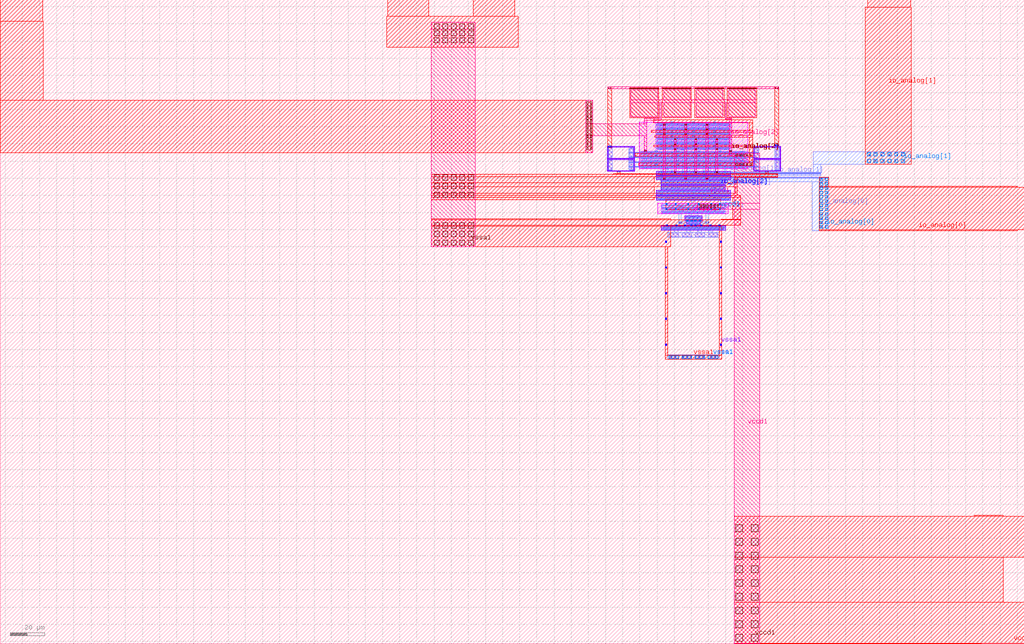
<source format=lef>
VERSION 5.7 ;
  NOWIREEXTENSIONATPIN ON ;
  DIVIDERCHAR "/" ;
  BUSBITCHARS "[]" ;
MACRO MULT_Amp
  CLASS BLOCK ;
  FOREIGN MULT_Amp ;
  ORIGIN 0.000 0.050 ;
  SIZE 101.180 BY 158.870 ;
  PIN VDD
    ANTENNADIFFAREA 343.985596 ;
    PORT
      LAYER nwell ;
        RECT 18.615 111.070 81.715 138.270 ;
        RECT 29.340 84.755 70.390 90.960 ;
        RECT 31.140 84.750 69.230 84.755 ;
      LAYER li1 ;
        RECT 37.015 138.050 37.465 138.370 ;
        RECT 37.865 138.050 38.315 138.370 ;
        RECT 49.465 138.050 49.915 138.370 ;
        RECT 50.315 138.050 50.765 138.370 ;
        RECT 61.765 138.050 62.165 138.420 ;
        RECT 62.615 138.050 63.015 138.420 ;
        RECT 28.095 137.880 72.005 138.050 ;
        RECT 28.095 136.120 28.265 137.880 ;
        RECT 28.990 137.310 34.030 137.480 ;
        RECT 35.170 137.310 40.210 137.480 ;
        RECT 41.350 137.310 46.390 137.480 ;
        RECT 47.530 137.310 52.570 137.480 ;
        RECT 53.710 137.310 58.750 137.480 ;
        RECT 59.890 137.310 64.930 137.480 ;
        RECT 66.070 137.310 71.110 137.480 ;
        RECT 71.835 136.120 72.005 137.880 ;
        RECT 28.095 135.950 72.005 136.120 ;
        RECT 28.095 135.180 72.005 135.350 ;
        RECT 28.095 133.420 28.265 135.180 ;
        RECT 28.990 134.610 34.030 134.780 ;
        RECT 35.170 134.610 40.210 134.780 ;
        RECT 41.350 134.610 46.390 134.780 ;
        RECT 47.530 134.610 52.570 134.780 ;
        RECT 53.710 134.610 58.750 134.780 ;
        RECT 59.890 134.610 64.930 134.780 ;
        RECT 66.070 134.610 71.110 134.780 ;
        RECT 71.835 133.420 72.005 135.180 ;
        RECT 28.095 133.250 72.005 133.420 ;
        RECT 37.015 132.650 38.315 133.250 ;
        RECT 49.365 132.650 50.815 133.250 ;
        RECT 61.665 132.650 63.115 133.250 ;
        RECT 28.095 132.480 72.005 132.650 ;
        RECT 28.095 130.720 28.265 132.480 ;
        RECT 28.990 131.910 34.030 132.080 ;
        RECT 35.170 131.910 40.210 132.080 ;
        RECT 41.350 131.910 46.390 132.080 ;
        RECT 47.530 131.910 52.570 132.080 ;
        RECT 53.710 131.910 58.750 132.080 ;
        RECT 59.890 131.910 64.930 132.080 ;
        RECT 66.070 131.910 71.110 132.080 ;
        RECT 71.835 130.720 72.005 132.480 ;
        RECT 28.095 130.550 72.005 130.720 ;
        RECT 36.965 129.950 38.415 130.550 ;
        RECT 49.365 129.950 50.815 130.550 ;
        RECT 61.665 129.950 63.115 130.550 ;
        RECT 28.095 129.780 72.005 129.950 ;
        RECT 28.095 128.020 28.265 129.780 ;
        RECT 28.990 129.210 34.030 129.380 ;
        RECT 35.170 129.210 40.210 129.380 ;
        RECT 41.350 129.210 46.390 129.380 ;
        RECT 47.530 129.210 52.570 129.380 ;
        RECT 53.710 129.210 58.750 129.380 ;
        RECT 59.890 129.210 64.930 129.380 ;
        RECT 66.070 129.210 71.110 129.380 ;
        RECT 71.835 128.020 72.005 129.780 ;
        RECT 28.095 127.850 72.005 128.020 ;
        RECT 28.095 126.880 72.005 127.050 ;
        RECT 28.095 125.120 28.265 126.880 ;
        RECT 28.990 126.310 34.030 126.480 ;
        RECT 35.170 126.310 40.210 126.480 ;
        RECT 41.350 126.310 46.390 126.480 ;
        RECT 47.530 126.310 52.570 126.480 ;
        RECT 53.710 126.310 58.750 126.480 ;
        RECT 59.890 126.310 64.930 126.480 ;
        RECT 66.070 126.310 71.110 126.480 ;
        RECT 71.835 125.120 72.005 126.880 ;
        RECT 28.095 124.950 72.005 125.120 ;
        RECT 36.965 124.150 38.415 124.950 ;
        RECT 49.365 124.150 50.815 124.950 ;
        RECT 61.665 124.150 63.115 124.950 ;
        RECT 28.095 123.980 72.005 124.150 ;
        RECT 28.095 122.220 28.265 123.980 ;
        RECT 28.990 123.410 34.030 123.580 ;
        RECT 35.170 123.410 40.210 123.580 ;
        RECT 41.350 123.410 46.390 123.580 ;
        RECT 47.530 123.410 52.570 123.580 ;
        RECT 53.710 123.410 58.750 123.580 ;
        RECT 59.890 123.410 64.930 123.580 ;
        RECT 66.070 123.410 71.110 123.580 ;
        RECT 71.835 122.220 72.005 123.980 ;
        RECT 28.095 122.050 72.005 122.220 ;
        RECT 18.895 121.280 81.345 121.450 ;
        RECT 18.895 119.520 19.065 121.280 ;
        RECT 19.790 120.710 24.830 120.880 ;
        RECT 25.970 120.710 31.010 120.880 ;
        RECT 32.150 120.710 37.190 120.880 ;
        RECT 38.330 120.710 43.370 120.880 ;
        RECT 44.510 120.710 49.550 120.880 ;
        RECT 50.690 120.710 55.730 120.880 ;
        RECT 56.870 120.710 61.910 120.880 ;
        RECT 63.050 120.710 68.090 120.880 ;
        RECT 69.230 120.710 74.270 120.880 ;
        RECT 75.410 120.710 80.450 120.880 ;
        RECT 81.175 119.520 81.345 121.280 ;
        RECT 18.895 119.350 81.345 119.520 ;
        RECT 27.665 118.750 29.215 119.350 ;
        RECT 40.315 118.750 41.765 119.350 ;
        RECT 52.665 118.750 54.115 119.350 ;
        RECT 64.915 118.750 66.365 119.350 ;
        RECT 77.415 118.750 78.865 119.350 ;
        RECT 18.895 118.580 81.345 118.750 ;
        RECT 18.895 116.820 19.065 118.580 ;
        RECT 19.790 118.010 24.830 118.180 ;
        RECT 25.970 118.010 31.010 118.180 ;
        RECT 32.150 118.010 37.190 118.180 ;
        RECT 38.330 118.010 43.370 118.180 ;
        RECT 44.510 118.010 49.550 118.180 ;
        RECT 50.690 118.010 55.730 118.180 ;
        RECT 56.870 118.010 61.910 118.180 ;
        RECT 63.050 118.010 68.090 118.180 ;
        RECT 69.230 118.010 74.270 118.180 ;
        RECT 75.410 118.010 80.450 118.180 ;
        RECT 81.175 116.820 81.345 118.580 ;
        RECT 18.895 116.650 81.345 116.820 ;
        RECT 18.895 115.880 81.345 116.050 ;
        RECT 18.895 114.120 19.065 115.880 ;
        RECT 19.790 115.310 24.830 115.480 ;
        RECT 25.970 115.310 31.010 115.480 ;
        RECT 32.150 115.310 37.190 115.480 ;
        RECT 38.330 115.310 43.370 115.480 ;
        RECT 44.510 115.310 49.550 115.480 ;
        RECT 50.690 115.310 55.730 115.480 ;
        RECT 56.870 115.310 61.910 115.480 ;
        RECT 63.050 115.310 68.090 115.480 ;
        RECT 69.230 115.310 74.270 115.480 ;
        RECT 75.410 115.310 80.450 115.480 ;
        RECT 81.175 114.120 81.345 115.880 ;
        RECT 18.895 113.950 81.345 114.120 ;
        RECT 27.665 113.350 29.215 113.950 ;
        RECT 40.315 113.350 41.765 113.950 ;
        RECT 52.665 113.350 54.115 113.950 ;
        RECT 64.915 113.350 66.365 113.950 ;
        RECT 77.415 113.350 78.865 113.950 ;
        RECT 18.895 113.180 81.345 113.350 ;
        RECT 18.895 111.420 19.065 113.180 ;
        RECT 19.790 112.610 24.830 112.780 ;
        RECT 25.970 112.610 31.010 112.780 ;
        RECT 32.150 112.610 37.190 112.780 ;
        RECT 38.330 112.610 43.370 112.780 ;
        RECT 44.510 112.610 49.550 112.780 ;
        RECT 50.690 112.610 55.730 112.780 ;
        RECT 56.870 112.610 61.910 112.780 ;
        RECT 63.050 112.610 68.090 112.780 ;
        RECT 69.230 112.610 74.270 112.780 ;
        RECT 75.410 112.610 80.450 112.780 ;
        RECT 81.175 111.420 81.345 113.180 ;
        RECT 18.895 111.250 81.345 111.420 ;
        RECT 34.090 90.480 34.890 90.950 ;
        RECT 39.390 90.480 40.190 90.950 ;
        RECT 46.690 90.480 47.490 90.950 ;
        RECT 52.790 90.480 53.590 90.950 ;
        RECT 60.190 90.480 60.990 90.950 ;
        RECT 65.190 90.480 65.990 90.950 ;
        RECT 31.320 90.310 69.050 90.480 ;
        RECT 31.320 88.050 31.490 90.310 ;
        RECT 34.090 90.150 34.890 90.310 ;
        RECT 39.390 90.150 40.190 90.310 ;
        RECT 46.690 90.150 47.490 90.310 ;
        RECT 52.790 90.150 53.590 90.310 ;
        RECT 60.190 90.150 60.990 90.310 ;
        RECT 65.190 90.150 65.990 90.310 ;
        RECT 32.215 89.740 37.255 89.910 ;
        RECT 38.395 89.740 43.435 89.910 ;
        RECT 44.575 89.740 49.615 89.910 ;
        RECT 50.755 89.740 55.795 89.910 ;
        RECT 56.935 89.740 61.975 89.910 ;
        RECT 63.115 89.740 68.155 89.910 ;
        RECT 68.880 88.050 69.050 90.310 ;
        RECT 31.320 87.880 69.050 88.050 ;
        RECT 34.090 87.530 34.890 87.880 ;
        RECT 39.390 87.530 40.190 87.880 ;
        RECT 46.690 87.530 47.490 87.880 ;
        RECT 52.790 87.530 53.590 87.880 ;
        RECT 60.190 87.530 60.990 87.880 ;
        RECT 65.190 87.530 65.990 87.880 ;
        RECT 31.320 87.360 69.050 87.530 ;
        RECT 31.320 85.100 31.490 87.360 ;
        RECT 34.090 87.250 34.890 87.360 ;
        RECT 39.390 87.250 40.190 87.360 ;
        RECT 46.690 87.250 47.490 87.360 ;
        RECT 52.790 87.250 53.590 87.360 ;
        RECT 60.190 87.250 60.990 87.360 ;
        RECT 65.190 87.250 65.990 87.360 ;
        RECT 32.215 86.790 37.255 86.960 ;
        RECT 38.395 86.790 43.435 86.960 ;
        RECT 44.575 86.790 49.615 86.960 ;
        RECT 50.755 86.790 55.795 86.960 ;
        RECT 56.935 86.790 61.975 86.960 ;
        RECT 63.115 86.790 68.155 86.960 ;
        RECT 68.880 85.100 69.050 87.360 ;
        RECT 31.320 84.930 69.050 85.100 ;
      LAYER mcon ;
        RECT 37.155 138.110 37.325 138.280 ;
        RECT 38.005 138.110 38.175 138.280 ;
        RECT 49.605 138.110 49.775 138.280 ;
        RECT 50.455 138.110 50.625 138.280 ;
        RECT 61.880 138.135 62.050 138.305 ;
        RECT 62.730 138.135 62.900 138.305 ;
        RECT 29.085 137.310 29.255 137.480 ;
        RECT 29.445 137.310 29.615 137.480 ;
        RECT 29.805 137.310 29.975 137.480 ;
        RECT 30.165 137.310 30.335 137.480 ;
        RECT 30.525 137.310 30.695 137.480 ;
        RECT 30.885 137.310 31.055 137.480 ;
        RECT 31.245 137.310 31.415 137.480 ;
        RECT 31.605 137.310 31.775 137.480 ;
        RECT 31.965 137.310 32.135 137.480 ;
        RECT 32.325 137.310 32.495 137.480 ;
        RECT 32.685 137.310 32.855 137.480 ;
        RECT 33.045 137.310 33.215 137.480 ;
        RECT 33.405 137.310 33.575 137.480 ;
        RECT 33.765 137.310 33.935 137.480 ;
        RECT 35.265 137.310 35.435 137.480 ;
        RECT 35.625 137.310 35.795 137.480 ;
        RECT 35.985 137.310 36.155 137.480 ;
        RECT 36.345 137.310 36.515 137.480 ;
        RECT 36.705 137.310 36.875 137.480 ;
        RECT 37.065 137.310 37.235 137.480 ;
        RECT 37.425 137.310 37.595 137.480 ;
        RECT 37.785 137.310 37.955 137.480 ;
        RECT 38.145 137.310 38.315 137.480 ;
        RECT 38.505 137.310 38.675 137.480 ;
        RECT 38.865 137.310 39.035 137.480 ;
        RECT 39.225 137.310 39.395 137.480 ;
        RECT 39.585 137.310 39.755 137.480 ;
        RECT 39.945 137.310 40.115 137.480 ;
        RECT 41.445 137.310 41.615 137.480 ;
        RECT 41.805 137.310 41.975 137.480 ;
        RECT 42.165 137.310 42.335 137.480 ;
        RECT 42.525 137.310 42.695 137.480 ;
        RECT 42.885 137.310 43.055 137.480 ;
        RECT 43.245 137.310 43.415 137.480 ;
        RECT 43.605 137.310 43.775 137.480 ;
        RECT 43.965 137.310 44.135 137.480 ;
        RECT 44.325 137.310 44.495 137.480 ;
        RECT 44.685 137.310 44.855 137.480 ;
        RECT 45.045 137.310 45.215 137.480 ;
        RECT 45.405 137.310 45.575 137.480 ;
        RECT 45.765 137.310 45.935 137.480 ;
        RECT 46.125 137.310 46.295 137.480 ;
        RECT 47.625 137.310 47.795 137.480 ;
        RECT 47.985 137.310 48.155 137.480 ;
        RECT 48.345 137.310 48.515 137.480 ;
        RECT 48.705 137.310 48.875 137.480 ;
        RECT 49.065 137.310 49.235 137.480 ;
        RECT 49.425 137.310 49.595 137.480 ;
        RECT 49.785 137.310 49.955 137.480 ;
        RECT 50.145 137.310 50.315 137.480 ;
        RECT 50.505 137.310 50.675 137.480 ;
        RECT 50.865 137.310 51.035 137.480 ;
        RECT 51.225 137.310 51.395 137.480 ;
        RECT 51.585 137.310 51.755 137.480 ;
        RECT 51.945 137.310 52.115 137.480 ;
        RECT 52.305 137.310 52.475 137.480 ;
        RECT 53.805 137.310 53.975 137.480 ;
        RECT 54.165 137.310 54.335 137.480 ;
        RECT 54.525 137.310 54.695 137.480 ;
        RECT 54.885 137.310 55.055 137.480 ;
        RECT 55.245 137.310 55.415 137.480 ;
        RECT 55.605 137.310 55.775 137.480 ;
        RECT 55.965 137.310 56.135 137.480 ;
        RECT 56.325 137.310 56.495 137.480 ;
        RECT 56.685 137.310 56.855 137.480 ;
        RECT 57.045 137.310 57.215 137.480 ;
        RECT 57.405 137.310 57.575 137.480 ;
        RECT 57.765 137.310 57.935 137.480 ;
        RECT 58.125 137.310 58.295 137.480 ;
        RECT 58.485 137.310 58.655 137.480 ;
        RECT 59.985 137.310 60.155 137.480 ;
        RECT 60.345 137.310 60.515 137.480 ;
        RECT 60.705 137.310 60.875 137.480 ;
        RECT 61.065 137.310 61.235 137.480 ;
        RECT 61.425 137.310 61.595 137.480 ;
        RECT 61.785 137.310 61.955 137.480 ;
        RECT 62.145 137.310 62.315 137.480 ;
        RECT 62.505 137.310 62.675 137.480 ;
        RECT 62.865 137.310 63.035 137.480 ;
        RECT 63.225 137.310 63.395 137.480 ;
        RECT 63.585 137.310 63.755 137.480 ;
        RECT 63.945 137.310 64.115 137.480 ;
        RECT 64.305 137.310 64.475 137.480 ;
        RECT 64.665 137.310 64.835 137.480 ;
        RECT 66.165 137.310 66.335 137.480 ;
        RECT 66.525 137.310 66.695 137.480 ;
        RECT 66.885 137.310 67.055 137.480 ;
        RECT 67.245 137.310 67.415 137.480 ;
        RECT 67.605 137.310 67.775 137.480 ;
        RECT 67.965 137.310 68.135 137.480 ;
        RECT 68.325 137.310 68.495 137.480 ;
        RECT 68.685 137.310 68.855 137.480 ;
        RECT 69.045 137.310 69.215 137.480 ;
        RECT 69.405 137.310 69.575 137.480 ;
        RECT 69.765 137.310 69.935 137.480 ;
        RECT 70.125 137.310 70.295 137.480 ;
        RECT 70.485 137.310 70.655 137.480 ;
        RECT 70.845 137.310 71.015 137.480 ;
        RECT 29.085 134.610 29.255 134.780 ;
        RECT 29.445 134.610 29.615 134.780 ;
        RECT 29.805 134.610 29.975 134.780 ;
        RECT 30.165 134.610 30.335 134.780 ;
        RECT 30.525 134.610 30.695 134.780 ;
        RECT 30.885 134.610 31.055 134.780 ;
        RECT 31.245 134.610 31.415 134.780 ;
        RECT 31.605 134.610 31.775 134.780 ;
        RECT 31.965 134.610 32.135 134.780 ;
        RECT 32.325 134.610 32.495 134.780 ;
        RECT 32.685 134.610 32.855 134.780 ;
        RECT 33.045 134.610 33.215 134.780 ;
        RECT 33.405 134.610 33.575 134.780 ;
        RECT 33.765 134.610 33.935 134.780 ;
        RECT 35.265 134.610 35.435 134.780 ;
        RECT 35.625 134.610 35.795 134.780 ;
        RECT 35.985 134.610 36.155 134.780 ;
        RECT 36.345 134.610 36.515 134.780 ;
        RECT 36.705 134.610 36.875 134.780 ;
        RECT 37.065 134.610 37.235 134.780 ;
        RECT 37.425 134.610 37.595 134.780 ;
        RECT 37.785 134.610 37.955 134.780 ;
        RECT 38.145 134.610 38.315 134.780 ;
        RECT 38.505 134.610 38.675 134.780 ;
        RECT 38.865 134.610 39.035 134.780 ;
        RECT 39.225 134.610 39.395 134.780 ;
        RECT 39.585 134.610 39.755 134.780 ;
        RECT 39.945 134.610 40.115 134.780 ;
        RECT 41.445 134.610 41.615 134.780 ;
        RECT 41.805 134.610 41.975 134.780 ;
        RECT 42.165 134.610 42.335 134.780 ;
        RECT 42.525 134.610 42.695 134.780 ;
        RECT 42.885 134.610 43.055 134.780 ;
        RECT 43.245 134.610 43.415 134.780 ;
        RECT 43.605 134.610 43.775 134.780 ;
        RECT 43.965 134.610 44.135 134.780 ;
        RECT 44.325 134.610 44.495 134.780 ;
        RECT 44.685 134.610 44.855 134.780 ;
        RECT 45.045 134.610 45.215 134.780 ;
        RECT 45.405 134.610 45.575 134.780 ;
        RECT 45.765 134.610 45.935 134.780 ;
        RECT 46.125 134.610 46.295 134.780 ;
        RECT 47.625 134.610 47.795 134.780 ;
        RECT 47.985 134.610 48.155 134.780 ;
        RECT 48.345 134.610 48.515 134.780 ;
        RECT 48.705 134.610 48.875 134.780 ;
        RECT 49.065 134.610 49.235 134.780 ;
        RECT 49.425 134.610 49.595 134.780 ;
        RECT 49.785 134.610 49.955 134.780 ;
        RECT 50.145 134.610 50.315 134.780 ;
        RECT 50.505 134.610 50.675 134.780 ;
        RECT 50.865 134.610 51.035 134.780 ;
        RECT 51.225 134.610 51.395 134.780 ;
        RECT 51.585 134.610 51.755 134.780 ;
        RECT 51.945 134.610 52.115 134.780 ;
        RECT 52.305 134.610 52.475 134.780 ;
        RECT 53.805 134.610 53.975 134.780 ;
        RECT 54.165 134.610 54.335 134.780 ;
        RECT 54.525 134.610 54.695 134.780 ;
        RECT 54.885 134.610 55.055 134.780 ;
        RECT 55.245 134.610 55.415 134.780 ;
        RECT 55.605 134.610 55.775 134.780 ;
        RECT 55.965 134.610 56.135 134.780 ;
        RECT 56.325 134.610 56.495 134.780 ;
        RECT 56.685 134.610 56.855 134.780 ;
        RECT 57.045 134.610 57.215 134.780 ;
        RECT 57.405 134.610 57.575 134.780 ;
        RECT 57.765 134.610 57.935 134.780 ;
        RECT 58.125 134.610 58.295 134.780 ;
        RECT 58.485 134.610 58.655 134.780 ;
        RECT 59.985 134.610 60.155 134.780 ;
        RECT 60.345 134.610 60.515 134.780 ;
        RECT 60.705 134.610 60.875 134.780 ;
        RECT 61.065 134.610 61.235 134.780 ;
        RECT 61.425 134.610 61.595 134.780 ;
        RECT 61.785 134.610 61.955 134.780 ;
        RECT 62.145 134.610 62.315 134.780 ;
        RECT 62.505 134.610 62.675 134.780 ;
        RECT 62.865 134.610 63.035 134.780 ;
        RECT 63.225 134.610 63.395 134.780 ;
        RECT 63.585 134.610 63.755 134.780 ;
        RECT 63.945 134.610 64.115 134.780 ;
        RECT 64.305 134.610 64.475 134.780 ;
        RECT 64.665 134.610 64.835 134.780 ;
        RECT 66.165 134.610 66.335 134.780 ;
        RECT 66.525 134.610 66.695 134.780 ;
        RECT 66.885 134.610 67.055 134.780 ;
        RECT 67.245 134.610 67.415 134.780 ;
        RECT 67.605 134.610 67.775 134.780 ;
        RECT 67.965 134.610 68.135 134.780 ;
        RECT 68.325 134.610 68.495 134.780 ;
        RECT 68.685 134.610 68.855 134.780 ;
        RECT 69.045 134.610 69.215 134.780 ;
        RECT 69.405 134.610 69.575 134.780 ;
        RECT 69.765 134.610 69.935 134.780 ;
        RECT 70.125 134.610 70.295 134.780 ;
        RECT 70.485 134.610 70.655 134.780 ;
        RECT 70.845 134.610 71.015 134.780 ;
        RECT 37.205 132.860 37.375 133.030 ;
        RECT 37.905 132.860 38.075 133.030 ;
        RECT 49.605 132.860 49.775 133.030 ;
        RECT 50.405 132.910 50.575 133.080 ;
        RECT 61.880 132.910 62.050 133.080 ;
        RECT 62.730 132.910 62.900 133.080 ;
        RECT 29.085 131.910 29.255 132.080 ;
        RECT 29.445 131.910 29.615 132.080 ;
        RECT 29.805 131.910 29.975 132.080 ;
        RECT 30.165 131.910 30.335 132.080 ;
        RECT 30.525 131.910 30.695 132.080 ;
        RECT 30.885 131.910 31.055 132.080 ;
        RECT 31.245 131.910 31.415 132.080 ;
        RECT 31.605 131.910 31.775 132.080 ;
        RECT 31.965 131.910 32.135 132.080 ;
        RECT 32.325 131.910 32.495 132.080 ;
        RECT 32.685 131.910 32.855 132.080 ;
        RECT 33.045 131.910 33.215 132.080 ;
        RECT 33.405 131.910 33.575 132.080 ;
        RECT 33.765 131.910 33.935 132.080 ;
        RECT 35.265 131.910 35.435 132.080 ;
        RECT 35.625 131.910 35.795 132.080 ;
        RECT 35.985 131.910 36.155 132.080 ;
        RECT 36.345 131.910 36.515 132.080 ;
        RECT 36.705 131.910 36.875 132.080 ;
        RECT 37.065 131.910 37.235 132.080 ;
        RECT 37.425 131.910 37.595 132.080 ;
        RECT 37.785 131.910 37.955 132.080 ;
        RECT 38.145 131.910 38.315 132.080 ;
        RECT 38.505 131.910 38.675 132.080 ;
        RECT 38.865 131.910 39.035 132.080 ;
        RECT 39.225 131.910 39.395 132.080 ;
        RECT 39.585 131.910 39.755 132.080 ;
        RECT 39.945 131.910 40.115 132.080 ;
        RECT 41.445 131.910 41.615 132.080 ;
        RECT 41.805 131.910 41.975 132.080 ;
        RECT 42.165 131.910 42.335 132.080 ;
        RECT 42.525 131.910 42.695 132.080 ;
        RECT 42.885 131.910 43.055 132.080 ;
        RECT 43.245 131.910 43.415 132.080 ;
        RECT 43.605 131.910 43.775 132.080 ;
        RECT 43.965 131.910 44.135 132.080 ;
        RECT 44.325 131.910 44.495 132.080 ;
        RECT 44.685 131.910 44.855 132.080 ;
        RECT 45.045 131.910 45.215 132.080 ;
        RECT 45.405 131.910 45.575 132.080 ;
        RECT 45.765 131.910 45.935 132.080 ;
        RECT 46.125 131.910 46.295 132.080 ;
        RECT 47.625 131.910 47.795 132.080 ;
        RECT 47.985 131.910 48.155 132.080 ;
        RECT 48.345 131.910 48.515 132.080 ;
        RECT 48.705 131.910 48.875 132.080 ;
        RECT 49.065 131.910 49.235 132.080 ;
        RECT 49.425 131.910 49.595 132.080 ;
        RECT 49.785 131.910 49.955 132.080 ;
        RECT 50.145 131.910 50.315 132.080 ;
        RECT 50.505 131.910 50.675 132.080 ;
        RECT 50.865 131.910 51.035 132.080 ;
        RECT 51.225 131.910 51.395 132.080 ;
        RECT 51.585 131.910 51.755 132.080 ;
        RECT 51.945 131.910 52.115 132.080 ;
        RECT 52.305 131.910 52.475 132.080 ;
        RECT 53.805 131.910 53.975 132.080 ;
        RECT 54.165 131.910 54.335 132.080 ;
        RECT 54.525 131.910 54.695 132.080 ;
        RECT 54.885 131.910 55.055 132.080 ;
        RECT 55.245 131.910 55.415 132.080 ;
        RECT 55.605 131.910 55.775 132.080 ;
        RECT 55.965 131.910 56.135 132.080 ;
        RECT 56.325 131.910 56.495 132.080 ;
        RECT 56.685 131.910 56.855 132.080 ;
        RECT 57.045 131.910 57.215 132.080 ;
        RECT 57.405 131.910 57.575 132.080 ;
        RECT 57.765 131.910 57.935 132.080 ;
        RECT 58.125 131.910 58.295 132.080 ;
        RECT 58.485 131.910 58.655 132.080 ;
        RECT 59.985 131.910 60.155 132.080 ;
        RECT 60.345 131.910 60.515 132.080 ;
        RECT 60.705 131.910 60.875 132.080 ;
        RECT 61.065 131.910 61.235 132.080 ;
        RECT 61.425 131.910 61.595 132.080 ;
        RECT 61.785 131.910 61.955 132.080 ;
        RECT 62.145 131.910 62.315 132.080 ;
        RECT 62.505 131.910 62.675 132.080 ;
        RECT 62.865 131.910 63.035 132.080 ;
        RECT 63.225 131.910 63.395 132.080 ;
        RECT 63.585 131.910 63.755 132.080 ;
        RECT 63.945 131.910 64.115 132.080 ;
        RECT 64.305 131.910 64.475 132.080 ;
        RECT 64.665 131.910 64.835 132.080 ;
        RECT 66.165 131.910 66.335 132.080 ;
        RECT 66.525 131.910 66.695 132.080 ;
        RECT 66.885 131.910 67.055 132.080 ;
        RECT 67.245 131.910 67.415 132.080 ;
        RECT 67.605 131.910 67.775 132.080 ;
        RECT 67.965 131.910 68.135 132.080 ;
        RECT 68.325 131.910 68.495 132.080 ;
        RECT 68.685 131.910 68.855 132.080 ;
        RECT 69.045 131.910 69.215 132.080 ;
        RECT 69.405 131.910 69.575 132.080 ;
        RECT 69.765 131.910 69.935 132.080 ;
        RECT 70.125 131.910 70.295 132.080 ;
        RECT 70.485 131.910 70.655 132.080 ;
        RECT 70.845 131.910 71.015 132.080 ;
        RECT 37.180 130.185 37.350 130.355 ;
        RECT 38.030 130.185 38.200 130.355 ;
        RECT 49.580 130.185 49.750 130.355 ;
        RECT 50.430 130.185 50.600 130.355 ;
        RECT 61.880 130.185 62.050 130.355 ;
        RECT 62.730 130.185 62.900 130.355 ;
        RECT 29.085 129.210 29.255 129.380 ;
        RECT 29.445 129.210 29.615 129.380 ;
        RECT 29.805 129.210 29.975 129.380 ;
        RECT 30.165 129.210 30.335 129.380 ;
        RECT 30.525 129.210 30.695 129.380 ;
        RECT 30.885 129.210 31.055 129.380 ;
        RECT 31.245 129.210 31.415 129.380 ;
        RECT 31.605 129.210 31.775 129.380 ;
        RECT 31.965 129.210 32.135 129.380 ;
        RECT 32.325 129.210 32.495 129.380 ;
        RECT 32.685 129.210 32.855 129.380 ;
        RECT 33.045 129.210 33.215 129.380 ;
        RECT 33.405 129.210 33.575 129.380 ;
        RECT 33.765 129.210 33.935 129.380 ;
        RECT 35.265 129.210 35.435 129.380 ;
        RECT 35.625 129.210 35.795 129.380 ;
        RECT 35.985 129.210 36.155 129.380 ;
        RECT 36.345 129.210 36.515 129.380 ;
        RECT 36.705 129.210 36.875 129.380 ;
        RECT 37.065 129.210 37.235 129.380 ;
        RECT 37.425 129.210 37.595 129.380 ;
        RECT 37.785 129.210 37.955 129.380 ;
        RECT 38.145 129.210 38.315 129.380 ;
        RECT 38.505 129.210 38.675 129.380 ;
        RECT 38.865 129.210 39.035 129.380 ;
        RECT 39.225 129.210 39.395 129.380 ;
        RECT 39.585 129.210 39.755 129.380 ;
        RECT 39.945 129.210 40.115 129.380 ;
        RECT 41.445 129.210 41.615 129.380 ;
        RECT 41.805 129.210 41.975 129.380 ;
        RECT 42.165 129.210 42.335 129.380 ;
        RECT 42.525 129.210 42.695 129.380 ;
        RECT 42.885 129.210 43.055 129.380 ;
        RECT 43.245 129.210 43.415 129.380 ;
        RECT 43.605 129.210 43.775 129.380 ;
        RECT 43.965 129.210 44.135 129.380 ;
        RECT 44.325 129.210 44.495 129.380 ;
        RECT 44.685 129.210 44.855 129.380 ;
        RECT 45.045 129.210 45.215 129.380 ;
        RECT 45.405 129.210 45.575 129.380 ;
        RECT 45.765 129.210 45.935 129.380 ;
        RECT 46.125 129.210 46.295 129.380 ;
        RECT 47.625 129.210 47.795 129.380 ;
        RECT 47.985 129.210 48.155 129.380 ;
        RECT 48.345 129.210 48.515 129.380 ;
        RECT 48.705 129.210 48.875 129.380 ;
        RECT 49.065 129.210 49.235 129.380 ;
        RECT 49.425 129.210 49.595 129.380 ;
        RECT 49.785 129.210 49.955 129.380 ;
        RECT 50.145 129.210 50.315 129.380 ;
        RECT 50.505 129.210 50.675 129.380 ;
        RECT 50.865 129.210 51.035 129.380 ;
        RECT 51.225 129.210 51.395 129.380 ;
        RECT 51.585 129.210 51.755 129.380 ;
        RECT 51.945 129.210 52.115 129.380 ;
        RECT 52.305 129.210 52.475 129.380 ;
        RECT 53.805 129.210 53.975 129.380 ;
        RECT 54.165 129.210 54.335 129.380 ;
        RECT 54.525 129.210 54.695 129.380 ;
        RECT 54.885 129.210 55.055 129.380 ;
        RECT 55.245 129.210 55.415 129.380 ;
        RECT 55.605 129.210 55.775 129.380 ;
        RECT 55.965 129.210 56.135 129.380 ;
        RECT 56.325 129.210 56.495 129.380 ;
        RECT 56.685 129.210 56.855 129.380 ;
        RECT 57.045 129.210 57.215 129.380 ;
        RECT 57.405 129.210 57.575 129.380 ;
        RECT 57.765 129.210 57.935 129.380 ;
        RECT 58.125 129.210 58.295 129.380 ;
        RECT 58.485 129.210 58.655 129.380 ;
        RECT 59.985 129.210 60.155 129.380 ;
        RECT 60.345 129.210 60.515 129.380 ;
        RECT 60.705 129.210 60.875 129.380 ;
        RECT 61.065 129.210 61.235 129.380 ;
        RECT 61.425 129.210 61.595 129.380 ;
        RECT 61.785 129.210 61.955 129.380 ;
        RECT 62.145 129.210 62.315 129.380 ;
        RECT 62.505 129.210 62.675 129.380 ;
        RECT 62.865 129.210 63.035 129.380 ;
        RECT 63.225 129.210 63.395 129.380 ;
        RECT 63.585 129.210 63.755 129.380 ;
        RECT 63.945 129.210 64.115 129.380 ;
        RECT 64.305 129.210 64.475 129.380 ;
        RECT 64.665 129.210 64.835 129.380 ;
        RECT 66.165 129.210 66.335 129.380 ;
        RECT 66.525 129.210 66.695 129.380 ;
        RECT 66.885 129.210 67.055 129.380 ;
        RECT 67.245 129.210 67.415 129.380 ;
        RECT 67.605 129.210 67.775 129.380 ;
        RECT 67.965 129.210 68.135 129.380 ;
        RECT 68.325 129.210 68.495 129.380 ;
        RECT 68.685 129.210 68.855 129.380 ;
        RECT 69.045 129.210 69.215 129.380 ;
        RECT 69.405 129.210 69.575 129.380 ;
        RECT 69.765 129.210 69.935 129.380 ;
        RECT 70.125 129.210 70.295 129.380 ;
        RECT 70.485 129.210 70.655 129.380 ;
        RECT 70.845 129.210 71.015 129.380 ;
        RECT 29.085 126.310 29.255 126.480 ;
        RECT 29.445 126.310 29.615 126.480 ;
        RECT 29.805 126.310 29.975 126.480 ;
        RECT 30.165 126.310 30.335 126.480 ;
        RECT 30.525 126.310 30.695 126.480 ;
        RECT 30.885 126.310 31.055 126.480 ;
        RECT 31.245 126.310 31.415 126.480 ;
        RECT 31.605 126.310 31.775 126.480 ;
        RECT 31.965 126.310 32.135 126.480 ;
        RECT 32.325 126.310 32.495 126.480 ;
        RECT 32.685 126.310 32.855 126.480 ;
        RECT 33.045 126.310 33.215 126.480 ;
        RECT 33.405 126.310 33.575 126.480 ;
        RECT 33.765 126.310 33.935 126.480 ;
        RECT 35.265 126.310 35.435 126.480 ;
        RECT 35.625 126.310 35.795 126.480 ;
        RECT 35.985 126.310 36.155 126.480 ;
        RECT 36.345 126.310 36.515 126.480 ;
        RECT 36.705 126.310 36.875 126.480 ;
        RECT 37.065 126.310 37.235 126.480 ;
        RECT 37.425 126.310 37.595 126.480 ;
        RECT 37.785 126.310 37.955 126.480 ;
        RECT 38.145 126.310 38.315 126.480 ;
        RECT 38.505 126.310 38.675 126.480 ;
        RECT 38.865 126.310 39.035 126.480 ;
        RECT 39.225 126.310 39.395 126.480 ;
        RECT 39.585 126.310 39.755 126.480 ;
        RECT 39.945 126.310 40.115 126.480 ;
        RECT 41.445 126.310 41.615 126.480 ;
        RECT 41.805 126.310 41.975 126.480 ;
        RECT 42.165 126.310 42.335 126.480 ;
        RECT 42.525 126.310 42.695 126.480 ;
        RECT 42.885 126.310 43.055 126.480 ;
        RECT 43.245 126.310 43.415 126.480 ;
        RECT 43.605 126.310 43.775 126.480 ;
        RECT 43.965 126.310 44.135 126.480 ;
        RECT 44.325 126.310 44.495 126.480 ;
        RECT 44.685 126.310 44.855 126.480 ;
        RECT 45.045 126.310 45.215 126.480 ;
        RECT 45.405 126.310 45.575 126.480 ;
        RECT 45.765 126.310 45.935 126.480 ;
        RECT 46.125 126.310 46.295 126.480 ;
        RECT 47.625 126.310 47.795 126.480 ;
        RECT 47.985 126.310 48.155 126.480 ;
        RECT 48.345 126.310 48.515 126.480 ;
        RECT 48.705 126.310 48.875 126.480 ;
        RECT 49.065 126.310 49.235 126.480 ;
        RECT 49.425 126.310 49.595 126.480 ;
        RECT 49.785 126.310 49.955 126.480 ;
        RECT 50.145 126.310 50.315 126.480 ;
        RECT 50.505 126.310 50.675 126.480 ;
        RECT 50.865 126.310 51.035 126.480 ;
        RECT 51.225 126.310 51.395 126.480 ;
        RECT 51.585 126.310 51.755 126.480 ;
        RECT 51.945 126.310 52.115 126.480 ;
        RECT 52.305 126.310 52.475 126.480 ;
        RECT 53.805 126.310 53.975 126.480 ;
        RECT 54.165 126.310 54.335 126.480 ;
        RECT 54.525 126.310 54.695 126.480 ;
        RECT 54.885 126.310 55.055 126.480 ;
        RECT 55.245 126.310 55.415 126.480 ;
        RECT 55.605 126.310 55.775 126.480 ;
        RECT 55.965 126.310 56.135 126.480 ;
        RECT 56.325 126.310 56.495 126.480 ;
        RECT 56.685 126.310 56.855 126.480 ;
        RECT 57.045 126.310 57.215 126.480 ;
        RECT 57.405 126.310 57.575 126.480 ;
        RECT 57.765 126.310 57.935 126.480 ;
        RECT 58.125 126.310 58.295 126.480 ;
        RECT 58.485 126.310 58.655 126.480 ;
        RECT 59.985 126.310 60.155 126.480 ;
        RECT 60.345 126.310 60.515 126.480 ;
        RECT 60.705 126.310 60.875 126.480 ;
        RECT 61.065 126.310 61.235 126.480 ;
        RECT 61.425 126.310 61.595 126.480 ;
        RECT 61.785 126.310 61.955 126.480 ;
        RECT 62.145 126.310 62.315 126.480 ;
        RECT 62.505 126.310 62.675 126.480 ;
        RECT 62.865 126.310 63.035 126.480 ;
        RECT 63.225 126.310 63.395 126.480 ;
        RECT 63.585 126.310 63.755 126.480 ;
        RECT 63.945 126.310 64.115 126.480 ;
        RECT 64.305 126.310 64.475 126.480 ;
        RECT 64.665 126.310 64.835 126.480 ;
        RECT 66.165 126.310 66.335 126.480 ;
        RECT 66.525 126.310 66.695 126.480 ;
        RECT 66.885 126.310 67.055 126.480 ;
        RECT 67.245 126.310 67.415 126.480 ;
        RECT 67.605 126.310 67.775 126.480 ;
        RECT 67.965 126.310 68.135 126.480 ;
        RECT 68.325 126.310 68.495 126.480 ;
        RECT 68.685 126.310 68.855 126.480 ;
        RECT 69.045 126.310 69.215 126.480 ;
        RECT 69.405 126.310 69.575 126.480 ;
        RECT 69.765 126.310 69.935 126.480 ;
        RECT 70.125 126.310 70.295 126.480 ;
        RECT 70.485 126.310 70.655 126.480 ;
        RECT 70.845 126.310 71.015 126.480 ;
        RECT 37.205 124.385 37.375 124.555 ;
        RECT 38.005 124.385 38.175 124.555 ;
        RECT 49.580 124.360 49.750 124.530 ;
        RECT 50.430 124.360 50.600 124.530 ;
        RECT 61.880 124.360 62.050 124.530 ;
        RECT 62.730 124.360 62.900 124.530 ;
        RECT 29.085 123.410 29.255 123.580 ;
        RECT 29.445 123.410 29.615 123.580 ;
        RECT 29.805 123.410 29.975 123.580 ;
        RECT 30.165 123.410 30.335 123.580 ;
        RECT 30.525 123.410 30.695 123.580 ;
        RECT 30.885 123.410 31.055 123.580 ;
        RECT 31.245 123.410 31.415 123.580 ;
        RECT 31.605 123.410 31.775 123.580 ;
        RECT 31.965 123.410 32.135 123.580 ;
        RECT 32.325 123.410 32.495 123.580 ;
        RECT 32.685 123.410 32.855 123.580 ;
        RECT 33.045 123.410 33.215 123.580 ;
        RECT 33.405 123.410 33.575 123.580 ;
        RECT 33.765 123.410 33.935 123.580 ;
        RECT 35.265 123.410 35.435 123.580 ;
        RECT 35.625 123.410 35.795 123.580 ;
        RECT 35.985 123.410 36.155 123.580 ;
        RECT 36.345 123.410 36.515 123.580 ;
        RECT 36.705 123.410 36.875 123.580 ;
        RECT 37.065 123.410 37.235 123.580 ;
        RECT 37.425 123.410 37.595 123.580 ;
        RECT 37.785 123.410 37.955 123.580 ;
        RECT 38.145 123.410 38.315 123.580 ;
        RECT 38.505 123.410 38.675 123.580 ;
        RECT 38.865 123.410 39.035 123.580 ;
        RECT 39.225 123.410 39.395 123.580 ;
        RECT 39.585 123.410 39.755 123.580 ;
        RECT 39.945 123.410 40.115 123.580 ;
        RECT 41.445 123.410 41.615 123.580 ;
        RECT 41.805 123.410 41.975 123.580 ;
        RECT 42.165 123.410 42.335 123.580 ;
        RECT 42.525 123.410 42.695 123.580 ;
        RECT 42.885 123.410 43.055 123.580 ;
        RECT 43.245 123.410 43.415 123.580 ;
        RECT 43.605 123.410 43.775 123.580 ;
        RECT 43.965 123.410 44.135 123.580 ;
        RECT 44.325 123.410 44.495 123.580 ;
        RECT 44.685 123.410 44.855 123.580 ;
        RECT 45.045 123.410 45.215 123.580 ;
        RECT 45.405 123.410 45.575 123.580 ;
        RECT 45.765 123.410 45.935 123.580 ;
        RECT 46.125 123.410 46.295 123.580 ;
        RECT 47.625 123.410 47.795 123.580 ;
        RECT 47.985 123.410 48.155 123.580 ;
        RECT 48.345 123.410 48.515 123.580 ;
        RECT 48.705 123.410 48.875 123.580 ;
        RECT 49.065 123.410 49.235 123.580 ;
        RECT 49.425 123.410 49.595 123.580 ;
        RECT 49.785 123.410 49.955 123.580 ;
        RECT 50.145 123.410 50.315 123.580 ;
        RECT 50.505 123.410 50.675 123.580 ;
        RECT 50.865 123.410 51.035 123.580 ;
        RECT 51.225 123.410 51.395 123.580 ;
        RECT 51.585 123.410 51.755 123.580 ;
        RECT 51.945 123.410 52.115 123.580 ;
        RECT 52.305 123.410 52.475 123.580 ;
        RECT 53.805 123.410 53.975 123.580 ;
        RECT 54.165 123.410 54.335 123.580 ;
        RECT 54.525 123.410 54.695 123.580 ;
        RECT 54.885 123.410 55.055 123.580 ;
        RECT 55.245 123.410 55.415 123.580 ;
        RECT 55.605 123.410 55.775 123.580 ;
        RECT 55.965 123.410 56.135 123.580 ;
        RECT 56.325 123.410 56.495 123.580 ;
        RECT 56.685 123.410 56.855 123.580 ;
        RECT 57.045 123.410 57.215 123.580 ;
        RECT 57.405 123.410 57.575 123.580 ;
        RECT 57.765 123.410 57.935 123.580 ;
        RECT 58.125 123.410 58.295 123.580 ;
        RECT 58.485 123.410 58.655 123.580 ;
        RECT 59.985 123.410 60.155 123.580 ;
        RECT 60.345 123.410 60.515 123.580 ;
        RECT 60.705 123.410 60.875 123.580 ;
        RECT 61.065 123.410 61.235 123.580 ;
        RECT 61.425 123.410 61.595 123.580 ;
        RECT 61.785 123.410 61.955 123.580 ;
        RECT 62.145 123.410 62.315 123.580 ;
        RECT 62.505 123.410 62.675 123.580 ;
        RECT 62.865 123.410 63.035 123.580 ;
        RECT 63.225 123.410 63.395 123.580 ;
        RECT 63.585 123.410 63.755 123.580 ;
        RECT 63.945 123.410 64.115 123.580 ;
        RECT 64.305 123.410 64.475 123.580 ;
        RECT 64.665 123.410 64.835 123.580 ;
        RECT 66.165 123.410 66.335 123.580 ;
        RECT 66.525 123.410 66.695 123.580 ;
        RECT 66.885 123.410 67.055 123.580 ;
        RECT 67.245 123.410 67.415 123.580 ;
        RECT 67.605 123.410 67.775 123.580 ;
        RECT 67.965 123.410 68.135 123.580 ;
        RECT 68.325 123.410 68.495 123.580 ;
        RECT 68.685 123.410 68.855 123.580 ;
        RECT 69.045 123.410 69.215 123.580 ;
        RECT 69.405 123.410 69.575 123.580 ;
        RECT 69.765 123.410 69.935 123.580 ;
        RECT 70.125 123.410 70.295 123.580 ;
        RECT 70.485 123.410 70.655 123.580 ;
        RECT 70.845 123.410 71.015 123.580 ;
        RECT 19.885 120.710 20.055 120.880 ;
        RECT 20.245 120.710 20.415 120.880 ;
        RECT 20.605 120.710 20.775 120.880 ;
        RECT 20.965 120.710 21.135 120.880 ;
        RECT 21.325 120.710 21.495 120.880 ;
        RECT 21.685 120.710 21.855 120.880 ;
        RECT 22.045 120.710 22.215 120.880 ;
        RECT 22.405 120.710 22.575 120.880 ;
        RECT 22.765 120.710 22.935 120.880 ;
        RECT 23.125 120.710 23.295 120.880 ;
        RECT 23.485 120.710 23.655 120.880 ;
        RECT 23.845 120.710 24.015 120.880 ;
        RECT 24.205 120.710 24.375 120.880 ;
        RECT 24.565 120.710 24.735 120.880 ;
        RECT 26.065 120.710 26.235 120.880 ;
        RECT 26.425 120.710 26.595 120.880 ;
        RECT 26.785 120.710 26.955 120.880 ;
        RECT 27.145 120.710 27.315 120.880 ;
        RECT 27.505 120.710 27.675 120.880 ;
        RECT 27.865 120.710 28.035 120.880 ;
        RECT 28.225 120.710 28.395 120.880 ;
        RECT 28.585 120.710 28.755 120.880 ;
        RECT 28.945 120.710 29.115 120.880 ;
        RECT 29.305 120.710 29.475 120.880 ;
        RECT 29.665 120.710 29.835 120.880 ;
        RECT 30.025 120.710 30.195 120.880 ;
        RECT 30.385 120.710 30.555 120.880 ;
        RECT 30.745 120.710 30.915 120.880 ;
        RECT 32.245 120.710 32.415 120.880 ;
        RECT 32.605 120.710 32.775 120.880 ;
        RECT 32.965 120.710 33.135 120.880 ;
        RECT 33.325 120.710 33.495 120.880 ;
        RECT 33.685 120.710 33.855 120.880 ;
        RECT 34.045 120.710 34.215 120.880 ;
        RECT 34.405 120.710 34.575 120.880 ;
        RECT 34.765 120.710 34.935 120.880 ;
        RECT 35.125 120.710 35.295 120.880 ;
        RECT 35.485 120.710 35.655 120.880 ;
        RECT 35.845 120.710 36.015 120.880 ;
        RECT 36.205 120.710 36.375 120.880 ;
        RECT 36.565 120.710 36.735 120.880 ;
        RECT 36.925 120.710 37.095 120.880 ;
        RECT 38.425 120.710 38.595 120.880 ;
        RECT 38.785 120.710 38.955 120.880 ;
        RECT 39.145 120.710 39.315 120.880 ;
        RECT 39.505 120.710 39.675 120.880 ;
        RECT 39.865 120.710 40.035 120.880 ;
        RECT 40.225 120.710 40.395 120.880 ;
        RECT 40.585 120.710 40.755 120.880 ;
        RECT 40.945 120.710 41.115 120.880 ;
        RECT 41.305 120.710 41.475 120.880 ;
        RECT 41.665 120.710 41.835 120.880 ;
        RECT 42.025 120.710 42.195 120.880 ;
        RECT 42.385 120.710 42.555 120.880 ;
        RECT 42.745 120.710 42.915 120.880 ;
        RECT 43.105 120.710 43.275 120.880 ;
        RECT 44.605 120.710 44.775 120.880 ;
        RECT 44.965 120.710 45.135 120.880 ;
        RECT 45.325 120.710 45.495 120.880 ;
        RECT 45.685 120.710 45.855 120.880 ;
        RECT 46.045 120.710 46.215 120.880 ;
        RECT 46.405 120.710 46.575 120.880 ;
        RECT 46.765 120.710 46.935 120.880 ;
        RECT 47.125 120.710 47.295 120.880 ;
        RECT 47.485 120.710 47.655 120.880 ;
        RECT 47.845 120.710 48.015 120.880 ;
        RECT 48.205 120.710 48.375 120.880 ;
        RECT 48.565 120.710 48.735 120.880 ;
        RECT 48.925 120.710 49.095 120.880 ;
        RECT 49.285 120.710 49.455 120.880 ;
        RECT 50.785 120.710 50.955 120.880 ;
        RECT 51.145 120.710 51.315 120.880 ;
        RECT 51.505 120.710 51.675 120.880 ;
        RECT 51.865 120.710 52.035 120.880 ;
        RECT 52.225 120.710 52.395 120.880 ;
        RECT 52.585 120.710 52.755 120.880 ;
        RECT 52.945 120.710 53.115 120.880 ;
        RECT 53.305 120.710 53.475 120.880 ;
        RECT 53.665 120.710 53.835 120.880 ;
        RECT 54.025 120.710 54.195 120.880 ;
        RECT 54.385 120.710 54.555 120.880 ;
        RECT 54.745 120.710 54.915 120.880 ;
        RECT 55.105 120.710 55.275 120.880 ;
        RECT 55.465 120.710 55.635 120.880 ;
        RECT 56.965 120.710 57.135 120.880 ;
        RECT 57.325 120.710 57.495 120.880 ;
        RECT 57.685 120.710 57.855 120.880 ;
        RECT 58.045 120.710 58.215 120.880 ;
        RECT 58.405 120.710 58.575 120.880 ;
        RECT 58.765 120.710 58.935 120.880 ;
        RECT 59.125 120.710 59.295 120.880 ;
        RECT 59.485 120.710 59.655 120.880 ;
        RECT 59.845 120.710 60.015 120.880 ;
        RECT 60.205 120.710 60.375 120.880 ;
        RECT 60.565 120.710 60.735 120.880 ;
        RECT 60.925 120.710 61.095 120.880 ;
        RECT 61.285 120.710 61.455 120.880 ;
        RECT 61.645 120.710 61.815 120.880 ;
        RECT 63.145 120.710 63.315 120.880 ;
        RECT 63.505 120.710 63.675 120.880 ;
        RECT 63.865 120.710 64.035 120.880 ;
        RECT 64.225 120.710 64.395 120.880 ;
        RECT 64.585 120.710 64.755 120.880 ;
        RECT 64.945 120.710 65.115 120.880 ;
        RECT 65.305 120.710 65.475 120.880 ;
        RECT 65.665 120.710 65.835 120.880 ;
        RECT 66.025 120.710 66.195 120.880 ;
        RECT 66.385 120.710 66.555 120.880 ;
        RECT 66.745 120.710 66.915 120.880 ;
        RECT 67.105 120.710 67.275 120.880 ;
        RECT 67.465 120.710 67.635 120.880 ;
        RECT 67.825 120.710 67.995 120.880 ;
        RECT 69.325 120.710 69.495 120.880 ;
        RECT 69.685 120.710 69.855 120.880 ;
        RECT 70.045 120.710 70.215 120.880 ;
        RECT 70.405 120.710 70.575 120.880 ;
        RECT 70.765 120.710 70.935 120.880 ;
        RECT 71.125 120.710 71.295 120.880 ;
        RECT 71.485 120.710 71.655 120.880 ;
        RECT 71.845 120.710 72.015 120.880 ;
        RECT 72.205 120.710 72.375 120.880 ;
        RECT 72.565 120.710 72.735 120.880 ;
        RECT 72.925 120.710 73.095 120.880 ;
        RECT 73.285 120.710 73.455 120.880 ;
        RECT 73.645 120.710 73.815 120.880 ;
        RECT 74.005 120.710 74.175 120.880 ;
        RECT 75.505 120.710 75.675 120.880 ;
        RECT 75.865 120.710 76.035 120.880 ;
        RECT 76.225 120.710 76.395 120.880 ;
        RECT 76.585 120.710 76.755 120.880 ;
        RECT 76.945 120.710 77.115 120.880 ;
        RECT 77.305 120.710 77.475 120.880 ;
        RECT 77.665 120.710 77.835 120.880 ;
        RECT 78.025 120.710 78.195 120.880 ;
        RECT 78.385 120.710 78.555 120.880 ;
        RECT 78.745 120.710 78.915 120.880 ;
        RECT 79.105 120.710 79.275 120.880 ;
        RECT 79.465 120.710 79.635 120.880 ;
        RECT 79.825 120.710 79.995 120.880 ;
        RECT 80.185 120.710 80.355 120.880 ;
        RECT 27.905 118.985 28.075 119.155 ;
        RECT 28.805 118.985 28.975 119.155 ;
        RECT 40.555 118.985 40.725 119.155 ;
        RECT 41.355 118.985 41.525 119.155 ;
        RECT 52.905 118.985 53.075 119.155 ;
        RECT 53.705 118.985 53.875 119.155 ;
        RECT 65.155 118.985 65.325 119.155 ;
        RECT 65.955 118.985 66.125 119.155 ;
        RECT 77.655 118.985 77.825 119.155 ;
        RECT 78.455 118.985 78.625 119.155 ;
        RECT 19.885 118.010 20.055 118.180 ;
        RECT 20.245 118.010 20.415 118.180 ;
        RECT 20.605 118.010 20.775 118.180 ;
        RECT 20.965 118.010 21.135 118.180 ;
        RECT 21.325 118.010 21.495 118.180 ;
        RECT 21.685 118.010 21.855 118.180 ;
        RECT 22.045 118.010 22.215 118.180 ;
        RECT 22.405 118.010 22.575 118.180 ;
        RECT 22.765 118.010 22.935 118.180 ;
        RECT 23.125 118.010 23.295 118.180 ;
        RECT 23.485 118.010 23.655 118.180 ;
        RECT 23.845 118.010 24.015 118.180 ;
        RECT 24.205 118.010 24.375 118.180 ;
        RECT 24.565 118.010 24.735 118.180 ;
        RECT 26.065 118.010 26.235 118.180 ;
        RECT 26.425 118.010 26.595 118.180 ;
        RECT 26.785 118.010 26.955 118.180 ;
        RECT 27.145 118.010 27.315 118.180 ;
        RECT 27.505 118.010 27.675 118.180 ;
        RECT 27.865 118.010 28.035 118.180 ;
        RECT 28.225 118.010 28.395 118.180 ;
        RECT 28.585 118.010 28.755 118.180 ;
        RECT 28.945 118.010 29.115 118.180 ;
        RECT 29.305 118.010 29.475 118.180 ;
        RECT 29.665 118.010 29.835 118.180 ;
        RECT 30.025 118.010 30.195 118.180 ;
        RECT 30.385 118.010 30.555 118.180 ;
        RECT 30.745 118.010 30.915 118.180 ;
        RECT 32.245 118.010 32.415 118.180 ;
        RECT 32.605 118.010 32.775 118.180 ;
        RECT 32.965 118.010 33.135 118.180 ;
        RECT 33.325 118.010 33.495 118.180 ;
        RECT 33.685 118.010 33.855 118.180 ;
        RECT 34.045 118.010 34.215 118.180 ;
        RECT 34.405 118.010 34.575 118.180 ;
        RECT 34.765 118.010 34.935 118.180 ;
        RECT 35.125 118.010 35.295 118.180 ;
        RECT 35.485 118.010 35.655 118.180 ;
        RECT 35.845 118.010 36.015 118.180 ;
        RECT 36.205 118.010 36.375 118.180 ;
        RECT 36.565 118.010 36.735 118.180 ;
        RECT 36.925 118.010 37.095 118.180 ;
        RECT 38.425 118.010 38.595 118.180 ;
        RECT 38.785 118.010 38.955 118.180 ;
        RECT 39.145 118.010 39.315 118.180 ;
        RECT 39.505 118.010 39.675 118.180 ;
        RECT 39.865 118.010 40.035 118.180 ;
        RECT 40.225 118.010 40.395 118.180 ;
        RECT 40.585 118.010 40.755 118.180 ;
        RECT 40.945 118.010 41.115 118.180 ;
        RECT 41.305 118.010 41.475 118.180 ;
        RECT 41.665 118.010 41.835 118.180 ;
        RECT 42.025 118.010 42.195 118.180 ;
        RECT 42.385 118.010 42.555 118.180 ;
        RECT 42.745 118.010 42.915 118.180 ;
        RECT 43.105 118.010 43.275 118.180 ;
        RECT 44.605 118.010 44.775 118.180 ;
        RECT 44.965 118.010 45.135 118.180 ;
        RECT 45.325 118.010 45.495 118.180 ;
        RECT 45.685 118.010 45.855 118.180 ;
        RECT 46.045 118.010 46.215 118.180 ;
        RECT 46.405 118.010 46.575 118.180 ;
        RECT 46.765 118.010 46.935 118.180 ;
        RECT 47.125 118.010 47.295 118.180 ;
        RECT 47.485 118.010 47.655 118.180 ;
        RECT 47.845 118.010 48.015 118.180 ;
        RECT 48.205 118.010 48.375 118.180 ;
        RECT 48.565 118.010 48.735 118.180 ;
        RECT 48.925 118.010 49.095 118.180 ;
        RECT 49.285 118.010 49.455 118.180 ;
        RECT 50.785 118.010 50.955 118.180 ;
        RECT 51.145 118.010 51.315 118.180 ;
        RECT 51.505 118.010 51.675 118.180 ;
        RECT 51.865 118.010 52.035 118.180 ;
        RECT 52.225 118.010 52.395 118.180 ;
        RECT 52.585 118.010 52.755 118.180 ;
        RECT 52.945 118.010 53.115 118.180 ;
        RECT 53.305 118.010 53.475 118.180 ;
        RECT 53.665 118.010 53.835 118.180 ;
        RECT 54.025 118.010 54.195 118.180 ;
        RECT 54.385 118.010 54.555 118.180 ;
        RECT 54.745 118.010 54.915 118.180 ;
        RECT 55.105 118.010 55.275 118.180 ;
        RECT 55.465 118.010 55.635 118.180 ;
        RECT 56.965 118.010 57.135 118.180 ;
        RECT 57.325 118.010 57.495 118.180 ;
        RECT 57.685 118.010 57.855 118.180 ;
        RECT 58.045 118.010 58.215 118.180 ;
        RECT 58.405 118.010 58.575 118.180 ;
        RECT 58.765 118.010 58.935 118.180 ;
        RECT 59.125 118.010 59.295 118.180 ;
        RECT 59.485 118.010 59.655 118.180 ;
        RECT 59.845 118.010 60.015 118.180 ;
        RECT 60.205 118.010 60.375 118.180 ;
        RECT 60.565 118.010 60.735 118.180 ;
        RECT 60.925 118.010 61.095 118.180 ;
        RECT 61.285 118.010 61.455 118.180 ;
        RECT 61.645 118.010 61.815 118.180 ;
        RECT 63.145 118.010 63.315 118.180 ;
        RECT 63.505 118.010 63.675 118.180 ;
        RECT 63.865 118.010 64.035 118.180 ;
        RECT 64.225 118.010 64.395 118.180 ;
        RECT 64.585 118.010 64.755 118.180 ;
        RECT 64.945 118.010 65.115 118.180 ;
        RECT 65.305 118.010 65.475 118.180 ;
        RECT 65.665 118.010 65.835 118.180 ;
        RECT 66.025 118.010 66.195 118.180 ;
        RECT 66.385 118.010 66.555 118.180 ;
        RECT 66.745 118.010 66.915 118.180 ;
        RECT 67.105 118.010 67.275 118.180 ;
        RECT 67.465 118.010 67.635 118.180 ;
        RECT 67.825 118.010 67.995 118.180 ;
        RECT 69.325 118.010 69.495 118.180 ;
        RECT 69.685 118.010 69.855 118.180 ;
        RECT 70.045 118.010 70.215 118.180 ;
        RECT 70.405 118.010 70.575 118.180 ;
        RECT 70.765 118.010 70.935 118.180 ;
        RECT 71.125 118.010 71.295 118.180 ;
        RECT 71.485 118.010 71.655 118.180 ;
        RECT 71.845 118.010 72.015 118.180 ;
        RECT 72.205 118.010 72.375 118.180 ;
        RECT 72.565 118.010 72.735 118.180 ;
        RECT 72.925 118.010 73.095 118.180 ;
        RECT 73.285 118.010 73.455 118.180 ;
        RECT 73.645 118.010 73.815 118.180 ;
        RECT 74.005 118.010 74.175 118.180 ;
        RECT 75.505 118.010 75.675 118.180 ;
        RECT 75.865 118.010 76.035 118.180 ;
        RECT 76.225 118.010 76.395 118.180 ;
        RECT 76.585 118.010 76.755 118.180 ;
        RECT 76.945 118.010 77.115 118.180 ;
        RECT 77.305 118.010 77.475 118.180 ;
        RECT 77.665 118.010 77.835 118.180 ;
        RECT 78.025 118.010 78.195 118.180 ;
        RECT 78.385 118.010 78.555 118.180 ;
        RECT 78.745 118.010 78.915 118.180 ;
        RECT 79.105 118.010 79.275 118.180 ;
        RECT 79.465 118.010 79.635 118.180 ;
        RECT 79.825 118.010 79.995 118.180 ;
        RECT 80.185 118.010 80.355 118.180 ;
        RECT 19.885 115.310 20.055 115.480 ;
        RECT 20.245 115.310 20.415 115.480 ;
        RECT 20.605 115.310 20.775 115.480 ;
        RECT 20.965 115.310 21.135 115.480 ;
        RECT 21.325 115.310 21.495 115.480 ;
        RECT 21.685 115.310 21.855 115.480 ;
        RECT 22.045 115.310 22.215 115.480 ;
        RECT 22.405 115.310 22.575 115.480 ;
        RECT 22.765 115.310 22.935 115.480 ;
        RECT 23.125 115.310 23.295 115.480 ;
        RECT 23.485 115.310 23.655 115.480 ;
        RECT 23.845 115.310 24.015 115.480 ;
        RECT 24.205 115.310 24.375 115.480 ;
        RECT 24.565 115.310 24.735 115.480 ;
        RECT 26.065 115.310 26.235 115.480 ;
        RECT 26.425 115.310 26.595 115.480 ;
        RECT 26.785 115.310 26.955 115.480 ;
        RECT 27.145 115.310 27.315 115.480 ;
        RECT 27.505 115.310 27.675 115.480 ;
        RECT 27.865 115.310 28.035 115.480 ;
        RECT 28.225 115.310 28.395 115.480 ;
        RECT 28.585 115.310 28.755 115.480 ;
        RECT 28.945 115.310 29.115 115.480 ;
        RECT 29.305 115.310 29.475 115.480 ;
        RECT 29.665 115.310 29.835 115.480 ;
        RECT 30.025 115.310 30.195 115.480 ;
        RECT 30.385 115.310 30.555 115.480 ;
        RECT 30.745 115.310 30.915 115.480 ;
        RECT 32.245 115.310 32.415 115.480 ;
        RECT 32.605 115.310 32.775 115.480 ;
        RECT 32.965 115.310 33.135 115.480 ;
        RECT 33.325 115.310 33.495 115.480 ;
        RECT 33.685 115.310 33.855 115.480 ;
        RECT 34.045 115.310 34.215 115.480 ;
        RECT 34.405 115.310 34.575 115.480 ;
        RECT 34.765 115.310 34.935 115.480 ;
        RECT 35.125 115.310 35.295 115.480 ;
        RECT 35.485 115.310 35.655 115.480 ;
        RECT 35.845 115.310 36.015 115.480 ;
        RECT 36.205 115.310 36.375 115.480 ;
        RECT 36.565 115.310 36.735 115.480 ;
        RECT 36.925 115.310 37.095 115.480 ;
        RECT 38.425 115.310 38.595 115.480 ;
        RECT 38.785 115.310 38.955 115.480 ;
        RECT 39.145 115.310 39.315 115.480 ;
        RECT 39.505 115.310 39.675 115.480 ;
        RECT 39.865 115.310 40.035 115.480 ;
        RECT 40.225 115.310 40.395 115.480 ;
        RECT 40.585 115.310 40.755 115.480 ;
        RECT 40.945 115.310 41.115 115.480 ;
        RECT 41.305 115.310 41.475 115.480 ;
        RECT 41.665 115.310 41.835 115.480 ;
        RECT 42.025 115.310 42.195 115.480 ;
        RECT 42.385 115.310 42.555 115.480 ;
        RECT 42.745 115.310 42.915 115.480 ;
        RECT 43.105 115.310 43.275 115.480 ;
        RECT 44.605 115.310 44.775 115.480 ;
        RECT 44.965 115.310 45.135 115.480 ;
        RECT 45.325 115.310 45.495 115.480 ;
        RECT 45.685 115.310 45.855 115.480 ;
        RECT 46.045 115.310 46.215 115.480 ;
        RECT 46.405 115.310 46.575 115.480 ;
        RECT 46.765 115.310 46.935 115.480 ;
        RECT 47.125 115.310 47.295 115.480 ;
        RECT 47.485 115.310 47.655 115.480 ;
        RECT 47.845 115.310 48.015 115.480 ;
        RECT 48.205 115.310 48.375 115.480 ;
        RECT 48.565 115.310 48.735 115.480 ;
        RECT 48.925 115.310 49.095 115.480 ;
        RECT 49.285 115.310 49.455 115.480 ;
        RECT 50.785 115.310 50.955 115.480 ;
        RECT 51.145 115.310 51.315 115.480 ;
        RECT 51.505 115.310 51.675 115.480 ;
        RECT 51.865 115.310 52.035 115.480 ;
        RECT 52.225 115.310 52.395 115.480 ;
        RECT 52.585 115.310 52.755 115.480 ;
        RECT 52.945 115.310 53.115 115.480 ;
        RECT 53.305 115.310 53.475 115.480 ;
        RECT 53.665 115.310 53.835 115.480 ;
        RECT 54.025 115.310 54.195 115.480 ;
        RECT 54.385 115.310 54.555 115.480 ;
        RECT 54.745 115.310 54.915 115.480 ;
        RECT 55.105 115.310 55.275 115.480 ;
        RECT 55.465 115.310 55.635 115.480 ;
        RECT 56.965 115.310 57.135 115.480 ;
        RECT 57.325 115.310 57.495 115.480 ;
        RECT 57.685 115.310 57.855 115.480 ;
        RECT 58.045 115.310 58.215 115.480 ;
        RECT 58.405 115.310 58.575 115.480 ;
        RECT 58.765 115.310 58.935 115.480 ;
        RECT 59.125 115.310 59.295 115.480 ;
        RECT 59.485 115.310 59.655 115.480 ;
        RECT 59.845 115.310 60.015 115.480 ;
        RECT 60.205 115.310 60.375 115.480 ;
        RECT 60.565 115.310 60.735 115.480 ;
        RECT 60.925 115.310 61.095 115.480 ;
        RECT 61.285 115.310 61.455 115.480 ;
        RECT 61.645 115.310 61.815 115.480 ;
        RECT 63.145 115.310 63.315 115.480 ;
        RECT 63.505 115.310 63.675 115.480 ;
        RECT 63.865 115.310 64.035 115.480 ;
        RECT 64.225 115.310 64.395 115.480 ;
        RECT 64.585 115.310 64.755 115.480 ;
        RECT 64.945 115.310 65.115 115.480 ;
        RECT 65.305 115.310 65.475 115.480 ;
        RECT 65.665 115.310 65.835 115.480 ;
        RECT 66.025 115.310 66.195 115.480 ;
        RECT 66.385 115.310 66.555 115.480 ;
        RECT 66.745 115.310 66.915 115.480 ;
        RECT 67.105 115.310 67.275 115.480 ;
        RECT 67.465 115.310 67.635 115.480 ;
        RECT 67.825 115.310 67.995 115.480 ;
        RECT 69.325 115.310 69.495 115.480 ;
        RECT 69.685 115.310 69.855 115.480 ;
        RECT 70.045 115.310 70.215 115.480 ;
        RECT 70.405 115.310 70.575 115.480 ;
        RECT 70.765 115.310 70.935 115.480 ;
        RECT 71.125 115.310 71.295 115.480 ;
        RECT 71.485 115.310 71.655 115.480 ;
        RECT 71.845 115.310 72.015 115.480 ;
        RECT 72.205 115.310 72.375 115.480 ;
        RECT 72.565 115.310 72.735 115.480 ;
        RECT 72.925 115.310 73.095 115.480 ;
        RECT 73.285 115.310 73.455 115.480 ;
        RECT 73.645 115.310 73.815 115.480 ;
        RECT 74.005 115.310 74.175 115.480 ;
        RECT 75.505 115.310 75.675 115.480 ;
        RECT 75.865 115.310 76.035 115.480 ;
        RECT 76.225 115.310 76.395 115.480 ;
        RECT 76.585 115.310 76.755 115.480 ;
        RECT 76.945 115.310 77.115 115.480 ;
        RECT 77.305 115.310 77.475 115.480 ;
        RECT 77.665 115.310 77.835 115.480 ;
        RECT 78.025 115.310 78.195 115.480 ;
        RECT 78.385 115.310 78.555 115.480 ;
        RECT 78.745 115.310 78.915 115.480 ;
        RECT 79.105 115.310 79.275 115.480 ;
        RECT 79.465 115.310 79.635 115.480 ;
        RECT 79.825 115.310 79.995 115.480 ;
        RECT 80.185 115.310 80.355 115.480 ;
        RECT 27.905 113.585 28.075 113.755 ;
        RECT 28.805 113.635 28.975 113.805 ;
        RECT 40.555 113.585 40.725 113.755 ;
        RECT 41.355 113.585 41.525 113.755 ;
        RECT 52.905 113.585 53.075 113.755 ;
        RECT 53.705 113.585 53.875 113.755 ;
        RECT 65.155 113.585 65.325 113.755 ;
        RECT 65.955 113.585 66.125 113.755 ;
        RECT 77.655 113.585 77.825 113.755 ;
        RECT 78.455 113.585 78.625 113.755 ;
        RECT 19.885 112.610 20.055 112.780 ;
        RECT 20.245 112.610 20.415 112.780 ;
        RECT 20.605 112.610 20.775 112.780 ;
        RECT 20.965 112.610 21.135 112.780 ;
        RECT 21.325 112.610 21.495 112.780 ;
        RECT 21.685 112.610 21.855 112.780 ;
        RECT 22.045 112.610 22.215 112.780 ;
        RECT 22.405 112.610 22.575 112.780 ;
        RECT 22.765 112.610 22.935 112.780 ;
        RECT 23.125 112.610 23.295 112.780 ;
        RECT 23.485 112.610 23.655 112.780 ;
        RECT 23.845 112.610 24.015 112.780 ;
        RECT 24.205 112.610 24.375 112.780 ;
        RECT 24.565 112.610 24.735 112.780 ;
        RECT 26.065 112.610 26.235 112.780 ;
        RECT 26.425 112.610 26.595 112.780 ;
        RECT 26.785 112.610 26.955 112.780 ;
        RECT 27.145 112.610 27.315 112.780 ;
        RECT 27.505 112.610 27.675 112.780 ;
        RECT 27.865 112.610 28.035 112.780 ;
        RECT 28.225 112.610 28.395 112.780 ;
        RECT 28.585 112.610 28.755 112.780 ;
        RECT 28.945 112.610 29.115 112.780 ;
        RECT 29.305 112.610 29.475 112.780 ;
        RECT 29.665 112.610 29.835 112.780 ;
        RECT 30.025 112.610 30.195 112.780 ;
        RECT 30.385 112.610 30.555 112.780 ;
        RECT 30.745 112.610 30.915 112.780 ;
        RECT 32.245 112.610 32.415 112.780 ;
        RECT 32.605 112.610 32.775 112.780 ;
        RECT 32.965 112.610 33.135 112.780 ;
        RECT 33.325 112.610 33.495 112.780 ;
        RECT 33.685 112.610 33.855 112.780 ;
        RECT 34.045 112.610 34.215 112.780 ;
        RECT 34.405 112.610 34.575 112.780 ;
        RECT 34.765 112.610 34.935 112.780 ;
        RECT 35.125 112.610 35.295 112.780 ;
        RECT 35.485 112.610 35.655 112.780 ;
        RECT 35.845 112.610 36.015 112.780 ;
        RECT 36.205 112.610 36.375 112.780 ;
        RECT 36.565 112.610 36.735 112.780 ;
        RECT 36.925 112.610 37.095 112.780 ;
        RECT 38.425 112.610 38.595 112.780 ;
        RECT 38.785 112.610 38.955 112.780 ;
        RECT 39.145 112.610 39.315 112.780 ;
        RECT 39.505 112.610 39.675 112.780 ;
        RECT 39.865 112.610 40.035 112.780 ;
        RECT 40.225 112.610 40.395 112.780 ;
        RECT 40.585 112.610 40.755 112.780 ;
        RECT 40.945 112.610 41.115 112.780 ;
        RECT 41.305 112.610 41.475 112.780 ;
        RECT 41.665 112.610 41.835 112.780 ;
        RECT 42.025 112.610 42.195 112.780 ;
        RECT 42.385 112.610 42.555 112.780 ;
        RECT 42.745 112.610 42.915 112.780 ;
        RECT 43.105 112.610 43.275 112.780 ;
        RECT 44.605 112.610 44.775 112.780 ;
        RECT 44.965 112.610 45.135 112.780 ;
        RECT 45.325 112.610 45.495 112.780 ;
        RECT 45.685 112.610 45.855 112.780 ;
        RECT 46.045 112.610 46.215 112.780 ;
        RECT 46.405 112.610 46.575 112.780 ;
        RECT 46.765 112.610 46.935 112.780 ;
        RECT 47.125 112.610 47.295 112.780 ;
        RECT 47.485 112.610 47.655 112.780 ;
        RECT 47.845 112.610 48.015 112.780 ;
        RECT 48.205 112.610 48.375 112.780 ;
        RECT 48.565 112.610 48.735 112.780 ;
        RECT 48.925 112.610 49.095 112.780 ;
        RECT 49.285 112.610 49.455 112.780 ;
        RECT 50.785 112.610 50.955 112.780 ;
        RECT 51.145 112.610 51.315 112.780 ;
        RECT 51.505 112.610 51.675 112.780 ;
        RECT 51.865 112.610 52.035 112.780 ;
        RECT 52.225 112.610 52.395 112.780 ;
        RECT 52.585 112.610 52.755 112.780 ;
        RECT 52.945 112.610 53.115 112.780 ;
        RECT 53.305 112.610 53.475 112.780 ;
        RECT 53.665 112.610 53.835 112.780 ;
        RECT 54.025 112.610 54.195 112.780 ;
        RECT 54.385 112.610 54.555 112.780 ;
        RECT 54.745 112.610 54.915 112.780 ;
        RECT 55.105 112.610 55.275 112.780 ;
        RECT 55.465 112.610 55.635 112.780 ;
        RECT 56.965 112.610 57.135 112.780 ;
        RECT 57.325 112.610 57.495 112.780 ;
        RECT 57.685 112.610 57.855 112.780 ;
        RECT 58.045 112.610 58.215 112.780 ;
        RECT 58.405 112.610 58.575 112.780 ;
        RECT 58.765 112.610 58.935 112.780 ;
        RECT 59.125 112.610 59.295 112.780 ;
        RECT 59.485 112.610 59.655 112.780 ;
        RECT 59.845 112.610 60.015 112.780 ;
        RECT 60.205 112.610 60.375 112.780 ;
        RECT 60.565 112.610 60.735 112.780 ;
        RECT 60.925 112.610 61.095 112.780 ;
        RECT 61.285 112.610 61.455 112.780 ;
        RECT 61.645 112.610 61.815 112.780 ;
        RECT 63.145 112.610 63.315 112.780 ;
        RECT 63.505 112.610 63.675 112.780 ;
        RECT 63.865 112.610 64.035 112.780 ;
        RECT 64.225 112.610 64.395 112.780 ;
        RECT 64.585 112.610 64.755 112.780 ;
        RECT 64.945 112.610 65.115 112.780 ;
        RECT 65.305 112.610 65.475 112.780 ;
        RECT 65.665 112.610 65.835 112.780 ;
        RECT 66.025 112.610 66.195 112.780 ;
        RECT 66.385 112.610 66.555 112.780 ;
        RECT 66.745 112.610 66.915 112.780 ;
        RECT 67.105 112.610 67.275 112.780 ;
        RECT 67.465 112.610 67.635 112.780 ;
        RECT 67.825 112.610 67.995 112.780 ;
        RECT 69.325 112.610 69.495 112.780 ;
        RECT 69.685 112.610 69.855 112.780 ;
        RECT 70.045 112.610 70.215 112.780 ;
        RECT 70.405 112.610 70.575 112.780 ;
        RECT 70.765 112.610 70.935 112.780 ;
        RECT 71.125 112.610 71.295 112.780 ;
        RECT 71.485 112.610 71.655 112.780 ;
        RECT 71.845 112.610 72.015 112.780 ;
        RECT 72.205 112.610 72.375 112.780 ;
        RECT 72.565 112.610 72.735 112.780 ;
        RECT 72.925 112.610 73.095 112.780 ;
        RECT 73.285 112.610 73.455 112.780 ;
        RECT 73.645 112.610 73.815 112.780 ;
        RECT 74.005 112.610 74.175 112.780 ;
        RECT 75.505 112.610 75.675 112.780 ;
        RECT 75.865 112.610 76.035 112.780 ;
        RECT 76.225 112.610 76.395 112.780 ;
        RECT 76.585 112.610 76.755 112.780 ;
        RECT 76.945 112.610 77.115 112.780 ;
        RECT 77.305 112.610 77.475 112.780 ;
        RECT 77.665 112.610 77.835 112.780 ;
        RECT 78.025 112.610 78.195 112.780 ;
        RECT 78.385 112.610 78.555 112.780 ;
        RECT 78.745 112.610 78.915 112.780 ;
        RECT 79.105 112.610 79.275 112.780 ;
        RECT 79.465 112.610 79.635 112.780 ;
        RECT 79.825 112.610 79.995 112.780 ;
        RECT 80.185 112.610 80.355 112.780 ;
        RECT 34.225 90.285 34.755 90.815 ;
        RECT 39.525 90.285 40.055 90.815 ;
        RECT 46.825 90.285 47.355 90.815 ;
        RECT 52.925 90.285 53.455 90.815 ;
        RECT 60.325 90.285 60.855 90.815 ;
        RECT 65.325 90.285 65.855 90.815 ;
        RECT 32.310 89.740 32.480 89.910 ;
        RECT 32.670 89.740 32.840 89.910 ;
        RECT 33.030 89.740 33.200 89.910 ;
        RECT 33.390 89.740 33.560 89.910 ;
        RECT 33.750 89.740 33.920 89.910 ;
        RECT 34.110 89.740 34.280 89.910 ;
        RECT 34.470 89.740 34.640 89.910 ;
        RECT 34.830 89.740 35.000 89.910 ;
        RECT 35.190 89.740 35.360 89.910 ;
        RECT 35.550 89.740 35.720 89.910 ;
        RECT 35.910 89.740 36.080 89.910 ;
        RECT 36.270 89.740 36.440 89.910 ;
        RECT 36.630 89.740 36.800 89.910 ;
        RECT 36.990 89.740 37.160 89.910 ;
        RECT 38.490 89.740 38.660 89.910 ;
        RECT 38.850 89.740 39.020 89.910 ;
        RECT 39.210 89.740 39.380 89.910 ;
        RECT 39.570 89.740 39.740 89.910 ;
        RECT 39.930 89.740 40.100 89.910 ;
        RECT 40.290 89.740 40.460 89.910 ;
        RECT 40.650 89.740 40.820 89.910 ;
        RECT 41.010 89.740 41.180 89.910 ;
        RECT 41.370 89.740 41.540 89.910 ;
        RECT 41.730 89.740 41.900 89.910 ;
        RECT 42.090 89.740 42.260 89.910 ;
        RECT 42.450 89.740 42.620 89.910 ;
        RECT 42.810 89.740 42.980 89.910 ;
        RECT 43.170 89.740 43.340 89.910 ;
        RECT 44.670 89.740 44.840 89.910 ;
        RECT 45.030 89.740 45.200 89.910 ;
        RECT 45.390 89.740 45.560 89.910 ;
        RECT 45.750 89.740 45.920 89.910 ;
        RECT 46.110 89.740 46.280 89.910 ;
        RECT 46.470 89.740 46.640 89.910 ;
        RECT 46.830 89.740 47.000 89.910 ;
        RECT 47.190 89.740 47.360 89.910 ;
        RECT 47.550 89.740 47.720 89.910 ;
        RECT 47.910 89.740 48.080 89.910 ;
        RECT 48.270 89.740 48.440 89.910 ;
        RECT 48.630 89.740 48.800 89.910 ;
        RECT 48.990 89.740 49.160 89.910 ;
        RECT 49.350 89.740 49.520 89.910 ;
        RECT 50.850 89.740 51.020 89.910 ;
        RECT 51.210 89.740 51.380 89.910 ;
        RECT 51.570 89.740 51.740 89.910 ;
        RECT 51.930 89.740 52.100 89.910 ;
        RECT 52.290 89.740 52.460 89.910 ;
        RECT 52.650 89.740 52.820 89.910 ;
        RECT 53.010 89.740 53.180 89.910 ;
        RECT 53.370 89.740 53.540 89.910 ;
        RECT 53.730 89.740 53.900 89.910 ;
        RECT 54.090 89.740 54.260 89.910 ;
        RECT 54.450 89.740 54.620 89.910 ;
        RECT 54.810 89.740 54.980 89.910 ;
        RECT 55.170 89.740 55.340 89.910 ;
        RECT 55.530 89.740 55.700 89.910 ;
        RECT 57.030 89.740 57.200 89.910 ;
        RECT 57.390 89.740 57.560 89.910 ;
        RECT 57.750 89.740 57.920 89.910 ;
        RECT 58.110 89.740 58.280 89.910 ;
        RECT 58.470 89.740 58.640 89.910 ;
        RECT 58.830 89.740 59.000 89.910 ;
        RECT 59.190 89.740 59.360 89.910 ;
        RECT 59.550 89.740 59.720 89.910 ;
        RECT 59.910 89.740 60.080 89.910 ;
        RECT 60.270 89.740 60.440 89.910 ;
        RECT 60.630 89.740 60.800 89.910 ;
        RECT 60.990 89.740 61.160 89.910 ;
        RECT 61.350 89.740 61.520 89.910 ;
        RECT 61.710 89.740 61.880 89.910 ;
        RECT 63.210 89.740 63.380 89.910 ;
        RECT 63.570 89.740 63.740 89.910 ;
        RECT 63.930 89.740 64.100 89.910 ;
        RECT 64.290 89.740 64.460 89.910 ;
        RECT 64.650 89.740 64.820 89.910 ;
        RECT 65.010 89.740 65.180 89.910 ;
        RECT 65.370 89.740 65.540 89.910 ;
        RECT 65.730 89.740 65.900 89.910 ;
        RECT 66.090 89.740 66.260 89.910 ;
        RECT 66.450 89.740 66.620 89.910 ;
        RECT 66.810 89.740 66.980 89.910 ;
        RECT 67.170 89.740 67.340 89.910 ;
        RECT 67.530 89.740 67.700 89.910 ;
        RECT 67.890 89.740 68.060 89.910 ;
        RECT 34.225 87.385 34.755 87.915 ;
        RECT 39.525 87.385 40.055 87.915 ;
        RECT 46.825 87.385 47.355 87.915 ;
        RECT 52.925 87.385 53.455 87.915 ;
        RECT 60.325 87.385 60.855 87.915 ;
        RECT 65.325 87.385 65.855 87.915 ;
        RECT 32.310 86.790 32.480 86.960 ;
        RECT 32.670 86.790 32.840 86.960 ;
        RECT 33.030 86.790 33.200 86.960 ;
        RECT 33.390 86.790 33.560 86.960 ;
        RECT 33.750 86.790 33.920 86.960 ;
        RECT 34.110 86.790 34.280 86.960 ;
        RECT 34.470 86.790 34.640 86.960 ;
        RECT 34.830 86.790 35.000 86.960 ;
        RECT 35.190 86.790 35.360 86.960 ;
        RECT 35.550 86.790 35.720 86.960 ;
        RECT 35.910 86.790 36.080 86.960 ;
        RECT 36.270 86.790 36.440 86.960 ;
        RECT 36.630 86.790 36.800 86.960 ;
        RECT 36.990 86.790 37.160 86.960 ;
        RECT 38.490 86.790 38.660 86.960 ;
        RECT 38.850 86.790 39.020 86.960 ;
        RECT 39.210 86.790 39.380 86.960 ;
        RECT 39.570 86.790 39.740 86.960 ;
        RECT 39.930 86.790 40.100 86.960 ;
        RECT 40.290 86.790 40.460 86.960 ;
        RECT 40.650 86.790 40.820 86.960 ;
        RECT 41.010 86.790 41.180 86.960 ;
        RECT 41.370 86.790 41.540 86.960 ;
        RECT 41.730 86.790 41.900 86.960 ;
        RECT 42.090 86.790 42.260 86.960 ;
        RECT 42.450 86.790 42.620 86.960 ;
        RECT 42.810 86.790 42.980 86.960 ;
        RECT 43.170 86.790 43.340 86.960 ;
        RECT 44.670 86.790 44.840 86.960 ;
        RECT 45.030 86.790 45.200 86.960 ;
        RECT 45.390 86.790 45.560 86.960 ;
        RECT 45.750 86.790 45.920 86.960 ;
        RECT 46.110 86.790 46.280 86.960 ;
        RECT 46.470 86.790 46.640 86.960 ;
        RECT 46.830 86.790 47.000 86.960 ;
        RECT 47.190 86.790 47.360 86.960 ;
        RECT 47.550 86.790 47.720 86.960 ;
        RECT 47.910 86.790 48.080 86.960 ;
        RECT 48.270 86.790 48.440 86.960 ;
        RECT 48.630 86.790 48.800 86.960 ;
        RECT 48.990 86.790 49.160 86.960 ;
        RECT 49.350 86.790 49.520 86.960 ;
        RECT 50.850 86.790 51.020 86.960 ;
        RECT 51.210 86.790 51.380 86.960 ;
        RECT 51.570 86.790 51.740 86.960 ;
        RECT 51.930 86.790 52.100 86.960 ;
        RECT 52.290 86.790 52.460 86.960 ;
        RECT 52.650 86.790 52.820 86.960 ;
        RECT 53.010 86.790 53.180 86.960 ;
        RECT 53.370 86.790 53.540 86.960 ;
        RECT 53.730 86.790 53.900 86.960 ;
        RECT 54.090 86.790 54.260 86.960 ;
        RECT 54.450 86.790 54.620 86.960 ;
        RECT 54.810 86.790 54.980 86.960 ;
        RECT 55.170 86.790 55.340 86.960 ;
        RECT 55.530 86.790 55.700 86.960 ;
        RECT 57.030 86.790 57.200 86.960 ;
        RECT 57.390 86.790 57.560 86.960 ;
        RECT 57.750 86.790 57.920 86.960 ;
        RECT 58.110 86.790 58.280 86.960 ;
        RECT 58.470 86.790 58.640 86.960 ;
        RECT 58.830 86.790 59.000 86.960 ;
        RECT 59.190 86.790 59.360 86.960 ;
        RECT 59.550 86.790 59.720 86.960 ;
        RECT 59.910 86.790 60.080 86.960 ;
        RECT 60.270 86.790 60.440 86.960 ;
        RECT 60.630 86.790 60.800 86.960 ;
        RECT 60.990 86.790 61.160 86.960 ;
        RECT 61.350 86.790 61.520 86.960 ;
        RECT 61.710 86.790 61.880 86.960 ;
        RECT 63.210 86.790 63.380 86.960 ;
        RECT 63.570 86.790 63.740 86.960 ;
        RECT 63.930 86.790 64.100 86.960 ;
        RECT 64.290 86.790 64.460 86.960 ;
        RECT 64.650 86.790 64.820 86.960 ;
        RECT 65.010 86.790 65.180 86.960 ;
        RECT 65.370 86.790 65.540 86.960 ;
        RECT 65.730 86.790 65.900 86.960 ;
        RECT 66.090 86.790 66.260 86.960 ;
        RECT 66.450 86.790 66.620 86.960 ;
        RECT 66.810 86.790 66.980 86.960 ;
        RECT 67.170 86.790 67.340 86.960 ;
        RECT 67.530 86.790 67.700 86.960 ;
        RECT 67.890 86.790 68.060 86.960 ;
      LAYER met1 ;
        RECT 36.955 137.990 37.525 138.400 ;
        RECT 37.805 137.990 38.375 138.400 ;
        RECT 49.405 137.990 49.975 138.400 ;
        RECT 50.255 137.990 50.825 138.400 ;
        RECT 61.705 137.990 62.225 138.450 ;
        RECT 62.555 137.990 63.075 138.450 ;
        RECT 36.965 137.570 37.465 137.820 ;
        RECT 37.815 137.570 38.315 137.820 ;
        RECT 49.415 137.570 49.915 137.820 ;
        RECT 50.265 137.570 50.765 137.820 ;
        RECT 61.715 137.570 62.215 137.770 ;
        RECT 62.565 137.570 63.065 137.770 ;
        RECT 28.965 137.370 71.165 137.570 ;
        RECT 29.010 137.280 34.010 137.370 ;
        RECT 35.190 137.280 40.190 137.370 ;
        RECT 41.370 137.280 46.370 137.370 ;
        RECT 47.550 137.280 52.550 137.370 ;
        RECT 53.730 137.280 58.730 137.370 ;
        RECT 59.910 137.280 64.910 137.370 ;
        RECT 66.090 137.280 71.090 137.370 ;
        RECT 36.965 134.870 37.465 135.120 ;
        RECT 37.815 134.870 38.315 135.120 ;
        RECT 49.415 134.870 49.915 135.120 ;
        RECT 50.265 134.870 50.765 135.120 ;
        RECT 61.715 134.870 62.215 135.070 ;
        RECT 62.565 134.870 63.065 135.070 ;
        RECT 28.965 134.670 71.165 134.870 ;
        RECT 29.010 134.580 34.010 134.670 ;
        RECT 35.190 134.580 40.190 134.670 ;
        RECT 41.370 134.580 46.370 134.670 ;
        RECT 47.550 134.580 52.550 134.670 ;
        RECT 53.730 134.580 58.730 134.670 ;
        RECT 59.910 134.580 64.910 134.670 ;
        RECT 66.090 134.580 71.090 134.670 ;
        RECT 37.015 133.150 38.315 133.320 ;
        RECT 37.005 132.740 38.315 133.150 ;
        RECT 49.405 132.740 49.975 133.150 ;
        RECT 50.205 132.790 50.775 133.200 ;
        RECT 61.705 132.790 62.225 133.200 ;
        RECT 62.555 132.790 63.075 133.200 ;
        RECT 37.015 132.570 38.315 132.740 ;
        RECT 36.965 132.170 37.465 132.420 ;
        RECT 37.815 132.170 38.315 132.420 ;
        RECT 49.415 132.170 49.915 132.470 ;
        RECT 50.265 132.170 50.765 132.470 ;
        RECT 61.715 132.170 62.215 132.370 ;
        RECT 62.565 132.170 63.065 132.370 ;
        RECT 28.965 131.970 71.165 132.170 ;
        RECT 29.010 131.880 34.010 131.970 ;
        RECT 35.190 131.880 40.190 131.970 ;
        RECT 41.370 131.880 46.370 131.970 ;
        RECT 47.550 131.880 52.550 131.970 ;
        RECT 53.730 131.880 58.730 131.970 ;
        RECT 59.910 131.880 64.910 131.970 ;
        RECT 66.090 131.880 71.090 131.970 ;
        RECT 37.005 130.040 37.525 130.500 ;
        RECT 37.855 130.040 38.375 130.500 ;
        RECT 49.405 130.040 49.925 130.500 ;
        RECT 50.255 130.040 50.775 130.500 ;
        RECT 61.705 130.040 62.225 130.500 ;
        RECT 62.555 130.040 63.075 130.500 ;
        RECT 37.015 129.520 37.515 129.820 ;
        RECT 37.865 129.520 38.365 129.820 ;
        RECT 49.415 129.520 49.915 129.870 ;
        RECT 50.265 129.520 50.765 129.870 ;
        RECT 61.715 129.520 62.215 129.820 ;
        RECT 62.565 129.520 63.065 129.820 ;
        RECT 29.015 129.410 71.215 129.520 ;
        RECT 29.010 129.320 71.215 129.410 ;
        RECT 29.010 129.180 34.010 129.320 ;
        RECT 35.190 129.180 40.190 129.320 ;
        RECT 41.370 129.180 46.370 129.320 ;
        RECT 47.550 129.180 52.550 129.320 ;
        RECT 53.730 129.180 58.730 129.320 ;
        RECT 59.910 129.180 64.910 129.320 ;
        RECT 66.090 129.180 71.090 129.320 ;
        RECT 37.015 126.620 37.515 126.920 ;
        RECT 37.865 126.620 38.365 126.920 ;
        RECT 49.415 126.620 49.915 126.970 ;
        RECT 50.265 126.620 50.765 126.970 ;
        RECT 61.715 126.620 62.215 126.920 ;
        RECT 62.565 126.620 63.065 126.920 ;
        RECT 28.965 126.420 71.165 126.620 ;
        RECT 29.010 126.280 34.010 126.420 ;
        RECT 35.190 126.280 40.190 126.420 ;
        RECT 41.370 126.280 46.370 126.420 ;
        RECT 47.550 126.280 52.550 126.420 ;
        RECT 53.730 126.280 58.730 126.420 ;
        RECT 59.910 126.280 64.910 126.420 ;
        RECT 66.090 126.280 71.090 126.420 ;
        RECT 37.005 124.240 37.575 124.700 ;
        RECT 37.805 124.240 38.375 124.700 ;
        RECT 49.405 124.240 49.925 124.650 ;
        RECT 50.255 124.240 50.775 124.650 ;
        RECT 61.705 124.240 62.225 124.650 ;
        RECT 62.555 124.240 63.075 124.650 ;
        RECT 37.015 123.720 37.515 124.020 ;
        RECT 37.865 123.720 38.365 124.020 ;
        RECT 49.415 123.720 49.915 124.070 ;
        RECT 50.265 123.720 50.765 124.070 ;
        RECT 61.715 123.720 62.215 124.020 ;
        RECT 62.565 123.720 63.065 124.020 ;
        RECT 28.965 123.520 71.165 123.720 ;
        RECT 29.010 123.380 34.010 123.520 ;
        RECT 35.190 123.380 40.190 123.520 ;
        RECT 41.370 123.380 46.370 123.520 ;
        RECT 47.550 123.380 52.550 123.520 ;
        RECT 53.730 123.380 58.730 123.520 ;
        RECT 59.910 123.380 64.910 123.520 ;
        RECT 66.090 123.380 71.090 123.520 ;
        RECT 27.615 121.020 28.115 121.370 ;
        RECT 28.765 121.020 29.265 121.370 ;
        RECT 40.365 121.020 40.865 121.320 ;
        RECT 41.215 121.020 41.715 121.320 ;
        RECT 52.665 121.020 53.165 121.320 ;
        RECT 53.615 121.020 54.115 121.320 ;
        RECT 64.915 121.020 65.415 121.320 ;
        RECT 65.865 121.020 66.365 121.320 ;
        RECT 77.465 121.020 77.965 121.320 ;
        RECT 78.315 121.020 78.815 121.320 ;
        RECT 19.765 120.770 80.515 121.020 ;
        RECT 19.810 120.680 24.810 120.770 ;
        RECT 25.990 120.680 30.990 120.770 ;
        RECT 32.170 120.680 37.170 120.770 ;
        RECT 38.350 120.680 43.350 120.770 ;
        RECT 44.530 120.680 49.530 120.770 ;
        RECT 50.710 120.680 55.710 120.770 ;
        RECT 56.890 120.680 61.890 120.770 ;
        RECT 63.070 120.680 68.070 120.770 ;
        RECT 69.250 120.680 74.250 120.770 ;
        RECT 75.430 120.680 80.430 120.770 ;
        RECT 27.705 118.840 28.275 119.300 ;
        RECT 28.605 118.840 29.175 119.300 ;
        RECT 40.355 118.840 40.925 119.300 ;
        RECT 41.155 118.840 41.725 119.300 ;
        RECT 52.705 118.840 53.275 119.300 ;
        RECT 53.505 118.840 54.075 119.300 ;
        RECT 64.955 118.840 65.525 119.300 ;
        RECT 65.755 118.840 66.325 119.300 ;
        RECT 77.455 118.840 78.025 119.300 ;
        RECT 78.255 118.840 78.825 119.300 ;
        RECT 27.615 118.370 28.115 118.670 ;
        RECT 28.765 118.370 29.265 118.670 ;
        RECT 40.365 118.370 40.865 118.620 ;
        RECT 41.215 118.370 41.715 118.670 ;
        RECT 52.665 118.370 53.165 118.670 ;
        RECT 53.615 118.370 54.115 118.670 ;
        RECT 64.915 118.370 65.415 118.620 ;
        RECT 65.865 118.370 66.365 118.620 ;
        RECT 77.465 118.370 77.965 118.620 ;
        RECT 78.315 118.370 78.815 118.620 ;
        RECT 19.765 118.120 80.515 118.370 ;
        RECT 19.810 117.980 24.810 118.120 ;
        RECT 25.990 117.980 30.990 118.120 ;
        RECT 32.170 117.980 37.170 118.120 ;
        RECT 38.350 117.980 43.350 118.120 ;
        RECT 44.530 117.980 49.530 118.120 ;
        RECT 50.710 117.980 55.710 118.120 ;
        RECT 56.890 117.980 61.890 118.120 ;
        RECT 63.070 117.980 68.070 118.120 ;
        RECT 69.250 117.980 74.250 118.120 ;
        RECT 75.430 117.980 80.430 118.120 ;
        RECT 27.615 115.670 28.115 115.970 ;
        RECT 28.765 115.670 29.265 115.970 ;
        RECT 40.315 115.670 40.815 115.920 ;
        RECT 41.165 115.670 41.665 115.920 ;
        RECT 52.665 115.670 53.165 115.920 ;
        RECT 53.565 115.670 54.065 115.920 ;
        RECT 64.915 115.670 65.415 115.920 ;
        RECT 65.865 115.670 66.365 115.920 ;
        RECT 77.465 115.670 77.965 115.920 ;
        RECT 78.315 115.670 78.815 115.920 ;
        RECT 19.765 115.420 80.515 115.670 ;
        RECT 19.810 115.280 24.810 115.420 ;
        RECT 25.990 115.280 30.990 115.420 ;
        RECT 32.170 115.280 37.170 115.420 ;
        RECT 38.350 115.280 43.350 115.420 ;
        RECT 44.530 115.280 49.530 115.420 ;
        RECT 50.710 115.280 55.710 115.420 ;
        RECT 56.890 115.280 61.890 115.420 ;
        RECT 63.070 115.280 68.070 115.420 ;
        RECT 69.250 115.280 74.250 115.420 ;
        RECT 75.430 115.280 80.430 115.420 ;
        RECT 27.705 113.440 28.275 113.900 ;
        RECT 28.605 113.490 29.175 113.950 ;
        RECT 40.355 113.440 40.925 113.900 ;
        RECT 41.155 113.440 41.725 113.900 ;
        RECT 52.705 113.440 53.275 113.900 ;
        RECT 53.505 113.440 54.075 113.900 ;
        RECT 64.955 113.440 65.525 113.900 ;
        RECT 65.755 113.440 66.325 113.900 ;
        RECT 77.455 113.440 78.025 113.900 ;
        RECT 78.255 113.440 78.825 113.900 ;
        RECT 27.615 112.970 28.115 113.220 ;
        RECT 28.765 112.970 29.265 113.220 ;
        RECT 40.265 112.970 40.765 113.270 ;
        RECT 41.215 112.970 41.715 113.270 ;
        RECT 52.665 112.970 53.165 113.220 ;
        RECT 53.615 112.970 54.115 113.220 ;
        RECT 64.915 112.970 65.415 113.220 ;
        RECT 65.865 112.970 66.365 113.220 ;
        RECT 77.465 112.970 77.965 113.170 ;
        RECT 78.315 112.970 78.815 113.170 ;
        RECT 19.765 112.720 80.515 112.970 ;
        RECT 19.810 112.580 24.810 112.720 ;
        RECT 25.990 112.580 30.990 112.720 ;
        RECT 32.170 112.580 37.170 112.720 ;
        RECT 38.350 112.580 43.350 112.720 ;
        RECT 44.530 112.580 49.530 112.720 ;
        RECT 50.710 112.580 55.710 112.720 ;
        RECT 56.890 112.580 61.890 112.720 ;
        RECT 63.070 112.580 68.070 112.720 ;
        RECT 69.250 112.580 74.250 112.720 ;
        RECT 75.430 112.580 80.430 112.720 ;
        RECT 34.030 90.950 34.950 90.980 ;
        RECT 39.330 90.950 40.250 90.980 ;
        RECT 46.630 90.950 47.550 90.980 ;
        RECT 52.730 90.950 53.650 90.980 ;
        RECT 60.130 90.950 61.050 90.980 ;
        RECT 65.130 90.950 66.050 90.980 ;
        RECT 32.190 89.850 68.190 90.950 ;
        RECT 32.190 89.650 37.290 89.850 ;
        RECT 38.390 89.710 43.415 89.850 ;
        RECT 44.590 89.710 49.595 89.850 ;
        RECT 50.775 89.710 55.790 89.850 ;
        RECT 38.390 89.650 43.390 89.710 ;
        RECT 44.590 89.650 49.590 89.710 ;
        RECT 50.790 89.650 55.790 89.710 ;
        RECT 56.890 89.650 61.990 89.850 ;
        RECT 63.090 89.650 68.190 89.850 ;
        RECT 34.030 88.050 34.950 88.080 ;
        RECT 39.330 88.050 40.250 88.080 ;
        RECT 46.630 88.050 47.550 88.080 ;
        RECT 52.730 88.050 53.650 88.080 ;
        RECT 60.130 88.050 61.050 88.080 ;
        RECT 65.130 88.050 66.050 88.080 ;
        RECT 32.190 86.900 68.190 88.050 ;
        RECT 32.190 86.850 37.235 86.900 ;
        RECT 32.235 86.760 37.235 86.850 ;
        RECT 38.415 86.760 43.415 86.900 ;
        RECT 44.595 86.760 49.595 86.900 ;
        RECT 50.775 86.760 55.775 86.900 ;
        RECT 56.955 86.760 61.955 86.900 ;
        RECT 63.135 86.850 68.190 86.900 ;
        RECT 63.135 86.760 68.135 86.850 ;
      LAYER via ;
        RECT 37.110 138.065 37.370 138.325 ;
        RECT 37.960 138.065 38.220 138.325 ;
        RECT 49.560 138.065 49.820 138.325 ;
        RECT 50.410 138.065 50.670 138.325 ;
        RECT 61.835 138.090 62.095 138.350 ;
        RECT 62.685 138.090 62.945 138.350 ;
        RECT 37.085 137.490 37.345 137.750 ;
        RECT 37.935 137.490 38.195 137.750 ;
        RECT 49.535 137.490 49.795 137.750 ;
        RECT 50.385 137.490 50.645 137.750 ;
        RECT 61.835 137.440 62.095 137.700 ;
        RECT 62.685 137.440 62.945 137.700 ;
        RECT 37.085 134.790 37.345 135.050 ;
        RECT 37.935 134.790 38.195 135.050 ;
        RECT 49.535 134.790 49.795 135.050 ;
        RECT 50.385 134.790 50.645 135.050 ;
        RECT 61.835 134.740 62.095 135.000 ;
        RECT 62.685 134.740 62.945 135.000 ;
        RECT 37.160 132.815 37.420 133.075 ;
        RECT 37.860 132.815 38.120 133.075 ;
        RECT 49.560 132.815 49.820 133.075 ;
        RECT 50.360 132.865 50.620 133.125 ;
        RECT 61.835 132.865 62.095 133.125 ;
        RECT 62.685 132.865 62.945 133.125 ;
        RECT 37.085 132.090 37.345 132.350 ;
        RECT 37.935 132.090 38.195 132.350 ;
        RECT 49.535 132.140 49.795 132.400 ;
        RECT 50.385 132.140 50.645 132.400 ;
        RECT 61.835 132.040 62.095 132.300 ;
        RECT 62.685 132.040 62.945 132.300 ;
        RECT 37.135 130.140 37.395 130.400 ;
        RECT 37.985 130.140 38.245 130.400 ;
        RECT 49.535 130.140 49.795 130.400 ;
        RECT 50.385 130.140 50.645 130.400 ;
        RECT 61.835 130.140 62.095 130.400 ;
        RECT 62.685 130.140 62.945 130.400 ;
        RECT 37.135 129.490 37.395 129.750 ;
        RECT 37.985 129.490 38.245 129.750 ;
        RECT 49.535 129.540 49.795 129.800 ;
        RECT 50.385 129.540 50.645 129.800 ;
        RECT 61.835 129.490 62.095 129.750 ;
        RECT 62.685 129.490 62.945 129.750 ;
        RECT 37.135 126.590 37.395 126.850 ;
        RECT 37.985 126.590 38.245 126.850 ;
        RECT 49.535 126.640 49.795 126.900 ;
        RECT 50.385 126.640 50.645 126.900 ;
        RECT 61.835 126.590 62.095 126.850 ;
        RECT 62.685 126.590 62.945 126.850 ;
        RECT 37.160 124.340 37.420 124.600 ;
        RECT 37.960 124.340 38.220 124.600 ;
        RECT 49.535 124.315 49.795 124.575 ;
        RECT 50.385 124.315 50.645 124.575 ;
        RECT 61.835 124.315 62.095 124.575 ;
        RECT 62.685 124.315 62.945 124.575 ;
        RECT 37.135 123.690 37.395 123.950 ;
        RECT 37.985 123.690 38.245 123.950 ;
        RECT 49.535 123.740 49.795 124.000 ;
        RECT 50.385 123.740 50.645 124.000 ;
        RECT 61.835 123.690 62.095 123.950 ;
        RECT 62.685 123.690 62.945 123.950 ;
        RECT 27.735 121.040 27.995 121.300 ;
        RECT 28.885 121.040 29.145 121.300 ;
        RECT 40.485 120.990 40.745 121.250 ;
        RECT 41.335 120.990 41.595 121.250 ;
        RECT 52.785 120.990 53.045 121.250 ;
        RECT 53.735 120.990 53.995 121.250 ;
        RECT 65.035 120.990 65.295 121.250 ;
        RECT 65.985 120.990 66.245 121.250 ;
        RECT 77.585 120.990 77.845 121.250 ;
        RECT 78.435 120.990 78.695 121.250 ;
        RECT 27.860 118.940 28.120 119.200 ;
        RECT 28.760 118.940 29.020 119.200 ;
        RECT 40.510 118.940 40.770 119.200 ;
        RECT 41.310 118.940 41.570 119.200 ;
        RECT 52.860 118.940 53.120 119.200 ;
        RECT 53.660 118.940 53.920 119.200 ;
        RECT 65.110 118.940 65.370 119.200 ;
        RECT 65.910 118.940 66.170 119.200 ;
        RECT 77.610 118.940 77.870 119.200 ;
        RECT 78.410 118.940 78.670 119.200 ;
        RECT 27.735 118.340 27.995 118.600 ;
        RECT 28.885 118.340 29.145 118.600 ;
        RECT 40.485 118.290 40.745 118.550 ;
        RECT 41.335 118.340 41.595 118.600 ;
        RECT 52.785 118.340 53.045 118.600 ;
        RECT 53.735 118.340 53.995 118.600 ;
        RECT 65.035 118.290 65.295 118.550 ;
        RECT 65.985 118.290 66.245 118.550 ;
        RECT 77.585 118.290 77.845 118.550 ;
        RECT 78.435 118.290 78.695 118.550 ;
        RECT 27.735 115.640 27.995 115.900 ;
        RECT 28.885 115.640 29.145 115.900 ;
        RECT 40.435 115.590 40.695 115.850 ;
        RECT 41.285 115.590 41.545 115.850 ;
        RECT 52.785 115.590 53.045 115.850 ;
        RECT 53.685 115.590 53.945 115.850 ;
        RECT 65.035 115.590 65.295 115.850 ;
        RECT 65.985 115.590 66.245 115.850 ;
        RECT 77.585 115.590 77.845 115.850 ;
        RECT 78.435 115.590 78.695 115.850 ;
        RECT 27.860 113.540 28.120 113.800 ;
        RECT 28.760 113.590 29.020 113.850 ;
        RECT 40.510 113.540 40.770 113.800 ;
        RECT 41.310 113.540 41.570 113.800 ;
        RECT 52.860 113.540 53.120 113.800 ;
        RECT 53.660 113.540 53.920 113.800 ;
        RECT 65.110 113.540 65.370 113.800 ;
        RECT 65.910 113.540 66.170 113.800 ;
        RECT 77.610 113.540 77.870 113.800 ;
        RECT 78.410 113.540 78.670 113.800 ;
        RECT 27.735 112.890 27.995 113.150 ;
        RECT 28.885 112.890 29.145 113.150 ;
        RECT 40.385 112.940 40.645 113.200 ;
        RECT 41.335 112.940 41.595 113.200 ;
        RECT 52.785 112.890 53.045 113.150 ;
        RECT 53.735 112.890 53.995 113.150 ;
        RECT 65.035 112.890 65.295 113.150 ;
        RECT 65.985 112.890 66.245 113.150 ;
        RECT 77.585 112.840 77.845 113.100 ;
        RECT 78.435 112.840 78.695 113.100 ;
        RECT 34.200 90.260 34.780 90.840 ;
        RECT 39.500 90.260 40.080 90.840 ;
        RECT 46.800 90.260 47.380 90.840 ;
        RECT 52.900 90.260 53.480 90.840 ;
        RECT 60.300 90.260 60.880 90.840 ;
        RECT 65.300 90.260 65.880 90.840 ;
        RECT 34.200 87.360 34.780 87.940 ;
        RECT 39.500 87.360 40.080 87.940 ;
        RECT 46.800 87.360 47.380 87.940 ;
        RECT 52.900 87.360 53.480 87.940 ;
        RECT 60.300 87.360 60.880 87.940 ;
        RECT 65.300 87.360 65.880 87.940 ;
      LAYER met2 ;
        RECT 36.915 131.970 38.365 138.470 ;
        RECT 49.365 131.970 50.815 138.470 ;
        RECT 61.665 130.720 63.115 138.620 ;
        RECT 37.065 130.020 37.465 130.520 ;
        RECT 37.915 130.020 38.315 130.520 ;
        RECT 49.465 130.070 49.865 130.520 ;
        RECT 50.315 130.070 50.715 130.520 ;
        RECT 61.765 130.070 62.165 130.520 ;
        RECT 62.615 130.070 63.015 130.520 ;
        RECT 36.965 123.520 38.415 130.020 ;
        RECT 49.365 123.570 50.815 130.070 ;
        RECT 61.665 123.570 63.115 130.070 ;
        RECT 27.665 112.770 29.215 121.470 ;
        RECT 40.315 112.720 41.765 121.470 ;
        RECT 52.665 112.770 54.115 121.520 ;
        RECT 64.915 111.570 66.365 121.470 ;
        RECT 77.415 112.670 78.865 121.420 ;
        RECT 34.090 90.100 34.890 91.000 ;
        RECT 39.390 90.100 40.190 91.000 ;
        RECT 46.690 90.100 47.490 91.000 ;
        RECT 52.790 90.100 53.590 91.000 ;
        RECT 60.190 90.100 60.990 91.000 ;
        RECT 65.190 90.100 65.990 91.000 ;
        RECT 34.090 87.200 34.890 88.100 ;
        RECT 39.390 87.200 40.190 88.100 ;
        RECT 46.690 87.200 47.490 88.100 ;
        RECT 52.790 87.200 53.590 88.100 ;
        RECT 60.190 87.200 60.990 88.100 ;
        RECT 65.190 87.200 65.990 88.100 ;
      LAYER via2 ;
        RECT 37.100 138.055 37.380 138.335 ;
        RECT 37.950 138.055 38.230 138.335 ;
        RECT 37.150 132.805 37.430 133.085 ;
        RECT 37.850 132.805 38.130 133.085 ;
        RECT 49.550 138.055 49.830 138.335 ;
        RECT 50.400 138.055 50.680 138.335 ;
        RECT 49.550 132.805 49.830 133.085 ;
        RECT 50.350 132.855 50.630 133.135 ;
        RECT 61.825 138.080 62.105 138.360 ;
        RECT 62.675 138.080 62.955 138.360 ;
        RECT 61.825 132.855 62.105 133.135 ;
        RECT 62.675 132.855 62.955 133.135 ;
        RECT 37.125 130.130 37.405 130.410 ;
        RECT 37.975 130.130 38.255 130.410 ;
        RECT 49.525 130.130 49.805 130.410 ;
        RECT 50.375 130.130 50.655 130.410 ;
        RECT 61.825 130.130 62.105 130.410 ;
        RECT 62.675 130.130 62.955 130.410 ;
        RECT 37.150 124.330 37.430 124.610 ;
        RECT 37.950 124.330 38.230 124.610 ;
        RECT 49.525 124.305 49.805 124.585 ;
        RECT 50.375 124.305 50.655 124.585 ;
        RECT 61.825 124.305 62.105 124.585 ;
        RECT 62.675 124.305 62.955 124.585 ;
        RECT 27.850 118.930 28.130 119.210 ;
        RECT 28.750 118.930 29.030 119.210 ;
        RECT 27.850 113.530 28.130 113.810 ;
        RECT 28.750 113.580 29.030 113.860 ;
        RECT 40.500 118.930 40.780 119.210 ;
        RECT 41.300 118.930 41.580 119.210 ;
        RECT 40.500 113.530 40.780 113.810 ;
        RECT 41.300 113.530 41.580 113.810 ;
        RECT 52.850 118.930 53.130 119.210 ;
        RECT 53.650 118.930 53.930 119.210 ;
        RECT 52.850 113.530 53.130 113.810 ;
        RECT 53.650 113.530 53.930 113.810 ;
        RECT 65.100 118.930 65.380 119.210 ;
        RECT 65.900 118.930 66.180 119.210 ;
        RECT 65.100 113.530 65.380 113.810 ;
        RECT 65.900 113.530 66.180 113.810 ;
        RECT 77.600 118.930 77.880 119.210 ;
        RECT 78.400 118.930 78.680 119.210 ;
        RECT 77.600 113.530 77.880 113.810 ;
        RECT 78.400 113.530 78.680 113.810 ;
        RECT 34.150 90.210 34.830 90.890 ;
        RECT 39.450 90.210 40.130 90.890 ;
        RECT 46.750 90.210 47.430 90.890 ;
        RECT 52.850 90.210 53.530 90.890 ;
        RECT 60.250 90.210 60.930 90.890 ;
        RECT 65.250 90.210 65.930 90.890 ;
        RECT 34.150 87.310 34.830 87.990 ;
        RECT 39.450 87.310 40.130 87.990 ;
        RECT 46.750 87.310 47.430 87.990 ;
        RECT 52.850 87.310 53.530 87.990 ;
        RECT 60.250 87.310 60.930 87.990 ;
        RECT 65.250 87.310 65.930 87.990 ;
      LAYER met3 ;
        RECT 26.765 137.820 84.665 139.620 ;
        RECT 82.615 133.470 84.665 137.820 ;
        RECT 25.565 132.320 84.665 133.470 ;
        RECT 82.615 130.520 84.665 132.320 ;
        RECT 27.515 129.420 84.665 130.520 ;
        RECT 82.615 124.720 84.665 129.420 ;
        RECT 27.115 123.820 84.665 124.720 ;
        RECT 82.615 120.170 84.665 123.820 ;
        RECT 16.365 118.370 84.665 120.170 ;
        RECT 82.615 114.520 84.665 118.370 ;
        RECT 18.215 112.820 84.665 114.520 ;
        RECT 33.890 87.150 66.190 93.250 ;
      LAYER via3 ;
        RECT 83.025 113.240 84.145 113.960 ;
        RECT 64.385 88.740 64.705 89.060 ;
      LAYER met4 ;
        RECT 82.430 89.400 84.460 114.270 ;
        RECT 64.130 88.480 84.460 89.400 ;
        RECT 82.430 87.430 84.460 88.480 ;
    END
  END VDD
  PIN Vout
    ANTENNADIFFAREA 75.400002 ;
    PORT
      LAYER li1 ;
        RECT 19.790 119.920 24.830 120.090 ;
        RECT 25.970 119.920 31.010 120.090 ;
        RECT 32.150 119.920 37.190 120.090 ;
        RECT 38.330 119.920 43.370 120.090 ;
        RECT 44.510 119.920 49.550 120.090 ;
        RECT 50.690 119.920 55.730 120.090 ;
        RECT 56.870 119.920 61.910 120.090 ;
        RECT 63.050 119.920 68.090 120.090 ;
        RECT 69.230 119.920 74.270 120.090 ;
        RECT 75.410 119.920 80.450 120.090 ;
        RECT 19.790 117.220 24.830 117.390 ;
        RECT 25.970 117.220 31.010 117.390 ;
        RECT 32.150 117.220 37.190 117.390 ;
        RECT 38.330 117.220 43.370 117.390 ;
        RECT 44.510 117.220 49.550 117.390 ;
        RECT 50.690 117.220 55.730 117.390 ;
        RECT 56.870 117.220 61.910 117.390 ;
        RECT 63.050 117.220 68.090 117.390 ;
        RECT 69.230 117.220 74.270 117.390 ;
        RECT 75.410 117.220 80.450 117.390 ;
        RECT 19.790 114.520 24.830 114.690 ;
        RECT 25.970 114.520 31.010 114.690 ;
        RECT 32.150 114.520 37.190 114.690 ;
        RECT 38.330 114.520 43.370 114.690 ;
        RECT 44.510 114.520 49.550 114.690 ;
        RECT 50.690 114.520 55.730 114.690 ;
        RECT 56.870 114.520 61.910 114.690 ;
        RECT 63.050 114.520 68.090 114.690 ;
        RECT 69.230 114.520 74.270 114.690 ;
        RECT 75.410 114.520 80.450 114.690 ;
        RECT 19.790 111.820 24.830 111.990 ;
        RECT 25.970 111.820 31.010 111.990 ;
        RECT 32.150 111.820 37.190 111.990 ;
        RECT 38.330 111.820 43.370 111.990 ;
        RECT 44.510 111.820 49.550 111.990 ;
        RECT 50.690 111.820 55.730 111.990 ;
        RECT 56.870 111.820 61.910 111.990 ;
        RECT 63.050 111.820 68.090 111.990 ;
        RECT 69.230 111.820 74.270 111.990 ;
        RECT 75.410 111.820 80.450 111.990 ;
        RECT 32.245 103.710 37.285 103.880 ;
        RECT 38.335 103.710 43.375 103.880 ;
        RECT 44.425 103.710 49.465 103.880 ;
        RECT 50.515 103.710 55.555 103.880 ;
        RECT 56.605 103.710 61.645 103.880 ;
        RECT 62.695 103.710 67.735 103.880 ;
        RECT 32.245 100.610 37.285 100.780 ;
        RECT 38.335 100.610 43.375 100.780 ;
        RECT 44.425 100.610 49.465 100.780 ;
        RECT 50.515 100.610 55.555 100.780 ;
        RECT 56.605 100.610 61.645 100.780 ;
        RECT 62.695 100.610 67.735 100.780 ;
      LAYER mcon ;
        RECT 19.885 119.920 20.055 120.090 ;
        RECT 20.245 119.920 20.415 120.090 ;
        RECT 20.605 119.920 20.775 120.090 ;
        RECT 20.965 119.920 21.135 120.090 ;
        RECT 21.325 119.920 21.495 120.090 ;
        RECT 21.685 119.920 21.855 120.090 ;
        RECT 22.045 119.920 22.215 120.090 ;
        RECT 22.405 119.920 22.575 120.090 ;
        RECT 22.765 119.920 22.935 120.090 ;
        RECT 23.125 119.920 23.295 120.090 ;
        RECT 23.485 119.920 23.655 120.090 ;
        RECT 23.845 119.920 24.015 120.090 ;
        RECT 24.205 119.920 24.375 120.090 ;
        RECT 24.565 119.920 24.735 120.090 ;
        RECT 26.065 119.920 26.235 120.090 ;
        RECT 26.425 119.920 26.595 120.090 ;
        RECT 26.785 119.920 26.955 120.090 ;
        RECT 27.145 119.920 27.315 120.090 ;
        RECT 27.505 119.920 27.675 120.090 ;
        RECT 27.865 119.920 28.035 120.090 ;
        RECT 28.225 119.920 28.395 120.090 ;
        RECT 28.585 119.920 28.755 120.090 ;
        RECT 28.945 119.920 29.115 120.090 ;
        RECT 29.305 119.920 29.475 120.090 ;
        RECT 29.665 119.920 29.835 120.090 ;
        RECT 30.025 119.920 30.195 120.090 ;
        RECT 30.385 119.920 30.555 120.090 ;
        RECT 30.745 119.920 30.915 120.090 ;
        RECT 32.245 119.920 32.415 120.090 ;
        RECT 32.605 119.920 32.775 120.090 ;
        RECT 32.965 119.920 33.135 120.090 ;
        RECT 33.325 119.920 33.495 120.090 ;
        RECT 33.685 119.920 33.855 120.090 ;
        RECT 34.045 119.920 34.215 120.090 ;
        RECT 34.405 119.920 34.575 120.090 ;
        RECT 34.765 119.920 34.935 120.090 ;
        RECT 35.125 119.920 35.295 120.090 ;
        RECT 35.485 119.920 35.655 120.090 ;
        RECT 35.845 119.920 36.015 120.090 ;
        RECT 36.205 119.920 36.375 120.090 ;
        RECT 36.565 119.920 36.735 120.090 ;
        RECT 36.925 119.920 37.095 120.090 ;
        RECT 38.425 119.920 38.595 120.090 ;
        RECT 38.785 119.920 38.955 120.090 ;
        RECT 39.145 119.920 39.315 120.090 ;
        RECT 39.505 119.920 39.675 120.090 ;
        RECT 39.865 119.920 40.035 120.090 ;
        RECT 40.225 119.920 40.395 120.090 ;
        RECT 40.585 119.920 40.755 120.090 ;
        RECT 40.945 119.920 41.115 120.090 ;
        RECT 41.305 119.920 41.475 120.090 ;
        RECT 41.665 119.920 41.835 120.090 ;
        RECT 42.025 119.920 42.195 120.090 ;
        RECT 42.385 119.920 42.555 120.090 ;
        RECT 42.745 119.920 42.915 120.090 ;
        RECT 43.105 119.920 43.275 120.090 ;
        RECT 44.605 119.920 44.775 120.090 ;
        RECT 44.965 119.920 45.135 120.090 ;
        RECT 45.325 119.920 45.495 120.090 ;
        RECT 45.685 119.920 45.855 120.090 ;
        RECT 46.045 119.920 46.215 120.090 ;
        RECT 46.405 119.920 46.575 120.090 ;
        RECT 46.765 119.920 46.935 120.090 ;
        RECT 47.125 119.920 47.295 120.090 ;
        RECT 47.485 119.920 47.655 120.090 ;
        RECT 47.845 119.920 48.015 120.090 ;
        RECT 48.205 119.920 48.375 120.090 ;
        RECT 48.565 119.920 48.735 120.090 ;
        RECT 48.925 119.920 49.095 120.090 ;
        RECT 49.285 119.920 49.455 120.090 ;
        RECT 50.785 119.920 50.955 120.090 ;
        RECT 51.145 119.920 51.315 120.090 ;
        RECT 51.505 119.920 51.675 120.090 ;
        RECT 51.865 119.920 52.035 120.090 ;
        RECT 52.225 119.920 52.395 120.090 ;
        RECT 52.585 119.920 52.755 120.090 ;
        RECT 52.945 119.920 53.115 120.090 ;
        RECT 53.305 119.920 53.475 120.090 ;
        RECT 53.665 119.920 53.835 120.090 ;
        RECT 54.025 119.920 54.195 120.090 ;
        RECT 54.385 119.920 54.555 120.090 ;
        RECT 54.745 119.920 54.915 120.090 ;
        RECT 55.105 119.920 55.275 120.090 ;
        RECT 55.465 119.920 55.635 120.090 ;
        RECT 56.965 119.920 57.135 120.090 ;
        RECT 57.325 119.920 57.495 120.090 ;
        RECT 57.685 119.920 57.855 120.090 ;
        RECT 58.045 119.920 58.215 120.090 ;
        RECT 58.405 119.920 58.575 120.090 ;
        RECT 58.765 119.920 58.935 120.090 ;
        RECT 59.125 119.920 59.295 120.090 ;
        RECT 59.485 119.920 59.655 120.090 ;
        RECT 59.845 119.920 60.015 120.090 ;
        RECT 60.205 119.920 60.375 120.090 ;
        RECT 60.565 119.920 60.735 120.090 ;
        RECT 60.925 119.920 61.095 120.090 ;
        RECT 61.285 119.920 61.455 120.090 ;
        RECT 61.645 119.920 61.815 120.090 ;
        RECT 63.145 119.920 63.315 120.090 ;
        RECT 63.505 119.920 63.675 120.090 ;
        RECT 63.865 119.920 64.035 120.090 ;
        RECT 64.225 119.920 64.395 120.090 ;
        RECT 64.585 119.920 64.755 120.090 ;
        RECT 64.945 119.920 65.115 120.090 ;
        RECT 65.305 119.920 65.475 120.090 ;
        RECT 65.665 119.920 65.835 120.090 ;
        RECT 66.025 119.920 66.195 120.090 ;
        RECT 66.385 119.920 66.555 120.090 ;
        RECT 66.745 119.920 66.915 120.090 ;
        RECT 67.105 119.920 67.275 120.090 ;
        RECT 67.465 119.920 67.635 120.090 ;
        RECT 67.825 119.920 67.995 120.090 ;
        RECT 69.325 119.920 69.495 120.090 ;
        RECT 69.685 119.920 69.855 120.090 ;
        RECT 70.045 119.920 70.215 120.090 ;
        RECT 70.405 119.920 70.575 120.090 ;
        RECT 70.765 119.920 70.935 120.090 ;
        RECT 71.125 119.920 71.295 120.090 ;
        RECT 71.485 119.920 71.655 120.090 ;
        RECT 71.845 119.920 72.015 120.090 ;
        RECT 72.205 119.920 72.375 120.090 ;
        RECT 72.565 119.920 72.735 120.090 ;
        RECT 72.925 119.920 73.095 120.090 ;
        RECT 73.285 119.920 73.455 120.090 ;
        RECT 73.645 119.920 73.815 120.090 ;
        RECT 74.005 119.920 74.175 120.090 ;
        RECT 75.505 119.920 75.675 120.090 ;
        RECT 75.865 119.920 76.035 120.090 ;
        RECT 76.225 119.920 76.395 120.090 ;
        RECT 76.585 119.920 76.755 120.090 ;
        RECT 76.945 119.920 77.115 120.090 ;
        RECT 77.305 119.920 77.475 120.090 ;
        RECT 77.665 119.920 77.835 120.090 ;
        RECT 78.025 119.920 78.195 120.090 ;
        RECT 78.385 119.920 78.555 120.090 ;
        RECT 78.745 119.920 78.915 120.090 ;
        RECT 79.105 119.920 79.275 120.090 ;
        RECT 79.465 119.920 79.635 120.090 ;
        RECT 79.825 119.920 79.995 120.090 ;
        RECT 80.185 119.920 80.355 120.090 ;
        RECT 19.885 117.220 20.055 117.390 ;
        RECT 20.245 117.220 20.415 117.390 ;
        RECT 20.605 117.220 20.775 117.390 ;
        RECT 20.965 117.220 21.135 117.390 ;
        RECT 21.325 117.220 21.495 117.390 ;
        RECT 21.685 117.220 21.855 117.390 ;
        RECT 22.045 117.220 22.215 117.390 ;
        RECT 22.405 117.220 22.575 117.390 ;
        RECT 22.765 117.220 22.935 117.390 ;
        RECT 23.125 117.220 23.295 117.390 ;
        RECT 23.485 117.220 23.655 117.390 ;
        RECT 23.845 117.220 24.015 117.390 ;
        RECT 24.205 117.220 24.375 117.390 ;
        RECT 24.565 117.220 24.735 117.390 ;
        RECT 26.065 117.220 26.235 117.390 ;
        RECT 26.425 117.220 26.595 117.390 ;
        RECT 26.785 117.220 26.955 117.390 ;
        RECT 27.145 117.220 27.315 117.390 ;
        RECT 27.505 117.220 27.675 117.390 ;
        RECT 27.865 117.220 28.035 117.390 ;
        RECT 28.225 117.220 28.395 117.390 ;
        RECT 28.585 117.220 28.755 117.390 ;
        RECT 28.945 117.220 29.115 117.390 ;
        RECT 29.305 117.220 29.475 117.390 ;
        RECT 29.665 117.220 29.835 117.390 ;
        RECT 30.025 117.220 30.195 117.390 ;
        RECT 30.385 117.220 30.555 117.390 ;
        RECT 30.745 117.220 30.915 117.390 ;
        RECT 32.245 117.220 32.415 117.390 ;
        RECT 32.605 117.220 32.775 117.390 ;
        RECT 32.965 117.220 33.135 117.390 ;
        RECT 33.325 117.220 33.495 117.390 ;
        RECT 33.685 117.220 33.855 117.390 ;
        RECT 34.045 117.220 34.215 117.390 ;
        RECT 34.405 117.220 34.575 117.390 ;
        RECT 34.765 117.220 34.935 117.390 ;
        RECT 35.125 117.220 35.295 117.390 ;
        RECT 35.485 117.220 35.655 117.390 ;
        RECT 35.845 117.220 36.015 117.390 ;
        RECT 36.205 117.220 36.375 117.390 ;
        RECT 36.565 117.220 36.735 117.390 ;
        RECT 36.925 117.220 37.095 117.390 ;
        RECT 38.425 117.220 38.595 117.390 ;
        RECT 38.785 117.220 38.955 117.390 ;
        RECT 39.145 117.220 39.315 117.390 ;
        RECT 39.505 117.220 39.675 117.390 ;
        RECT 39.865 117.220 40.035 117.390 ;
        RECT 40.225 117.220 40.395 117.390 ;
        RECT 40.585 117.220 40.755 117.390 ;
        RECT 40.945 117.220 41.115 117.390 ;
        RECT 41.305 117.220 41.475 117.390 ;
        RECT 41.665 117.220 41.835 117.390 ;
        RECT 42.025 117.220 42.195 117.390 ;
        RECT 42.385 117.220 42.555 117.390 ;
        RECT 42.745 117.220 42.915 117.390 ;
        RECT 43.105 117.220 43.275 117.390 ;
        RECT 44.605 117.220 44.775 117.390 ;
        RECT 44.965 117.220 45.135 117.390 ;
        RECT 45.325 117.220 45.495 117.390 ;
        RECT 45.685 117.220 45.855 117.390 ;
        RECT 46.045 117.220 46.215 117.390 ;
        RECT 46.405 117.220 46.575 117.390 ;
        RECT 46.765 117.220 46.935 117.390 ;
        RECT 47.125 117.220 47.295 117.390 ;
        RECT 47.485 117.220 47.655 117.390 ;
        RECT 47.845 117.220 48.015 117.390 ;
        RECT 48.205 117.220 48.375 117.390 ;
        RECT 48.565 117.220 48.735 117.390 ;
        RECT 48.925 117.220 49.095 117.390 ;
        RECT 49.285 117.220 49.455 117.390 ;
        RECT 50.785 117.220 50.955 117.390 ;
        RECT 51.145 117.220 51.315 117.390 ;
        RECT 51.505 117.220 51.675 117.390 ;
        RECT 51.865 117.220 52.035 117.390 ;
        RECT 52.225 117.220 52.395 117.390 ;
        RECT 52.585 117.220 52.755 117.390 ;
        RECT 52.945 117.220 53.115 117.390 ;
        RECT 53.305 117.220 53.475 117.390 ;
        RECT 53.665 117.220 53.835 117.390 ;
        RECT 54.025 117.220 54.195 117.390 ;
        RECT 54.385 117.220 54.555 117.390 ;
        RECT 54.745 117.220 54.915 117.390 ;
        RECT 55.105 117.220 55.275 117.390 ;
        RECT 55.465 117.220 55.635 117.390 ;
        RECT 56.965 117.220 57.135 117.390 ;
        RECT 57.325 117.220 57.495 117.390 ;
        RECT 57.685 117.220 57.855 117.390 ;
        RECT 58.045 117.220 58.215 117.390 ;
        RECT 58.405 117.220 58.575 117.390 ;
        RECT 58.765 117.220 58.935 117.390 ;
        RECT 59.125 117.220 59.295 117.390 ;
        RECT 59.485 117.220 59.655 117.390 ;
        RECT 59.845 117.220 60.015 117.390 ;
        RECT 60.205 117.220 60.375 117.390 ;
        RECT 60.565 117.220 60.735 117.390 ;
        RECT 60.925 117.220 61.095 117.390 ;
        RECT 61.285 117.220 61.455 117.390 ;
        RECT 61.645 117.220 61.815 117.390 ;
        RECT 63.145 117.220 63.315 117.390 ;
        RECT 63.505 117.220 63.675 117.390 ;
        RECT 63.865 117.220 64.035 117.390 ;
        RECT 64.225 117.220 64.395 117.390 ;
        RECT 64.585 117.220 64.755 117.390 ;
        RECT 64.945 117.220 65.115 117.390 ;
        RECT 65.305 117.220 65.475 117.390 ;
        RECT 65.665 117.220 65.835 117.390 ;
        RECT 66.025 117.220 66.195 117.390 ;
        RECT 66.385 117.220 66.555 117.390 ;
        RECT 66.745 117.220 66.915 117.390 ;
        RECT 67.105 117.220 67.275 117.390 ;
        RECT 67.465 117.220 67.635 117.390 ;
        RECT 67.825 117.220 67.995 117.390 ;
        RECT 69.325 117.220 69.495 117.390 ;
        RECT 69.685 117.220 69.855 117.390 ;
        RECT 70.045 117.220 70.215 117.390 ;
        RECT 70.405 117.220 70.575 117.390 ;
        RECT 70.765 117.220 70.935 117.390 ;
        RECT 71.125 117.220 71.295 117.390 ;
        RECT 71.485 117.220 71.655 117.390 ;
        RECT 71.845 117.220 72.015 117.390 ;
        RECT 72.205 117.220 72.375 117.390 ;
        RECT 72.565 117.220 72.735 117.390 ;
        RECT 72.925 117.220 73.095 117.390 ;
        RECT 73.285 117.220 73.455 117.390 ;
        RECT 73.645 117.220 73.815 117.390 ;
        RECT 74.005 117.220 74.175 117.390 ;
        RECT 75.505 117.220 75.675 117.390 ;
        RECT 75.865 117.220 76.035 117.390 ;
        RECT 76.225 117.220 76.395 117.390 ;
        RECT 76.585 117.220 76.755 117.390 ;
        RECT 76.945 117.220 77.115 117.390 ;
        RECT 77.305 117.220 77.475 117.390 ;
        RECT 77.665 117.220 77.835 117.390 ;
        RECT 78.025 117.220 78.195 117.390 ;
        RECT 78.385 117.220 78.555 117.390 ;
        RECT 78.745 117.220 78.915 117.390 ;
        RECT 79.105 117.220 79.275 117.390 ;
        RECT 79.465 117.220 79.635 117.390 ;
        RECT 79.825 117.220 79.995 117.390 ;
        RECT 80.185 117.220 80.355 117.390 ;
        RECT 19.885 114.520 20.055 114.690 ;
        RECT 20.245 114.520 20.415 114.690 ;
        RECT 20.605 114.520 20.775 114.690 ;
        RECT 20.965 114.520 21.135 114.690 ;
        RECT 21.325 114.520 21.495 114.690 ;
        RECT 21.685 114.520 21.855 114.690 ;
        RECT 22.045 114.520 22.215 114.690 ;
        RECT 22.405 114.520 22.575 114.690 ;
        RECT 22.765 114.520 22.935 114.690 ;
        RECT 23.125 114.520 23.295 114.690 ;
        RECT 23.485 114.520 23.655 114.690 ;
        RECT 23.845 114.520 24.015 114.690 ;
        RECT 24.205 114.520 24.375 114.690 ;
        RECT 24.565 114.520 24.735 114.690 ;
        RECT 26.065 114.520 26.235 114.690 ;
        RECT 26.425 114.520 26.595 114.690 ;
        RECT 26.785 114.520 26.955 114.690 ;
        RECT 27.145 114.520 27.315 114.690 ;
        RECT 27.505 114.520 27.675 114.690 ;
        RECT 27.865 114.520 28.035 114.690 ;
        RECT 28.225 114.520 28.395 114.690 ;
        RECT 28.585 114.520 28.755 114.690 ;
        RECT 28.945 114.520 29.115 114.690 ;
        RECT 29.305 114.520 29.475 114.690 ;
        RECT 29.665 114.520 29.835 114.690 ;
        RECT 30.025 114.520 30.195 114.690 ;
        RECT 30.385 114.520 30.555 114.690 ;
        RECT 30.745 114.520 30.915 114.690 ;
        RECT 32.245 114.520 32.415 114.690 ;
        RECT 32.605 114.520 32.775 114.690 ;
        RECT 32.965 114.520 33.135 114.690 ;
        RECT 33.325 114.520 33.495 114.690 ;
        RECT 33.685 114.520 33.855 114.690 ;
        RECT 34.045 114.520 34.215 114.690 ;
        RECT 34.405 114.520 34.575 114.690 ;
        RECT 34.765 114.520 34.935 114.690 ;
        RECT 35.125 114.520 35.295 114.690 ;
        RECT 35.485 114.520 35.655 114.690 ;
        RECT 35.845 114.520 36.015 114.690 ;
        RECT 36.205 114.520 36.375 114.690 ;
        RECT 36.565 114.520 36.735 114.690 ;
        RECT 36.925 114.520 37.095 114.690 ;
        RECT 38.425 114.520 38.595 114.690 ;
        RECT 38.785 114.520 38.955 114.690 ;
        RECT 39.145 114.520 39.315 114.690 ;
        RECT 39.505 114.520 39.675 114.690 ;
        RECT 39.865 114.520 40.035 114.690 ;
        RECT 40.225 114.520 40.395 114.690 ;
        RECT 40.585 114.520 40.755 114.690 ;
        RECT 40.945 114.520 41.115 114.690 ;
        RECT 41.305 114.520 41.475 114.690 ;
        RECT 41.665 114.520 41.835 114.690 ;
        RECT 42.025 114.520 42.195 114.690 ;
        RECT 42.385 114.520 42.555 114.690 ;
        RECT 42.745 114.520 42.915 114.690 ;
        RECT 43.105 114.520 43.275 114.690 ;
        RECT 44.605 114.520 44.775 114.690 ;
        RECT 44.965 114.520 45.135 114.690 ;
        RECT 45.325 114.520 45.495 114.690 ;
        RECT 45.685 114.520 45.855 114.690 ;
        RECT 46.045 114.520 46.215 114.690 ;
        RECT 46.405 114.520 46.575 114.690 ;
        RECT 46.765 114.520 46.935 114.690 ;
        RECT 47.125 114.520 47.295 114.690 ;
        RECT 47.485 114.520 47.655 114.690 ;
        RECT 47.845 114.520 48.015 114.690 ;
        RECT 48.205 114.520 48.375 114.690 ;
        RECT 48.565 114.520 48.735 114.690 ;
        RECT 48.925 114.520 49.095 114.690 ;
        RECT 49.285 114.520 49.455 114.690 ;
        RECT 50.785 114.520 50.955 114.690 ;
        RECT 51.145 114.520 51.315 114.690 ;
        RECT 51.505 114.520 51.675 114.690 ;
        RECT 51.865 114.520 52.035 114.690 ;
        RECT 52.225 114.520 52.395 114.690 ;
        RECT 52.585 114.520 52.755 114.690 ;
        RECT 52.945 114.520 53.115 114.690 ;
        RECT 53.305 114.520 53.475 114.690 ;
        RECT 53.665 114.520 53.835 114.690 ;
        RECT 54.025 114.520 54.195 114.690 ;
        RECT 54.385 114.520 54.555 114.690 ;
        RECT 54.745 114.520 54.915 114.690 ;
        RECT 55.105 114.520 55.275 114.690 ;
        RECT 55.465 114.520 55.635 114.690 ;
        RECT 56.965 114.520 57.135 114.690 ;
        RECT 57.325 114.520 57.495 114.690 ;
        RECT 57.685 114.520 57.855 114.690 ;
        RECT 58.045 114.520 58.215 114.690 ;
        RECT 58.405 114.520 58.575 114.690 ;
        RECT 58.765 114.520 58.935 114.690 ;
        RECT 59.125 114.520 59.295 114.690 ;
        RECT 59.485 114.520 59.655 114.690 ;
        RECT 59.845 114.520 60.015 114.690 ;
        RECT 60.205 114.520 60.375 114.690 ;
        RECT 60.565 114.520 60.735 114.690 ;
        RECT 60.925 114.520 61.095 114.690 ;
        RECT 61.285 114.520 61.455 114.690 ;
        RECT 61.645 114.520 61.815 114.690 ;
        RECT 63.145 114.520 63.315 114.690 ;
        RECT 63.505 114.520 63.675 114.690 ;
        RECT 63.865 114.520 64.035 114.690 ;
        RECT 64.225 114.520 64.395 114.690 ;
        RECT 64.585 114.520 64.755 114.690 ;
        RECT 64.945 114.520 65.115 114.690 ;
        RECT 65.305 114.520 65.475 114.690 ;
        RECT 65.665 114.520 65.835 114.690 ;
        RECT 66.025 114.520 66.195 114.690 ;
        RECT 66.385 114.520 66.555 114.690 ;
        RECT 66.745 114.520 66.915 114.690 ;
        RECT 67.105 114.520 67.275 114.690 ;
        RECT 67.465 114.520 67.635 114.690 ;
        RECT 67.825 114.520 67.995 114.690 ;
        RECT 69.325 114.520 69.495 114.690 ;
        RECT 69.685 114.520 69.855 114.690 ;
        RECT 70.045 114.520 70.215 114.690 ;
        RECT 70.405 114.520 70.575 114.690 ;
        RECT 70.765 114.520 70.935 114.690 ;
        RECT 71.125 114.520 71.295 114.690 ;
        RECT 71.485 114.520 71.655 114.690 ;
        RECT 71.845 114.520 72.015 114.690 ;
        RECT 72.205 114.520 72.375 114.690 ;
        RECT 72.565 114.520 72.735 114.690 ;
        RECT 72.925 114.520 73.095 114.690 ;
        RECT 73.285 114.520 73.455 114.690 ;
        RECT 73.645 114.520 73.815 114.690 ;
        RECT 74.005 114.520 74.175 114.690 ;
        RECT 75.505 114.520 75.675 114.690 ;
        RECT 75.865 114.520 76.035 114.690 ;
        RECT 76.225 114.520 76.395 114.690 ;
        RECT 76.585 114.520 76.755 114.690 ;
        RECT 76.945 114.520 77.115 114.690 ;
        RECT 77.305 114.520 77.475 114.690 ;
        RECT 77.665 114.520 77.835 114.690 ;
        RECT 78.025 114.520 78.195 114.690 ;
        RECT 78.385 114.520 78.555 114.690 ;
        RECT 78.745 114.520 78.915 114.690 ;
        RECT 79.105 114.520 79.275 114.690 ;
        RECT 79.465 114.520 79.635 114.690 ;
        RECT 79.825 114.520 79.995 114.690 ;
        RECT 80.185 114.520 80.355 114.690 ;
        RECT 19.885 111.820 20.055 111.990 ;
        RECT 20.245 111.820 20.415 111.990 ;
        RECT 20.605 111.820 20.775 111.990 ;
        RECT 20.965 111.820 21.135 111.990 ;
        RECT 21.325 111.820 21.495 111.990 ;
        RECT 21.685 111.820 21.855 111.990 ;
        RECT 22.045 111.820 22.215 111.990 ;
        RECT 22.405 111.820 22.575 111.990 ;
        RECT 22.765 111.820 22.935 111.990 ;
        RECT 23.125 111.820 23.295 111.990 ;
        RECT 23.485 111.820 23.655 111.990 ;
        RECT 23.845 111.820 24.015 111.990 ;
        RECT 24.205 111.820 24.375 111.990 ;
        RECT 24.565 111.820 24.735 111.990 ;
        RECT 26.065 111.820 26.235 111.990 ;
        RECT 26.425 111.820 26.595 111.990 ;
        RECT 26.785 111.820 26.955 111.990 ;
        RECT 27.145 111.820 27.315 111.990 ;
        RECT 27.505 111.820 27.675 111.990 ;
        RECT 27.865 111.820 28.035 111.990 ;
        RECT 28.225 111.820 28.395 111.990 ;
        RECT 28.585 111.820 28.755 111.990 ;
        RECT 28.945 111.820 29.115 111.990 ;
        RECT 29.305 111.820 29.475 111.990 ;
        RECT 29.665 111.820 29.835 111.990 ;
        RECT 30.025 111.820 30.195 111.990 ;
        RECT 30.385 111.820 30.555 111.990 ;
        RECT 30.745 111.820 30.915 111.990 ;
        RECT 32.245 111.820 32.415 111.990 ;
        RECT 32.605 111.820 32.775 111.990 ;
        RECT 32.965 111.820 33.135 111.990 ;
        RECT 33.325 111.820 33.495 111.990 ;
        RECT 33.685 111.820 33.855 111.990 ;
        RECT 34.045 111.820 34.215 111.990 ;
        RECT 34.405 111.820 34.575 111.990 ;
        RECT 34.765 111.820 34.935 111.990 ;
        RECT 35.125 111.820 35.295 111.990 ;
        RECT 35.485 111.820 35.655 111.990 ;
        RECT 35.845 111.820 36.015 111.990 ;
        RECT 36.205 111.820 36.375 111.990 ;
        RECT 36.565 111.820 36.735 111.990 ;
        RECT 36.925 111.820 37.095 111.990 ;
        RECT 38.425 111.820 38.595 111.990 ;
        RECT 38.785 111.820 38.955 111.990 ;
        RECT 39.145 111.820 39.315 111.990 ;
        RECT 39.505 111.820 39.675 111.990 ;
        RECT 39.865 111.820 40.035 111.990 ;
        RECT 40.225 111.820 40.395 111.990 ;
        RECT 40.585 111.820 40.755 111.990 ;
        RECT 40.945 111.820 41.115 111.990 ;
        RECT 41.305 111.820 41.475 111.990 ;
        RECT 41.665 111.820 41.835 111.990 ;
        RECT 42.025 111.820 42.195 111.990 ;
        RECT 42.385 111.820 42.555 111.990 ;
        RECT 42.745 111.820 42.915 111.990 ;
        RECT 43.105 111.820 43.275 111.990 ;
        RECT 44.605 111.820 44.775 111.990 ;
        RECT 44.965 111.820 45.135 111.990 ;
        RECT 45.325 111.820 45.495 111.990 ;
        RECT 45.685 111.820 45.855 111.990 ;
        RECT 46.045 111.820 46.215 111.990 ;
        RECT 46.405 111.820 46.575 111.990 ;
        RECT 46.765 111.820 46.935 111.990 ;
        RECT 47.125 111.820 47.295 111.990 ;
        RECT 47.485 111.820 47.655 111.990 ;
        RECT 47.845 111.820 48.015 111.990 ;
        RECT 48.205 111.820 48.375 111.990 ;
        RECT 48.565 111.820 48.735 111.990 ;
        RECT 48.925 111.820 49.095 111.990 ;
        RECT 49.285 111.820 49.455 111.990 ;
        RECT 50.785 111.820 50.955 111.990 ;
        RECT 51.145 111.820 51.315 111.990 ;
        RECT 51.505 111.820 51.675 111.990 ;
        RECT 51.865 111.820 52.035 111.990 ;
        RECT 52.225 111.820 52.395 111.990 ;
        RECT 52.585 111.820 52.755 111.990 ;
        RECT 52.945 111.820 53.115 111.990 ;
        RECT 53.305 111.820 53.475 111.990 ;
        RECT 53.665 111.820 53.835 111.990 ;
        RECT 54.025 111.820 54.195 111.990 ;
        RECT 54.385 111.820 54.555 111.990 ;
        RECT 54.745 111.820 54.915 111.990 ;
        RECT 55.105 111.820 55.275 111.990 ;
        RECT 55.465 111.820 55.635 111.990 ;
        RECT 56.965 111.820 57.135 111.990 ;
        RECT 57.325 111.820 57.495 111.990 ;
        RECT 57.685 111.820 57.855 111.990 ;
        RECT 58.045 111.820 58.215 111.990 ;
        RECT 58.405 111.820 58.575 111.990 ;
        RECT 58.765 111.820 58.935 111.990 ;
        RECT 59.125 111.820 59.295 111.990 ;
        RECT 59.485 111.820 59.655 111.990 ;
        RECT 59.845 111.820 60.015 111.990 ;
        RECT 60.205 111.820 60.375 111.990 ;
        RECT 60.565 111.820 60.735 111.990 ;
        RECT 60.925 111.820 61.095 111.990 ;
        RECT 61.285 111.820 61.455 111.990 ;
        RECT 61.645 111.820 61.815 111.990 ;
        RECT 63.145 111.820 63.315 111.990 ;
        RECT 63.505 111.820 63.675 111.990 ;
        RECT 63.865 111.820 64.035 111.990 ;
        RECT 64.225 111.820 64.395 111.990 ;
        RECT 64.585 111.820 64.755 111.990 ;
        RECT 64.945 111.820 65.115 111.990 ;
        RECT 65.305 111.820 65.475 111.990 ;
        RECT 65.665 111.820 65.835 111.990 ;
        RECT 66.025 111.820 66.195 111.990 ;
        RECT 66.385 111.820 66.555 111.990 ;
        RECT 66.745 111.820 66.915 111.990 ;
        RECT 67.105 111.820 67.275 111.990 ;
        RECT 67.465 111.820 67.635 111.990 ;
        RECT 67.825 111.820 67.995 111.990 ;
        RECT 69.325 111.820 69.495 111.990 ;
        RECT 69.685 111.820 69.855 111.990 ;
        RECT 70.045 111.820 70.215 111.990 ;
        RECT 70.405 111.820 70.575 111.990 ;
        RECT 70.765 111.820 70.935 111.990 ;
        RECT 71.125 111.820 71.295 111.990 ;
        RECT 71.485 111.820 71.655 111.990 ;
        RECT 71.845 111.820 72.015 111.990 ;
        RECT 72.205 111.820 72.375 111.990 ;
        RECT 72.565 111.820 72.735 111.990 ;
        RECT 72.925 111.820 73.095 111.990 ;
        RECT 73.285 111.820 73.455 111.990 ;
        RECT 73.645 111.820 73.815 111.990 ;
        RECT 74.005 111.820 74.175 111.990 ;
        RECT 75.505 111.820 75.675 111.990 ;
        RECT 75.865 111.820 76.035 111.990 ;
        RECT 76.225 111.820 76.395 111.990 ;
        RECT 76.585 111.820 76.755 111.990 ;
        RECT 76.945 111.820 77.115 111.990 ;
        RECT 77.305 111.820 77.475 111.990 ;
        RECT 77.665 111.820 77.835 111.990 ;
        RECT 78.025 111.820 78.195 111.990 ;
        RECT 78.385 111.820 78.555 111.990 ;
        RECT 78.745 111.820 78.915 111.990 ;
        RECT 79.105 111.820 79.275 111.990 ;
        RECT 79.465 111.820 79.635 111.990 ;
        RECT 79.825 111.820 79.995 111.990 ;
        RECT 80.185 111.820 80.355 111.990 ;
        RECT 32.340 103.710 32.510 103.880 ;
        RECT 32.700 103.710 32.870 103.880 ;
        RECT 33.060 103.710 33.230 103.880 ;
        RECT 33.420 103.710 33.590 103.880 ;
        RECT 33.780 103.710 33.950 103.880 ;
        RECT 34.140 103.710 34.310 103.880 ;
        RECT 34.500 103.710 34.670 103.880 ;
        RECT 34.860 103.710 35.030 103.880 ;
        RECT 35.220 103.710 35.390 103.880 ;
        RECT 35.580 103.710 35.750 103.880 ;
        RECT 35.940 103.710 36.110 103.880 ;
        RECT 36.300 103.710 36.470 103.880 ;
        RECT 36.660 103.710 36.830 103.880 ;
        RECT 37.020 103.710 37.190 103.880 ;
        RECT 38.430 103.710 38.600 103.880 ;
        RECT 38.790 103.710 38.960 103.880 ;
        RECT 39.150 103.710 39.320 103.880 ;
        RECT 39.510 103.710 39.680 103.880 ;
        RECT 39.870 103.710 40.040 103.880 ;
        RECT 40.230 103.710 40.400 103.880 ;
        RECT 40.590 103.710 40.760 103.880 ;
        RECT 40.950 103.710 41.120 103.880 ;
        RECT 41.310 103.710 41.480 103.880 ;
        RECT 41.670 103.710 41.840 103.880 ;
        RECT 42.030 103.710 42.200 103.880 ;
        RECT 42.390 103.710 42.560 103.880 ;
        RECT 42.750 103.710 42.920 103.880 ;
        RECT 43.110 103.710 43.280 103.880 ;
        RECT 44.520 103.710 44.690 103.880 ;
        RECT 44.880 103.710 45.050 103.880 ;
        RECT 45.240 103.710 45.410 103.880 ;
        RECT 45.600 103.710 45.770 103.880 ;
        RECT 45.960 103.710 46.130 103.880 ;
        RECT 46.320 103.710 46.490 103.880 ;
        RECT 46.680 103.710 46.850 103.880 ;
        RECT 47.040 103.710 47.210 103.880 ;
        RECT 47.400 103.710 47.570 103.880 ;
        RECT 47.760 103.710 47.930 103.880 ;
        RECT 48.120 103.710 48.290 103.880 ;
        RECT 48.480 103.710 48.650 103.880 ;
        RECT 48.840 103.710 49.010 103.880 ;
        RECT 49.200 103.710 49.370 103.880 ;
        RECT 50.610 103.710 50.780 103.880 ;
        RECT 50.970 103.710 51.140 103.880 ;
        RECT 51.330 103.710 51.500 103.880 ;
        RECT 51.690 103.710 51.860 103.880 ;
        RECT 52.050 103.710 52.220 103.880 ;
        RECT 52.410 103.710 52.580 103.880 ;
        RECT 52.770 103.710 52.940 103.880 ;
        RECT 53.130 103.710 53.300 103.880 ;
        RECT 53.490 103.710 53.660 103.880 ;
        RECT 53.850 103.710 54.020 103.880 ;
        RECT 54.210 103.710 54.380 103.880 ;
        RECT 54.570 103.710 54.740 103.880 ;
        RECT 54.930 103.710 55.100 103.880 ;
        RECT 55.290 103.710 55.460 103.880 ;
        RECT 56.700 103.710 56.870 103.880 ;
        RECT 57.060 103.710 57.230 103.880 ;
        RECT 57.420 103.710 57.590 103.880 ;
        RECT 57.780 103.710 57.950 103.880 ;
        RECT 58.140 103.710 58.310 103.880 ;
        RECT 58.500 103.710 58.670 103.880 ;
        RECT 58.860 103.710 59.030 103.880 ;
        RECT 59.220 103.710 59.390 103.880 ;
        RECT 59.580 103.710 59.750 103.880 ;
        RECT 59.940 103.710 60.110 103.880 ;
        RECT 60.300 103.710 60.470 103.880 ;
        RECT 60.660 103.710 60.830 103.880 ;
        RECT 61.020 103.710 61.190 103.880 ;
        RECT 61.380 103.710 61.550 103.880 ;
        RECT 62.790 103.710 62.960 103.880 ;
        RECT 63.150 103.710 63.320 103.880 ;
        RECT 63.510 103.710 63.680 103.880 ;
        RECT 63.870 103.710 64.040 103.880 ;
        RECT 64.230 103.710 64.400 103.880 ;
        RECT 64.590 103.710 64.760 103.880 ;
        RECT 64.950 103.710 65.120 103.880 ;
        RECT 65.310 103.710 65.480 103.880 ;
        RECT 65.670 103.710 65.840 103.880 ;
        RECT 66.030 103.710 66.200 103.880 ;
        RECT 66.390 103.710 66.560 103.880 ;
        RECT 66.750 103.710 66.920 103.880 ;
        RECT 67.110 103.710 67.280 103.880 ;
        RECT 67.470 103.710 67.640 103.880 ;
        RECT 32.340 100.610 32.510 100.780 ;
        RECT 32.700 100.610 32.870 100.780 ;
        RECT 33.060 100.610 33.230 100.780 ;
        RECT 33.420 100.610 33.590 100.780 ;
        RECT 33.780 100.610 33.950 100.780 ;
        RECT 34.140 100.610 34.310 100.780 ;
        RECT 34.500 100.610 34.670 100.780 ;
        RECT 34.860 100.610 35.030 100.780 ;
        RECT 35.220 100.610 35.390 100.780 ;
        RECT 35.580 100.610 35.750 100.780 ;
        RECT 35.940 100.610 36.110 100.780 ;
        RECT 36.300 100.610 36.470 100.780 ;
        RECT 36.660 100.610 36.830 100.780 ;
        RECT 37.020 100.610 37.190 100.780 ;
        RECT 38.430 100.610 38.600 100.780 ;
        RECT 38.790 100.610 38.960 100.780 ;
        RECT 39.150 100.610 39.320 100.780 ;
        RECT 39.510 100.610 39.680 100.780 ;
        RECT 39.870 100.610 40.040 100.780 ;
        RECT 40.230 100.610 40.400 100.780 ;
        RECT 40.590 100.610 40.760 100.780 ;
        RECT 40.950 100.610 41.120 100.780 ;
        RECT 41.310 100.610 41.480 100.780 ;
        RECT 41.670 100.610 41.840 100.780 ;
        RECT 42.030 100.610 42.200 100.780 ;
        RECT 42.390 100.610 42.560 100.780 ;
        RECT 42.750 100.610 42.920 100.780 ;
        RECT 43.110 100.610 43.280 100.780 ;
        RECT 44.520 100.610 44.690 100.780 ;
        RECT 44.880 100.610 45.050 100.780 ;
        RECT 45.240 100.610 45.410 100.780 ;
        RECT 45.600 100.610 45.770 100.780 ;
        RECT 45.960 100.610 46.130 100.780 ;
        RECT 46.320 100.610 46.490 100.780 ;
        RECT 46.680 100.610 46.850 100.780 ;
        RECT 47.040 100.610 47.210 100.780 ;
        RECT 47.400 100.610 47.570 100.780 ;
        RECT 47.760 100.610 47.930 100.780 ;
        RECT 48.120 100.610 48.290 100.780 ;
        RECT 48.480 100.610 48.650 100.780 ;
        RECT 48.840 100.610 49.010 100.780 ;
        RECT 49.200 100.610 49.370 100.780 ;
        RECT 50.610 100.610 50.780 100.780 ;
        RECT 50.970 100.610 51.140 100.780 ;
        RECT 51.330 100.610 51.500 100.780 ;
        RECT 51.690 100.610 51.860 100.780 ;
        RECT 52.050 100.610 52.220 100.780 ;
        RECT 52.410 100.610 52.580 100.780 ;
        RECT 52.770 100.610 52.940 100.780 ;
        RECT 53.130 100.610 53.300 100.780 ;
        RECT 53.490 100.610 53.660 100.780 ;
        RECT 53.850 100.610 54.020 100.780 ;
        RECT 54.210 100.610 54.380 100.780 ;
        RECT 54.570 100.610 54.740 100.780 ;
        RECT 54.930 100.610 55.100 100.780 ;
        RECT 55.290 100.610 55.460 100.780 ;
        RECT 56.700 100.610 56.870 100.780 ;
        RECT 57.060 100.610 57.230 100.780 ;
        RECT 57.420 100.610 57.590 100.780 ;
        RECT 57.780 100.610 57.950 100.780 ;
        RECT 58.140 100.610 58.310 100.780 ;
        RECT 58.500 100.610 58.670 100.780 ;
        RECT 58.860 100.610 59.030 100.780 ;
        RECT 59.220 100.610 59.390 100.780 ;
        RECT 59.580 100.610 59.750 100.780 ;
        RECT 59.940 100.610 60.110 100.780 ;
        RECT 60.300 100.610 60.470 100.780 ;
        RECT 60.660 100.610 60.830 100.780 ;
        RECT 61.020 100.610 61.190 100.780 ;
        RECT 61.380 100.610 61.550 100.780 ;
        RECT 62.790 100.610 62.960 100.780 ;
        RECT 63.150 100.610 63.320 100.780 ;
        RECT 63.510 100.610 63.680 100.780 ;
        RECT 63.870 100.610 64.040 100.780 ;
        RECT 64.230 100.610 64.400 100.780 ;
        RECT 64.590 100.610 64.760 100.780 ;
        RECT 64.950 100.610 65.120 100.780 ;
        RECT 65.310 100.610 65.480 100.780 ;
        RECT 65.670 100.610 65.840 100.780 ;
        RECT 66.030 100.610 66.200 100.780 ;
        RECT 66.390 100.610 66.560 100.780 ;
        RECT 66.750 100.610 66.920 100.780 ;
        RECT 67.110 100.610 67.280 100.780 ;
        RECT 67.470 100.610 67.640 100.780 ;
      LAYER met1 ;
        RECT 19.810 120.020 24.810 120.120 ;
        RECT 25.990 120.020 30.990 120.120 ;
        RECT 32.170 120.020 37.170 120.120 ;
        RECT 38.350 120.020 43.350 120.120 ;
        RECT 44.530 120.020 49.530 120.120 ;
        RECT 50.710 120.020 55.710 120.120 ;
        RECT 56.890 120.020 61.890 120.120 ;
        RECT 63.070 120.020 68.070 120.120 ;
        RECT 69.250 120.020 74.250 120.120 ;
        RECT 75.430 120.020 80.430 120.120 ;
        RECT 19.765 119.770 80.515 120.020 ;
        RECT 21.365 119.570 21.865 119.770 ;
        RECT 22.415 119.570 22.915 119.770 ;
        RECT 33.765 119.570 34.265 119.770 ;
        RECT 34.865 119.570 35.365 119.770 ;
        RECT 46.415 119.570 46.915 119.770 ;
        RECT 47.315 119.570 47.815 119.770 ;
        RECT 58.715 119.520 59.215 119.770 ;
        RECT 59.615 119.520 60.115 119.770 ;
        RECT 71.115 119.520 71.615 119.770 ;
        RECT 71.965 119.520 72.465 119.770 ;
        RECT 19.810 117.320 24.810 117.420 ;
        RECT 25.990 117.320 30.990 117.420 ;
        RECT 32.170 117.320 37.170 117.420 ;
        RECT 38.350 117.320 43.350 117.420 ;
        RECT 44.530 117.320 49.530 117.420 ;
        RECT 50.710 117.320 55.710 117.420 ;
        RECT 56.890 117.320 61.890 117.420 ;
        RECT 63.070 117.320 68.070 117.420 ;
        RECT 69.250 117.320 74.250 117.420 ;
        RECT 75.430 117.320 80.430 117.420 ;
        RECT 19.765 117.070 80.515 117.320 ;
        RECT 21.365 116.870 21.865 117.070 ;
        RECT 22.415 116.870 22.915 117.070 ;
        RECT 33.765 116.870 34.265 117.070 ;
        RECT 34.865 116.870 35.365 117.070 ;
        RECT 46.415 116.870 46.915 117.070 ;
        RECT 47.365 116.870 47.865 117.070 ;
        RECT 58.715 116.820 59.215 117.070 ;
        RECT 59.615 116.820 60.115 117.070 ;
        RECT 71.115 116.820 71.615 117.070 ;
        RECT 71.965 116.820 72.465 117.070 ;
        RECT 19.810 114.620 24.810 114.720 ;
        RECT 25.990 114.620 30.990 114.720 ;
        RECT 32.170 114.620 37.170 114.720 ;
        RECT 38.350 114.620 43.350 114.720 ;
        RECT 44.530 114.620 49.530 114.720 ;
        RECT 50.710 114.620 55.710 114.720 ;
        RECT 56.890 114.620 61.890 114.720 ;
        RECT 63.070 114.620 68.070 114.720 ;
        RECT 69.250 114.620 74.250 114.720 ;
        RECT 75.430 114.620 80.430 114.720 ;
        RECT 19.765 114.370 80.515 114.620 ;
        RECT 21.365 114.170 21.865 114.370 ;
        RECT 22.415 114.170 22.915 114.370 ;
        RECT 33.715 114.170 34.215 114.370 ;
        RECT 34.915 114.170 35.415 114.370 ;
        RECT 46.415 114.170 46.915 114.370 ;
        RECT 47.315 114.170 47.815 114.370 ;
        RECT 58.765 114.120 59.265 114.370 ;
        RECT 59.615 114.120 60.115 114.370 ;
        RECT 71.115 114.120 71.615 114.370 ;
        RECT 71.965 114.120 72.465 114.370 ;
        RECT 19.810 111.920 24.810 112.020 ;
        RECT 25.990 111.920 30.990 112.020 ;
        RECT 32.170 111.920 37.170 112.020 ;
        RECT 38.350 111.920 43.350 112.020 ;
        RECT 44.530 111.920 49.530 112.020 ;
        RECT 50.710 111.920 55.710 112.020 ;
        RECT 56.890 111.920 61.890 112.020 ;
        RECT 63.070 111.920 68.070 112.020 ;
        RECT 69.250 111.920 74.250 112.020 ;
        RECT 75.430 111.920 80.430 112.020 ;
        RECT 19.765 111.670 80.515 111.920 ;
        RECT 21.365 111.470 21.865 111.670 ;
        RECT 22.415 111.470 22.915 111.670 ;
        RECT 33.715 111.420 34.215 111.670 ;
        RECT 34.915 111.420 35.415 111.670 ;
        RECT 46.415 111.470 46.915 111.670 ;
        RECT 47.365 111.470 47.865 111.670 ;
        RECT 58.715 111.420 59.215 111.670 ;
        RECT 59.665 111.420 60.165 111.670 ;
        RECT 71.115 111.370 71.615 111.670 ;
        RECT 71.965 111.370 72.465 111.670 ;
        RECT 34.415 104.270 35.965 104.420 ;
        RECT 33.815 103.970 35.965 104.270 ;
        RECT 46.865 103.970 47.365 104.120 ;
        RECT 59.115 103.970 60.215 104.270 ;
        RECT 65.115 103.970 65.615 104.170 ;
        RECT 32.215 103.770 67.815 103.970 ;
        RECT 32.265 103.680 37.265 103.770 ;
        RECT 38.355 103.680 43.355 103.770 ;
        RECT 44.445 103.680 49.445 103.770 ;
        RECT 50.535 103.680 55.535 103.770 ;
        RECT 56.625 103.680 61.625 103.770 ;
        RECT 62.715 103.680 67.715 103.770 ;
        RECT 46.865 100.870 47.365 101.020 ;
        RECT 65.115 100.870 65.615 101.070 ;
        RECT 32.215 100.670 67.815 100.870 ;
        RECT 32.265 100.580 37.265 100.670 ;
        RECT 38.355 100.580 43.355 100.670 ;
        RECT 44.445 100.580 49.445 100.670 ;
        RECT 50.535 100.580 55.535 100.670 ;
        RECT 56.625 100.580 61.625 100.670 ;
        RECT 62.715 100.580 67.715 100.670 ;
      LAYER via ;
        RECT 21.485 119.640 21.745 119.900 ;
        RECT 22.535 119.640 22.795 119.900 ;
        RECT 33.885 119.640 34.145 119.900 ;
        RECT 34.985 119.640 35.245 119.900 ;
        RECT 46.535 119.640 46.795 119.900 ;
        RECT 47.435 119.640 47.695 119.900 ;
        RECT 58.835 119.590 59.095 119.850 ;
        RECT 59.735 119.590 59.995 119.850 ;
        RECT 71.235 119.590 71.495 119.850 ;
        RECT 72.085 119.590 72.345 119.850 ;
        RECT 21.485 116.940 21.745 117.200 ;
        RECT 22.535 116.940 22.795 117.200 ;
        RECT 33.885 116.940 34.145 117.200 ;
        RECT 34.985 116.940 35.245 117.200 ;
        RECT 46.535 116.940 46.795 117.200 ;
        RECT 47.485 116.940 47.745 117.200 ;
        RECT 58.835 116.890 59.095 117.150 ;
        RECT 59.735 116.890 59.995 117.150 ;
        RECT 71.235 116.890 71.495 117.150 ;
        RECT 72.085 116.890 72.345 117.150 ;
        RECT 21.485 114.240 21.745 114.500 ;
        RECT 22.535 114.240 22.795 114.500 ;
        RECT 33.835 114.240 34.095 114.500 ;
        RECT 35.035 114.240 35.295 114.500 ;
        RECT 46.535 114.240 46.795 114.500 ;
        RECT 47.435 114.240 47.695 114.500 ;
        RECT 58.885 114.190 59.145 114.450 ;
        RECT 59.735 114.190 59.995 114.450 ;
        RECT 71.235 114.190 71.495 114.450 ;
        RECT 72.085 114.190 72.345 114.450 ;
        RECT 21.485 111.540 21.745 111.800 ;
        RECT 22.535 111.540 22.795 111.800 ;
        RECT 33.835 111.490 34.095 111.750 ;
        RECT 35.035 111.490 35.295 111.750 ;
        RECT 46.535 111.540 46.795 111.800 ;
        RECT 47.485 111.540 47.745 111.800 ;
        RECT 58.835 111.490 59.095 111.750 ;
        RECT 59.785 111.490 60.045 111.750 ;
        RECT 71.235 111.440 71.495 111.700 ;
        RECT 72.085 111.440 72.345 111.700 ;
        RECT 34.935 103.940 35.195 104.200 ;
        RECT 35.485 103.940 35.745 104.200 ;
        RECT 46.985 103.790 47.245 104.050 ;
        RECT 59.235 103.890 59.495 104.150 ;
        RECT 59.835 103.890 60.095 104.150 ;
        RECT 65.235 103.840 65.495 104.100 ;
        RECT 46.985 100.690 47.245 100.950 ;
        RECT 65.235 100.740 65.495 101.000 ;
      LAYER met2 ;
        RECT 21.415 111.420 22.865 122.220 ;
        RECT 33.765 112.220 35.365 120.120 ;
        RECT 33.765 110.920 35.815 112.220 ;
        RECT 34.865 104.420 35.815 110.920 ;
        RECT 34.415 103.770 35.965 104.420 ;
        RECT 46.415 103.870 47.865 120.420 ;
        RECT 58.715 112.320 60.165 120.420 ;
        RECT 58.715 111.320 60.215 112.320 ;
        RECT 71.065 111.320 72.515 121.770 ;
        RECT 46.915 100.570 47.315 103.870 ;
        RECT 59.115 103.770 60.215 111.320 ;
        RECT 64.915 103.970 66.365 104.220 ;
        RECT 65.165 100.620 65.565 103.970 ;
      LAYER via2 ;
        RECT 21.600 121.405 21.880 121.685 ;
        RECT 22.400 121.405 22.680 121.685 ;
        RECT 71.225 121.230 71.505 121.510 ;
        RECT 72.075 121.230 72.355 121.510 ;
      LAYER met3 ;
        RECT 21.415 121.220 22.865 121.920 ;
        RECT 71.065 121.130 72.525 121.620 ;
      LAYER via3 ;
        RECT 21.580 121.385 21.900 121.705 ;
        RECT 22.380 121.385 22.700 121.705 ;
        RECT 71.205 121.210 71.525 121.530 ;
        RECT 72.055 121.210 72.375 121.530 ;
      LAYER met4 ;
        RECT 13.710 151.320 29.320 157.075 ;
        RECT 32.710 151.320 48.320 157.075 ;
        RECT 51.710 151.320 67.320 157.075 ;
        RECT 70.710 151.320 86.320 157.075 ;
        RECT 13.710 149.520 86.320 151.320 ;
        RECT 13.710 141.465 29.320 149.520 ;
        RECT 30.415 140.420 31.265 149.520 ;
        RECT 32.710 141.465 48.320 149.520 ;
        RECT 51.710 141.465 67.320 149.520 ;
        RECT 21.415 139.470 31.265 140.420 ;
        RECT 68.615 140.520 69.415 149.520 ;
        RECT 70.710 141.465 86.320 149.520 ;
        RECT 68.615 139.870 72.515 140.520 ;
        RECT 21.415 120.170 22.865 139.470 ;
        RECT 71.065 119.120 72.515 139.870 ;
    END
  END Vout
  PIN VSS
    ANTENNADIFFAREA 183.797394 ;
    PORT
      LAYER pwell ;
        RECT 0.000 123.765 15.880 124.195 ;
        RECT 0.000 117.335 0.430 123.765 ;
        RECT 15.450 117.335 15.880 123.765 ;
        RECT 0.000 116.905 15.880 117.335 ;
        RECT 85.300 123.765 101.180 124.195 ;
        RECT 85.300 117.335 85.730 123.765 ;
        RECT 100.750 117.335 101.180 123.765 ;
        RECT 85.300 116.905 101.180 117.335 ;
        RECT 0.000 116.415 15.880 116.845 ;
        RECT 0.000 109.985 0.430 116.415 ;
        RECT 15.450 109.985 15.880 116.415 ;
        RECT 0.000 109.555 15.880 109.985 ;
        RECT 85.300 116.415 101.180 116.845 ;
        RECT 85.300 109.985 85.730 116.415 ;
        RECT 100.750 109.985 101.180 116.415 ;
        RECT 28.465 107.220 72.005 109.580 ;
        RECT 85.300 109.555 101.180 109.985 ;
        RECT 28.465 104.720 72.005 107.080 ;
        RECT 31.265 101.720 68.715 104.580 ;
        RECT 31.265 98.620 68.715 101.480 ;
        RECT 28.465 95.620 72.005 98.480 ;
        RECT 28.465 92.620 72.005 95.480 ;
        RECT 45.040 80.850 55.310 83.710 ;
        RECT 46.140 77.960 54.230 80.850 ;
        RECT 31.465 75.100 68.915 77.960 ;
        RECT 33.860 68.000 34.720 69.100 ;
        RECT 65.710 68.000 66.570 69.100 ;
        RECT 33.860 53.000 34.720 54.100 ;
        RECT 65.710 53.000 66.570 54.100 ;
        RECT 33.860 38.000 34.720 39.100 ;
        RECT 65.710 38.000 66.570 39.100 ;
        RECT 33.860 23.000 34.720 24.100 ;
        RECT 65.710 23.000 66.570 24.100 ;
        RECT 33.860 8.000 34.720 9.100 ;
        RECT 65.710 8.000 66.570 9.100 ;
      LAYER li1 ;
        RECT 0.130 123.895 15.750 124.065 ;
        RECT 0.130 117.205 0.300 123.895 ;
        RECT 6.065 117.205 6.515 117.270 ;
        RECT 15.580 117.205 15.750 123.895 ;
        RECT 0.130 117.035 15.750 117.205 ;
        RECT 85.430 123.895 101.050 124.065 ;
        RECT 85.430 117.205 85.600 123.895 ;
        RECT 100.880 117.205 101.050 123.895 ;
        RECT 85.430 117.035 101.050 117.205 ;
        RECT 6.065 116.715 6.515 117.035 ;
        RECT 92.315 116.715 93.015 117.035 ;
        RECT 0.130 116.545 15.750 116.715 ;
        RECT 0.130 109.855 0.300 116.545 ;
        RECT 15.580 109.855 15.750 116.545 ;
        RECT 0.130 109.685 15.750 109.855 ;
        RECT 85.430 116.545 101.050 116.715 ;
        RECT 85.430 109.855 85.600 116.545 ;
        RECT 100.880 109.855 101.050 116.545 ;
        RECT 85.430 109.685 101.050 109.855 ;
        RECT 5.965 109.170 6.415 109.685 ;
        RECT 7.015 109.170 7.465 109.685 ;
        RECT 28.595 109.280 71.875 109.450 ;
        RECT 92.515 109.320 92.865 109.685 ;
        RECT 93.315 109.320 93.665 109.685 ;
        RECT 28.595 107.520 28.765 109.280 ;
        RECT 71.705 107.520 71.875 109.280 ;
        RECT 28.595 107.350 71.875 107.520 ;
        RECT 38.565 106.950 39.115 107.350 ;
        RECT 42.865 106.950 43.415 107.350 ;
        RECT 48.915 106.950 49.465 107.350 ;
        RECT 53.165 106.950 53.715 107.350 ;
        RECT 61.015 106.950 61.565 107.350 ;
        RECT 65.415 106.950 65.965 107.350 ;
        RECT 28.595 106.780 71.875 106.950 ;
        RECT 28.595 105.020 28.765 106.780 ;
        RECT 71.705 105.020 71.875 106.780 ;
        RECT 28.595 104.850 71.875 105.020 ;
        RECT 31.395 104.280 68.585 104.450 ;
        RECT 31.395 102.020 31.565 104.280 ;
        RECT 32.245 102.420 37.285 102.590 ;
        RECT 38.335 102.420 43.375 102.590 ;
        RECT 44.425 102.420 49.465 102.590 ;
        RECT 50.515 102.420 55.555 102.590 ;
        RECT 56.605 102.420 61.645 102.590 ;
        RECT 62.695 102.420 67.735 102.590 ;
        RECT 68.415 102.020 68.585 104.280 ;
        RECT 31.395 101.850 68.585 102.020 ;
        RECT 34.865 101.350 35.715 101.850 ;
        RECT 59.415 101.350 60.265 101.850 ;
        RECT 31.395 101.180 68.585 101.350 ;
        RECT 31.395 98.920 31.565 101.180 ;
        RECT 32.245 99.320 37.285 99.490 ;
        RECT 38.335 99.320 43.375 99.490 ;
        RECT 44.425 99.320 49.465 99.490 ;
        RECT 50.515 99.320 55.555 99.490 ;
        RECT 56.605 99.320 61.645 99.490 ;
        RECT 62.695 99.320 67.735 99.490 ;
        RECT 68.415 98.920 68.585 101.180 ;
        RECT 31.395 98.750 68.585 98.920 ;
        RECT 28.595 98.180 71.875 98.350 ;
        RECT 28.595 95.920 28.765 98.180 ;
        RECT 29.445 97.610 34.485 97.780 ;
        RECT 35.535 97.610 40.575 97.780 ;
        RECT 41.625 97.610 46.665 97.780 ;
        RECT 47.715 97.610 52.755 97.780 ;
        RECT 53.805 97.610 58.845 97.780 ;
        RECT 59.895 97.610 64.935 97.780 ;
        RECT 65.985 97.610 71.025 97.780 ;
        RECT 71.705 95.920 71.875 98.180 ;
        RECT 28.595 95.750 71.875 95.920 ;
        RECT 34.715 95.350 35.315 95.750 ;
        RECT 40.815 95.350 41.415 95.750 ;
        RECT 46.865 95.350 47.465 95.750 ;
        RECT 52.965 95.350 53.565 95.750 ;
        RECT 59.115 95.350 59.715 95.750 ;
        RECT 65.165 95.350 65.765 95.750 ;
        RECT 28.595 95.180 71.875 95.350 ;
        RECT 28.595 92.920 28.765 95.180 ;
        RECT 29.445 94.610 34.485 94.780 ;
        RECT 35.535 94.610 40.575 94.780 ;
        RECT 41.625 94.610 46.665 94.780 ;
        RECT 47.715 94.610 52.755 94.780 ;
        RECT 53.805 94.610 58.845 94.780 ;
        RECT 59.895 94.610 64.935 94.780 ;
        RECT 65.985 94.610 71.025 94.780 ;
        RECT 71.705 92.920 71.875 95.180 ;
        RECT 28.595 92.750 71.875 92.920 ;
        RECT 45.170 83.410 55.180 83.580 ;
        RECT 45.170 81.150 45.340 83.410 ;
        RECT 46.020 81.550 47.310 81.720 ;
        RECT 48.360 81.550 49.650 81.720 ;
        RECT 50.700 81.550 51.990 81.720 ;
        RECT 53.040 81.550 54.330 81.720 ;
        RECT 55.010 81.150 55.180 83.410 ;
        RECT 45.170 80.980 55.180 81.150 ;
        RECT 45.990 80.455 47.090 80.980 ;
        RECT 48.590 80.455 49.690 80.980 ;
        RECT 50.690 80.455 51.790 80.980 ;
        RECT 53.440 80.455 54.540 80.980 ;
        RECT 45.990 80.400 54.540 80.455 ;
        RECT 46.270 80.285 54.100 80.400 ;
        RECT 46.270 78.525 46.440 80.285 ;
        RECT 53.930 78.525 54.100 80.285 ;
        RECT 34.190 77.830 35.090 78.350 ;
        RECT 39.890 77.830 40.790 78.350 ;
        RECT 44.790 77.830 45.690 78.400 ;
        RECT 46.270 78.355 54.100 78.525 ;
        RECT 48.640 77.830 49.540 78.355 ;
        RECT 50.840 77.830 51.740 78.355 ;
        RECT 54.440 77.830 55.340 78.350 ;
        RECT 59.790 77.830 60.690 78.400 ;
        RECT 64.790 77.830 65.690 78.400 ;
        RECT 31.595 77.660 68.785 77.830 ;
        RECT 31.595 75.400 31.765 77.660 ;
        RECT 68.615 75.400 68.785 77.660 ;
        RECT 31.595 75.230 68.785 75.400 ;
        RECT 33.990 68.170 34.590 68.930 ;
        RECT 65.840 68.170 66.440 68.930 ;
        RECT 33.990 53.170 34.590 53.930 ;
        RECT 65.840 53.170 66.440 53.930 ;
        RECT 33.990 38.170 34.590 38.930 ;
        RECT 65.840 38.170 66.440 38.930 ;
        RECT 33.990 23.170 34.590 23.930 ;
        RECT 65.840 23.170 66.440 23.930 ;
        RECT 33.990 8.170 34.590 8.930 ;
        RECT 65.840 8.170 66.440 8.930 ;
        RECT 35.975 0.250 41.705 2.410 ;
        RECT 43.575 0.250 49.305 2.410 ;
        RECT 51.125 0.280 56.855 2.440 ;
        RECT 58.675 0.280 64.405 2.440 ;
      LAYER mcon ;
        RECT 6.105 109.590 6.275 109.760 ;
        RECT 6.105 109.230 6.275 109.400 ;
        RECT 7.155 109.590 7.325 109.760 ;
        RECT 92.605 109.460 92.775 109.630 ;
        RECT 7.155 109.230 7.325 109.400 ;
        RECT 93.405 109.460 93.575 109.630 ;
        RECT 38.575 106.880 39.105 107.410 ;
        RECT 42.875 106.880 43.405 107.410 ;
        RECT 48.925 106.880 49.455 107.410 ;
        RECT 53.175 106.880 53.705 107.410 ;
        RECT 61.025 106.880 61.555 107.410 ;
        RECT 65.425 106.880 65.955 107.410 ;
        RECT 32.340 102.420 32.510 102.590 ;
        RECT 32.700 102.420 32.870 102.590 ;
        RECT 33.060 102.420 33.230 102.590 ;
        RECT 33.420 102.420 33.590 102.590 ;
        RECT 33.780 102.420 33.950 102.590 ;
        RECT 34.140 102.420 34.310 102.590 ;
        RECT 34.500 102.420 34.670 102.590 ;
        RECT 34.860 102.420 35.030 102.590 ;
        RECT 35.220 102.420 35.390 102.590 ;
        RECT 35.580 102.420 35.750 102.590 ;
        RECT 35.940 102.420 36.110 102.590 ;
        RECT 36.300 102.420 36.470 102.590 ;
        RECT 36.660 102.420 36.830 102.590 ;
        RECT 37.020 102.420 37.190 102.590 ;
        RECT 38.430 102.420 38.600 102.590 ;
        RECT 38.790 102.420 38.960 102.590 ;
        RECT 39.150 102.420 39.320 102.590 ;
        RECT 39.510 102.420 39.680 102.590 ;
        RECT 39.870 102.420 40.040 102.590 ;
        RECT 40.230 102.420 40.400 102.590 ;
        RECT 40.590 102.420 40.760 102.590 ;
        RECT 40.950 102.420 41.120 102.590 ;
        RECT 41.310 102.420 41.480 102.590 ;
        RECT 41.670 102.420 41.840 102.590 ;
        RECT 42.030 102.420 42.200 102.590 ;
        RECT 42.390 102.420 42.560 102.590 ;
        RECT 42.750 102.420 42.920 102.590 ;
        RECT 43.110 102.420 43.280 102.590 ;
        RECT 44.520 102.420 44.690 102.590 ;
        RECT 44.880 102.420 45.050 102.590 ;
        RECT 45.240 102.420 45.410 102.590 ;
        RECT 45.600 102.420 45.770 102.590 ;
        RECT 45.960 102.420 46.130 102.590 ;
        RECT 46.320 102.420 46.490 102.590 ;
        RECT 46.680 102.420 46.850 102.590 ;
        RECT 47.040 102.420 47.210 102.590 ;
        RECT 47.400 102.420 47.570 102.590 ;
        RECT 47.760 102.420 47.930 102.590 ;
        RECT 48.120 102.420 48.290 102.590 ;
        RECT 48.480 102.420 48.650 102.590 ;
        RECT 48.840 102.420 49.010 102.590 ;
        RECT 49.200 102.420 49.370 102.590 ;
        RECT 50.610 102.420 50.780 102.590 ;
        RECT 50.970 102.420 51.140 102.590 ;
        RECT 51.330 102.420 51.500 102.590 ;
        RECT 51.690 102.420 51.860 102.590 ;
        RECT 52.050 102.420 52.220 102.590 ;
        RECT 52.410 102.420 52.580 102.590 ;
        RECT 52.770 102.420 52.940 102.590 ;
        RECT 53.130 102.420 53.300 102.590 ;
        RECT 53.490 102.420 53.660 102.590 ;
        RECT 53.850 102.420 54.020 102.590 ;
        RECT 54.210 102.420 54.380 102.590 ;
        RECT 54.570 102.420 54.740 102.590 ;
        RECT 54.930 102.420 55.100 102.590 ;
        RECT 55.290 102.420 55.460 102.590 ;
        RECT 56.700 102.420 56.870 102.590 ;
        RECT 57.060 102.420 57.230 102.590 ;
        RECT 57.420 102.420 57.590 102.590 ;
        RECT 57.780 102.420 57.950 102.590 ;
        RECT 58.140 102.420 58.310 102.590 ;
        RECT 58.500 102.420 58.670 102.590 ;
        RECT 58.860 102.420 59.030 102.590 ;
        RECT 59.220 102.420 59.390 102.590 ;
        RECT 59.580 102.420 59.750 102.590 ;
        RECT 59.940 102.420 60.110 102.590 ;
        RECT 60.300 102.420 60.470 102.590 ;
        RECT 60.660 102.420 60.830 102.590 ;
        RECT 61.020 102.420 61.190 102.590 ;
        RECT 61.380 102.420 61.550 102.590 ;
        RECT 62.790 102.420 62.960 102.590 ;
        RECT 63.150 102.420 63.320 102.590 ;
        RECT 63.510 102.420 63.680 102.590 ;
        RECT 63.870 102.420 64.040 102.590 ;
        RECT 64.230 102.420 64.400 102.590 ;
        RECT 64.590 102.420 64.760 102.590 ;
        RECT 64.950 102.420 65.120 102.590 ;
        RECT 65.310 102.420 65.480 102.590 ;
        RECT 65.670 102.420 65.840 102.590 ;
        RECT 66.030 102.420 66.200 102.590 ;
        RECT 66.390 102.420 66.560 102.590 ;
        RECT 66.750 102.420 66.920 102.590 ;
        RECT 67.110 102.420 67.280 102.590 ;
        RECT 67.470 102.420 67.640 102.590 ;
        RECT 35.025 101.510 35.195 101.680 ;
        RECT 35.385 101.510 35.555 101.680 ;
        RECT 59.575 101.510 59.745 101.680 ;
        RECT 59.935 101.510 60.105 101.680 ;
        RECT 32.340 99.320 32.510 99.490 ;
        RECT 32.700 99.320 32.870 99.490 ;
        RECT 33.060 99.320 33.230 99.490 ;
        RECT 33.420 99.320 33.590 99.490 ;
        RECT 33.780 99.320 33.950 99.490 ;
        RECT 34.140 99.320 34.310 99.490 ;
        RECT 34.500 99.320 34.670 99.490 ;
        RECT 34.860 99.320 35.030 99.490 ;
        RECT 35.220 99.320 35.390 99.490 ;
        RECT 35.580 99.320 35.750 99.490 ;
        RECT 35.940 99.320 36.110 99.490 ;
        RECT 36.300 99.320 36.470 99.490 ;
        RECT 36.660 99.320 36.830 99.490 ;
        RECT 37.020 99.320 37.190 99.490 ;
        RECT 38.430 99.320 38.600 99.490 ;
        RECT 38.790 99.320 38.960 99.490 ;
        RECT 39.150 99.320 39.320 99.490 ;
        RECT 39.510 99.320 39.680 99.490 ;
        RECT 39.870 99.320 40.040 99.490 ;
        RECT 40.230 99.320 40.400 99.490 ;
        RECT 40.590 99.320 40.760 99.490 ;
        RECT 40.950 99.320 41.120 99.490 ;
        RECT 41.310 99.320 41.480 99.490 ;
        RECT 41.670 99.320 41.840 99.490 ;
        RECT 42.030 99.320 42.200 99.490 ;
        RECT 42.390 99.320 42.560 99.490 ;
        RECT 42.750 99.320 42.920 99.490 ;
        RECT 43.110 99.320 43.280 99.490 ;
        RECT 44.520 99.320 44.690 99.490 ;
        RECT 44.880 99.320 45.050 99.490 ;
        RECT 45.240 99.320 45.410 99.490 ;
        RECT 45.600 99.320 45.770 99.490 ;
        RECT 45.960 99.320 46.130 99.490 ;
        RECT 46.320 99.320 46.490 99.490 ;
        RECT 46.680 99.320 46.850 99.490 ;
        RECT 47.040 99.320 47.210 99.490 ;
        RECT 47.400 99.320 47.570 99.490 ;
        RECT 47.760 99.320 47.930 99.490 ;
        RECT 48.120 99.320 48.290 99.490 ;
        RECT 48.480 99.320 48.650 99.490 ;
        RECT 48.840 99.320 49.010 99.490 ;
        RECT 49.200 99.320 49.370 99.490 ;
        RECT 50.610 99.320 50.780 99.490 ;
        RECT 50.970 99.320 51.140 99.490 ;
        RECT 51.330 99.320 51.500 99.490 ;
        RECT 51.690 99.320 51.860 99.490 ;
        RECT 52.050 99.320 52.220 99.490 ;
        RECT 52.410 99.320 52.580 99.490 ;
        RECT 52.770 99.320 52.940 99.490 ;
        RECT 53.130 99.320 53.300 99.490 ;
        RECT 53.490 99.320 53.660 99.490 ;
        RECT 53.850 99.320 54.020 99.490 ;
        RECT 54.210 99.320 54.380 99.490 ;
        RECT 54.570 99.320 54.740 99.490 ;
        RECT 54.930 99.320 55.100 99.490 ;
        RECT 55.290 99.320 55.460 99.490 ;
        RECT 56.700 99.320 56.870 99.490 ;
        RECT 57.060 99.320 57.230 99.490 ;
        RECT 57.420 99.320 57.590 99.490 ;
        RECT 57.780 99.320 57.950 99.490 ;
        RECT 58.140 99.320 58.310 99.490 ;
        RECT 58.500 99.320 58.670 99.490 ;
        RECT 58.860 99.320 59.030 99.490 ;
        RECT 59.220 99.320 59.390 99.490 ;
        RECT 59.580 99.320 59.750 99.490 ;
        RECT 59.940 99.320 60.110 99.490 ;
        RECT 60.300 99.320 60.470 99.490 ;
        RECT 60.660 99.320 60.830 99.490 ;
        RECT 61.020 99.320 61.190 99.490 ;
        RECT 61.380 99.320 61.550 99.490 ;
        RECT 62.790 99.320 62.960 99.490 ;
        RECT 63.150 99.320 63.320 99.490 ;
        RECT 63.510 99.320 63.680 99.490 ;
        RECT 63.870 99.320 64.040 99.490 ;
        RECT 64.230 99.320 64.400 99.490 ;
        RECT 64.590 99.320 64.760 99.490 ;
        RECT 64.950 99.320 65.120 99.490 ;
        RECT 65.310 99.320 65.480 99.490 ;
        RECT 65.670 99.320 65.840 99.490 ;
        RECT 66.030 99.320 66.200 99.490 ;
        RECT 66.390 99.320 66.560 99.490 ;
        RECT 66.750 99.320 66.920 99.490 ;
        RECT 67.110 99.320 67.280 99.490 ;
        RECT 67.470 99.320 67.640 99.490 ;
        RECT 29.540 97.610 29.710 97.780 ;
        RECT 29.900 97.610 30.070 97.780 ;
        RECT 30.260 97.610 30.430 97.780 ;
        RECT 30.620 97.610 30.790 97.780 ;
        RECT 30.980 97.610 31.150 97.780 ;
        RECT 31.340 97.610 31.510 97.780 ;
        RECT 31.700 97.610 31.870 97.780 ;
        RECT 32.060 97.610 32.230 97.780 ;
        RECT 32.420 97.610 32.590 97.780 ;
        RECT 32.780 97.610 32.950 97.780 ;
        RECT 33.140 97.610 33.310 97.780 ;
        RECT 33.500 97.610 33.670 97.780 ;
        RECT 33.860 97.610 34.030 97.780 ;
        RECT 34.220 97.610 34.390 97.780 ;
        RECT 35.630 97.610 35.800 97.780 ;
        RECT 35.990 97.610 36.160 97.780 ;
        RECT 36.350 97.610 36.520 97.780 ;
        RECT 36.710 97.610 36.880 97.780 ;
        RECT 37.070 97.610 37.240 97.780 ;
        RECT 37.430 97.610 37.600 97.780 ;
        RECT 37.790 97.610 37.960 97.780 ;
        RECT 38.150 97.610 38.320 97.780 ;
        RECT 38.510 97.610 38.680 97.780 ;
        RECT 38.870 97.610 39.040 97.780 ;
        RECT 39.230 97.610 39.400 97.780 ;
        RECT 39.590 97.610 39.760 97.780 ;
        RECT 39.950 97.610 40.120 97.780 ;
        RECT 40.310 97.610 40.480 97.780 ;
        RECT 41.720 97.610 41.890 97.780 ;
        RECT 42.080 97.610 42.250 97.780 ;
        RECT 42.440 97.610 42.610 97.780 ;
        RECT 42.800 97.610 42.970 97.780 ;
        RECT 43.160 97.610 43.330 97.780 ;
        RECT 43.520 97.610 43.690 97.780 ;
        RECT 43.880 97.610 44.050 97.780 ;
        RECT 44.240 97.610 44.410 97.780 ;
        RECT 44.600 97.610 44.770 97.780 ;
        RECT 44.960 97.610 45.130 97.780 ;
        RECT 45.320 97.610 45.490 97.780 ;
        RECT 45.680 97.610 45.850 97.780 ;
        RECT 46.040 97.610 46.210 97.780 ;
        RECT 46.400 97.610 46.570 97.780 ;
        RECT 47.810 97.610 47.980 97.780 ;
        RECT 48.170 97.610 48.340 97.780 ;
        RECT 48.530 97.610 48.700 97.780 ;
        RECT 48.890 97.610 49.060 97.780 ;
        RECT 49.250 97.610 49.420 97.780 ;
        RECT 49.610 97.610 49.780 97.780 ;
        RECT 49.970 97.610 50.140 97.780 ;
        RECT 50.330 97.610 50.500 97.780 ;
        RECT 50.690 97.610 50.860 97.780 ;
        RECT 51.050 97.610 51.220 97.780 ;
        RECT 51.410 97.610 51.580 97.780 ;
        RECT 51.770 97.610 51.940 97.780 ;
        RECT 52.130 97.610 52.300 97.780 ;
        RECT 52.490 97.610 52.660 97.780 ;
        RECT 53.900 97.610 54.070 97.780 ;
        RECT 54.260 97.610 54.430 97.780 ;
        RECT 54.620 97.610 54.790 97.780 ;
        RECT 54.980 97.610 55.150 97.780 ;
        RECT 55.340 97.610 55.510 97.780 ;
        RECT 55.700 97.610 55.870 97.780 ;
        RECT 56.060 97.610 56.230 97.780 ;
        RECT 56.420 97.610 56.590 97.780 ;
        RECT 56.780 97.610 56.950 97.780 ;
        RECT 57.140 97.610 57.310 97.780 ;
        RECT 57.500 97.610 57.670 97.780 ;
        RECT 57.860 97.610 58.030 97.780 ;
        RECT 58.220 97.610 58.390 97.780 ;
        RECT 58.580 97.610 58.750 97.780 ;
        RECT 59.990 97.610 60.160 97.780 ;
        RECT 60.350 97.610 60.520 97.780 ;
        RECT 60.710 97.610 60.880 97.780 ;
        RECT 61.070 97.610 61.240 97.780 ;
        RECT 61.430 97.610 61.600 97.780 ;
        RECT 61.790 97.610 61.960 97.780 ;
        RECT 62.150 97.610 62.320 97.780 ;
        RECT 62.510 97.610 62.680 97.780 ;
        RECT 62.870 97.610 63.040 97.780 ;
        RECT 63.230 97.610 63.400 97.780 ;
        RECT 63.590 97.610 63.760 97.780 ;
        RECT 63.950 97.610 64.120 97.780 ;
        RECT 64.310 97.610 64.480 97.780 ;
        RECT 64.670 97.610 64.840 97.780 ;
        RECT 66.080 97.610 66.250 97.780 ;
        RECT 66.440 97.610 66.610 97.780 ;
        RECT 66.800 97.610 66.970 97.780 ;
        RECT 67.160 97.610 67.330 97.780 ;
        RECT 67.520 97.610 67.690 97.780 ;
        RECT 67.880 97.610 68.050 97.780 ;
        RECT 68.240 97.610 68.410 97.780 ;
        RECT 68.600 97.610 68.770 97.780 ;
        RECT 68.960 97.610 69.130 97.780 ;
        RECT 69.320 97.610 69.490 97.780 ;
        RECT 69.680 97.610 69.850 97.780 ;
        RECT 70.040 97.610 70.210 97.780 ;
        RECT 70.400 97.610 70.570 97.780 ;
        RECT 70.760 97.610 70.930 97.780 ;
        RECT 34.750 95.485 34.920 95.655 ;
        RECT 35.110 95.485 35.280 95.655 ;
        RECT 40.850 95.485 41.020 95.655 ;
        RECT 41.210 95.485 41.380 95.655 ;
        RECT 46.900 95.485 47.070 95.655 ;
        RECT 47.260 95.485 47.430 95.655 ;
        RECT 53.000 95.485 53.170 95.655 ;
        RECT 53.360 95.485 53.530 95.655 ;
        RECT 59.150 95.435 59.320 95.605 ;
        RECT 59.510 95.435 59.680 95.605 ;
        RECT 65.200 95.485 65.370 95.655 ;
        RECT 65.560 95.485 65.730 95.655 ;
        RECT 29.540 94.610 29.710 94.780 ;
        RECT 29.900 94.610 30.070 94.780 ;
        RECT 30.260 94.610 30.430 94.780 ;
        RECT 30.620 94.610 30.790 94.780 ;
        RECT 30.980 94.610 31.150 94.780 ;
        RECT 31.340 94.610 31.510 94.780 ;
        RECT 31.700 94.610 31.870 94.780 ;
        RECT 32.060 94.610 32.230 94.780 ;
        RECT 32.420 94.610 32.590 94.780 ;
        RECT 32.780 94.610 32.950 94.780 ;
        RECT 33.140 94.610 33.310 94.780 ;
        RECT 33.500 94.610 33.670 94.780 ;
        RECT 33.860 94.610 34.030 94.780 ;
        RECT 34.220 94.610 34.390 94.780 ;
        RECT 35.630 94.610 35.800 94.780 ;
        RECT 35.990 94.610 36.160 94.780 ;
        RECT 36.350 94.610 36.520 94.780 ;
        RECT 36.710 94.610 36.880 94.780 ;
        RECT 37.070 94.610 37.240 94.780 ;
        RECT 37.430 94.610 37.600 94.780 ;
        RECT 37.790 94.610 37.960 94.780 ;
        RECT 38.150 94.610 38.320 94.780 ;
        RECT 38.510 94.610 38.680 94.780 ;
        RECT 38.870 94.610 39.040 94.780 ;
        RECT 39.230 94.610 39.400 94.780 ;
        RECT 39.590 94.610 39.760 94.780 ;
        RECT 39.950 94.610 40.120 94.780 ;
        RECT 40.310 94.610 40.480 94.780 ;
        RECT 41.720 94.610 41.890 94.780 ;
        RECT 42.080 94.610 42.250 94.780 ;
        RECT 42.440 94.610 42.610 94.780 ;
        RECT 42.800 94.610 42.970 94.780 ;
        RECT 43.160 94.610 43.330 94.780 ;
        RECT 43.520 94.610 43.690 94.780 ;
        RECT 43.880 94.610 44.050 94.780 ;
        RECT 44.240 94.610 44.410 94.780 ;
        RECT 44.600 94.610 44.770 94.780 ;
        RECT 44.960 94.610 45.130 94.780 ;
        RECT 45.320 94.610 45.490 94.780 ;
        RECT 45.680 94.610 45.850 94.780 ;
        RECT 46.040 94.610 46.210 94.780 ;
        RECT 46.400 94.610 46.570 94.780 ;
        RECT 47.810 94.610 47.980 94.780 ;
        RECT 48.170 94.610 48.340 94.780 ;
        RECT 48.530 94.610 48.700 94.780 ;
        RECT 48.890 94.610 49.060 94.780 ;
        RECT 49.250 94.610 49.420 94.780 ;
        RECT 49.610 94.610 49.780 94.780 ;
        RECT 49.970 94.610 50.140 94.780 ;
        RECT 50.330 94.610 50.500 94.780 ;
        RECT 50.690 94.610 50.860 94.780 ;
        RECT 51.050 94.610 51.220 94.780 ;
        RECT 51.410 94.610 51.580 94.780 ;
        RECT 51.770 94.610 51.940 94.780 ;
        RECT 52.130 94.610 52.300 94.780 ;
        RECT 52.490 94.610 52.660 94.780 ;
        RECT 53.900 94.610 54.070 94.780 ;
        RECT 54.260 94.610 54.430 94.780 ;
        RECT 54.620 94.610 54.790 94.780 ;
        RECT 54.980 94.610 55.150 94.780 ;
        RECT 55.340 94.610 55.510 94.780 ;
        RECT 55.700 94.610 55.870 94.780 ;
        RECT 56.060 94.610 56.230 94.780 ;
        RECT 56.420 94.610 56.590 94.780 ;
        RECT 56.780 94.610 56.950 94.780 ;
        RECT 57.140 94.610 57.310 94.780 ;
        RECT 57.500 94.610 57.670 94.780 ;
        RECT 57.860 94.610 58.030 94.780 ;
        RECT 58.220 94.610 58.390 94.780 ;
        RECT 58.580 94.610 58.750 94.780 ;
        RECT 59.990 94.610 60.160 94.780 ;
        RECT 60.350 94.610 60.520 94.780 ;
        RECT 60.710 94.610 60.880 94.780 ;
        RECT 61.070 94.610 61.240 94.780 ;
        RECT 61.430 94.610 61.600 94.780 ;
        RECT 61.790 94.610 61.960 94.780 ;
        RECT 62.150 94.610 62.320 94.780 ;
        RECT 62.510 94.610 62.680 94.780 ;
        RECT 62.870 94.610 63.040 94.780 ;
        RECT 63.230 94.610 63.400 94.780 ;
        RECT 63.590 94.610 63.760 94.780 ;
        RECT 63.950 94.610 64.120 94.780 ;
        RECT 64.310 94.610 64.480 94.780 ;
        RECT 64.670 94.610 64.840 94.780 ;
        RECT 66.080 94.610 66.250 94.780 ;
        RECT 66.440 94.610 66.610 94.780 ;
        RECT 66.800 94.610 66.970 94.780 ;
        RECT 67.160 94.610 67.330 94.780 ;
        RECT 67.520 94.610 67.690 94.780 ;
        RECT 67.880 94.610 68.050 94.780 ;
        RECT 68.240 94.610 68.410 94.780 ;
        RECT 68.600 94.610 68.770 94.780 ;
        RECT 68.960 94.610 69.130 94.780 ;
        RECT 69.320 94.610 69.490 94.780 ;
        RECT 69.680 94.610 69.850 94.780 ;
        RECT 70.040 94.610 70.210 94.780 ;
        RECT 70.400 94.610 70.570 94.780 ;
        RECT 70.760 94.610 70.930 94.780 ;
        RECT 46.220 81.550 46.390 81.720 ;
        RECT 46.580 81.550 46.750 81.720 ;
        RECT 46.940 81.550 47.110 81.720 ;
        RECT 48.560 81.550 48.730 81.720 ;
        RECT 48.920 81.550 49.090 81.720 ;
        RECT 49.280 81.550 49.450 81.720 ;
        RECT 50.900 81.550 51.070 81.720 ;
        RECT 51.260 81.550 51.430 81.720 ;
        RECT 51.620 81.550 51.790 81.720 ;
        RECT 53.240 81.550 53.410 81.720 ;
        RECT 53.600 81.550 53.770 81.720 ;
        RECT 53.960 81.550 54.130 81.720 ;
        RECT 46.095 80.510 46.985 81.040 ;
        RECT 48.695 80.510 49.585 81.040 ;
        RECT 50.795 80.510 51.685 81.040 ;
        RECT 53.545 80.510 54.435 81.040 ;
        RECT 34.195 77.760 35.085 78.290 ;
        RECT 39.895 77.760 40.785 78.290 ;
        RECT 44.795 77.810 45.685 78.340 ;
        RECT 48.645 77.810 49.535 78.340 ;
        RECT 50.845 77.810 51.735 78.340 ;
        RECT 54.445 77.760 55.335 78.290 ;
        RECT 59.795 77.810 60.685 78.340 ;
        RECT 64.795 77.810 65.685 78.340 ;
        RECT 34.025 68.285 34.555 68.815 ;
        RECT 65.875 68.285 66.405 68.815 ;
        RECT 34.025 53.285 34.555 53.815 ;
        RECT 65.875 53.285 66.405 53.815 ;
        RECT 34.025 38.285 34.555 38.815 ;
        RECT 65.875 38.285 66.405 38.815 ;
        RECT 34.025 23.285 34.555 23.815 ;
        RECT 65.875 23.285 66.405 23.815 ;
        RECT 34.025 8.285 34.555 8.815 ;
        RECT 65.875 8.285 66.405 8.815 ;
        RECT 36.055 0.345 41.625 2.315 ;
        RECT 43.655 0.345 49.225 2.315 ;
        RECT 51.205 0.375 56.775 2.345 ;
        RECT 58.755 0.375 64.325 2.345 ;
      LAYER met1 ;
        RECT 5.935 109.820 6.445 109.880 ;
        RECT 6.985 109.820 7.495 109.880 ;
        RECT 5.915 109.170 6.465 109.820 ;
        RECT 6.965 109.170 7.515 109.820 ;
        RECT 92.485 109.770 92.895 109.830 ;
        RECT 93.285 109.770 93.695 109.830 ;
        RECT 92.465 109.320 92.915 109.770 ;
        RECT 93.265 109.320 93.715 109.770 ;
        RECT 92.485 109.260 92.895 109.320 ;
        RECT 93.285 109.260 93.695 109.320 ;
        RECT 5.935 109.110 6.445 109.170 ;
        RECT 6.985 109.110 7.495 109.170 ;
        RECT 38.505 106.840 39.175 107.450 ;
        RECT 42.805 106.840 43.475 107.450 ;
        RECT 48.855 106.840 49.525 107.450 ;
        RECT 53.105 106.840 53.775 107.450 ;
        RECT 60.955 106.840 61.625 107.450 ;
        RECT 65.355 106.840 66.025 107.450 ;
        RECT 32.265 102.470 37.265 102.620 ;
        RECT 38.355 102.470 43.355 102.620 ;
        RECT 44.445 102.470 49.445 102.620 ;
        RECT 50.535 102.470 55.535 102.620 ;
        RECT 56.625 102.470 61.625 102.620 ;
        RECT 62.715 102.470 67.715 102.620 ;
        RECT 32.215 102.270 67.815 102.470 ;
        RECT 34.415 102.070 34.915 102.270 ;
        RECT 58.865 102.070 59.365 102.270 ;
        RECT 34.955 101.340 35.625 101.850 ;
        RECT 59.505 101.340 60.175 101.850 ;
        RECT 32.265 99.370 37.265 99.520 ;
        RECT 38.355 99.370 43.355 99.520 ;
        RECT 44.445 99.370 49.445 99.520 ;
        RECT 50.535 99.370 55.535 99.520 ;
        RECT 56.625 99.370 61.625 99.520 ;
        RECT 62.715 99.370 67.715 99.520 ;
        RECT 32.215 99.170 67.815 99.370 ;
        RECT 34.415 98.970 34.915 99.170 ;
        RECT 58.865 98.970 59.365 99.170 ;
        RECT 43.815 97.970 44.365 98.120 ;
        RECT 68.215 97.970 68.765 98.220 ;
        RECT 29.415 97.770 71.015 97.970 ;
        RECT 29.465 97.580 34.465 97.770 ;
        RECT 35.555 97.580 40.555 97.770 ;
        RECT 41.645 97.580 46.645 97.770 ;
        RECT 47.735 97.580 52.735 97.770 ;
        RECT 53.825 97.580 58.825 97.770 ;
        RECT 59.915 97.580 64.915 97.770 ;
        RECT 66.005 97.580 71.005 97.770 ;
        RECT 34.615 94.970 35.415 95.870 ;
        RECT 40.715 94.970 41.515 95.870 ;
        RECT 43.815 94.970 44.365 95.120 ;
        RECT 46.765 94.970 47.565 95.870 ;
        RECT 52.905 95.820 53.625 95.850 ;
        RECT 65.105 95.820 65.825 95.850 ;
        RECT 52.865 94.970 53.665 95.820 ;
        RECT 59.055 95.770 59.775 95.800 ;
        RECT 59.015 94.970 59.815 95.770 ;
        RECT 65.065 94.970 65.865 95.820 ;
        RECT 68.215 94.970 68.765 95.220 ;
        RECT 29.415 94.770 71.015 94.970 ;
        RECT 29.465 94.580 34.465 94.770 ;
        RECT 35.555 94.580 40.555 94.770 ;
        RECT 41.645 94.580 46.645 94.770 ;
        RECT 47.735 94.580 52.735 94.770 ;
        RECT 53.825 94.580 58.825 94.770 ;
        RECT 59.915 94.580 64.915 94.770 ;
        RECT 66.005 94.580 71.005 94.770 ;
        RECT 46.040 81.650 47.290 81.750 ;
        RECT 48.380 81.650 49.630 81.750 ;
        RECT 50.720 81.650 51.970 81.750 ;
        RECT 53.060 81.650 54.310 81.750 ;
        RECT 45.990 81.450 54.340 81.650 ;
        RECT 45.990 81.180 54.540 81.450 ;
        RECT 45.930 81.100 54.600 81.180 ;
        RECT 45.930 80.370 47.150 81.100 ;
        RECT 48.530 80.370 49.750 81.100 ;
        RECT 50.630 80.370 51.850 81.100 ;
        RECT 53.380 80.370 54.600 81.100 ;
        RECT 34.130 77.670 35.150 78.380 ;
        RECT 39.830 77.670 40.850 78.380 ;
        RECT 44.730 77.720 45.750 78.430 ;
        RECT 48.580 77.720 49.600 78.430 ;
        RECT 50.780 77.720 51.800 78.430 ;
        RECT 54.380 77.670 55.400 78.380 ;
        RECT 59.730 77.720 60.750 78.430 ;
        RECT 64.730 77.720 65.750 78.430 ;
        RECT 33.930 68.220 34.650 68.880 ;
        RECT 65.780 68.220 66.500 68.880 ;
        RECT 33.930 53.220 34.650 53.880 ;
        RECT 65.780 53.220 66.500 53.880 ;
        RECT 33.930 38.220 34.650 38.880 ;
        RECT 65.780 38.220 66.500 38.880 ;
        RECT 33.930 23.220 34.650 23.880 ;
        RECT 65.780 23.220 66.500 23.880 ;
        RECT 33.930 8.220 34.650 8.880 ;
        RECT 65.780 8.220 66.500 8.880 ;
        RECT 35.190 0.050 65.190 2.550 ;
      LAYER via ;
        RECT 6.060 109.525 6.320 109.785 ;
        RECT 6.060 109.205 6.320 109.465 ;
        RECT 7.110 109.525 7.370 109.785 ;
        RECT 7.110 109.205 7.370 109.465 ;
        RECT 92.560 109.415 92.820 109.675 ;
        RECT 93.360 109.415 93.620 109.675 ;
        RECT 38.710 107.015 38.970 107.275 ;
        RECT 43.010 107.015 43.270 107.275 ;
        RECT 49.060 107.015 49.320 107.275 ;
        RECT 53.310 107.015 53.570 107.275 ;
        RECT 61.160 107.015 61.420 107.275 ;
        RECT 65.560 107.015 65.820 107.275 ;
        RECT 34.535 102.140 34.795 102.400 ;
        RECT 58.985 102.140 59.245 102.400 ;
        RECT 35.160 101.465 35.420 101.725 ;
        RECT 59.710 101.465 59.970 101.725 ;
        RECT 34.535 99.040 34.795 99.300 ;
        RECT 58.985 99.040 59.245 99.300 ;
        RECT 43.960 97.790 44.220 98.050 ;
        RECT 68.360 97.890 68.620 98.150 ;
        RECT 34.725 95.440 34.985 95.700 ;
        RECT 35.045 95.440 35.305 95.700 ;
        RECT 40.825 95.440 41.085 95.700 ;
        RECT 41.145 95.440 41.405 95.700 ;
        RECT 46.875 95.440 47.135 95.700 ;
        RECT 47.195 95.440 47.455 95.700 ;
        RECT 43.960 94.790 44.220 95.050 ;
        RECT 52.975 95.440 53.235 95.700 ;
        RECT 53.295 95.440 53.555 95.700 ;
        RECT 59.125 95.390 59.385 95.650 ;
        RECT 59.445 95.390 59.705 95.650 ;
        RECT 65.175 95.440 65.435 95.700 ;
        RECT 65.495 95.440 65.755 95.700 ;
        RECT 68.360 94.890 68.620 95.150 ;
        RECT 46.090 80.485 46.990 81.065 ;
        RECT 48.690 80.485 49.590 81.065 ;
        RECT 50.790 80.485 51.690 81.065 ;
        RECT 53.540 80.485 54.440 81.065 ;
        RECT 34.190 77.735 35.090 78.315 ;
        RECT 39.890 77.735 40.790 78.315 ;
        RECT 44.790 77.785 45.690 78.365 ;
        RECT 48.640 77.785 49.540 78.365 ;
        RECT 50.840 77.785 51.740 78.365 ;
        RECT 54.440 77.735 55.340 78.315 ;
        RECT 59.790 77.785 60.690 78.365 ;
        RECT 64.790 77.785 65.690 78.365 ;
        RECT 34.000 68.260 34.580 68.840 ;
        RECT 65.850 68.260 66.430 68.840 ;
        RECT 34.000 53.260 34.580 53.840 ;
        RECT 65.850 53.260 66.430 53.840 ;
        RECT 34.000 38.260 34.580 38.840 ;
        RECT 65.850 38.260 66.430 38.840 ;
        RECT 34.000 23.260 34.580 23.840 ;
        RECT 65.850 23.260 66.430 23.840 ;
        RECT 34.000 8.260 34.580 8.840 ;
        RECT 65.850 8.260 66.430 8.840 ;
        RECT 35.965 0.245 41.665 2.105 ;
        RECT 43.515 0.245 49.215 2.105 ;
        RECT 51.115 0.245 56.815 2.105 ;
        RECT 58.715 0.295 64.415 2.155 ;
      LAYER met2 ;
        RECT 5.965 109.120 6.415 109.870 ;
        RECT 7.015 109.120 7.465 109.870 ;
        RECT 92.515 109.270 92.865 109.820 ;
        RECT 93.315 109.270 93.665 109.820 ;
        RECT 38.565 106.820 39.115 107.470 ;
        RECT 42.865 106.820 43.415 107.470 ;
        RECT 48.915 106.820 49.465 107.470 ;
        RECT 53.165 106.820 53.715 107.470 ;
        RECT 61.015 106.820 61.565 107.470 ;
        RECT 65.415 106.820 65.965 107.470 ;
        RECT 34.465 102.020 34.865 102.620 ;
        RECT 58.915 102.020 59.315 102.620 ;
        RECT 34.465 101.170 35.765 102.020 ;
        RECT 58.915 101.170 60.265 102.020 ;
        RECT 34.465 98.920 34.865 101.170 ;
        RECT 58.915 98.920 59.315 101.170 ;
        RECT 34.715 95.270 35.315 95.870 ;
        RECT 40.815 95.270 41.415 95.870 ;
        RECT 43.865 94.670 44.315 98.270 ;
        RECT 46.865 95.270 47.465 95.870 ;
        RECT 52.965 95.270 53.565 95.870 ;
        RECT 59.115 95.220 59.715 95.820 ;
        RECT 65.165 95.270 65.765 95.870 ;
        RECT 68.265 94.770 68.715 98.370 ;
        RECT 45.990 80.350 47.090 81.200 ;
        RECT 48.590 80.350 49.690 81.200 ;
        RECT 50.690 80.350 51.790 81.200 ;
        RECT 53.440 80.350 54.540 81.200 ;
        RECT 34.190 77.650 35.090 78.400 ;
        RECT 39.890 77.650 40.790 78.400 ;
        RECT 44.790 77.700 45.690 78.450 ;
        RECT 48.640 77.700 49.540 78.450 ;
        RECT 50.840 77.700 51.740 78.450 ;
        RECT 54.440 77.650 55.340 78.400 ;
        RECT 59.790 77.700 60.690 78.450 ;
        RECT 64.790 77.700 65.690 78.450 ;
        RECT 33.990 68.200 34.590 68.900 ;
        RECT 65.840 68.200 66.440 68.900 ;
        RECT 33.990 53.200 34.590 53.900 ;
        RECT 65.840 53.200 66.440 53.900 ;
        RECT 33.990 38.200 34.590 38.900 ;
        RECT 65.840 38.200 66.440 38.900 ;
        RECT 33.990 23.200 34.590 23.900 ;
        RECT 65.840 23.200 66.440 23.900 ;
        RECT 33.990 8.200 34.590 8.900 ;
        RECT 65.840 8.200 66.440 8.900 ;
        RECT 35.890 0.100 41.740 2.250 ;
        RECT 43.440 0.100 49.290 2.250 ;
        RECT 51.040 0.100 56.890 2.250 ;
        RECT 58.640 0.150 64.490 2.300 ;
      LAYER via2 ;
        RECT 6.050 109.355 6.330 109.635 ;
        RECT 7.100 109.355 7.380 109.635 ;
        RECT 92.550 109.405 92.830 109.685 ;
        RECT 93.350 109.405 93.630 109.685 ;
        RECT 38.700 107.005 38.980 107.285 ;
        RECT 43.000 107.005 43.280 107.285 ;
        RECT 49.050 107.005 49.330 107.285 ;
        RECT 53.300 107.005 53.580 107.285 ;
        RECT 61.150 107.005 61.430 107.285 ;
        RECT 65.550 107.005 65.830 107.285 ;
        RECT 35.150 101.455 35.430 101.735 ;
        RECT 59.700 101.455 59.980 101.735 ;
        RECT 34.875 95.430 35.155 95.710 ;
        RECT 40.975 95.430 41.255 95.710 ;
        RECT 47.025 95.430 47.305 95.710 ;
        RECT 53.125 95.430 53.405 95.710 ;
        RECT 65.325 95.430 65.605 95.710 ;
        RECT 46.000 80.435 47.080 81.115 ;
        RECT 48.600 80.435 49.680 81.115 ;
        RECT 50.700 80.435 51.780 81.115 ;
        RECT 53.450 80.435 54.530 81.115 ;
        RECT 34.300 77.885 34.580 78.165 ;
        RECT 34.700 77.885 34.980 78.165 ;
        RECT 40.000 77.885 40.280 78.165 ;
        RECT 40.400 77.885 40.680 78.165 ;
        RECT 44.900 77.935 45.180 78.215 ;
        RECT 45.300 77.935 45.580 78.215 ;
        RECT 48.750 77.935 49.030 78.215 ;
        RECT 49.150 77.935 49.430 78.215 ;
        RECT 50.950 77.935 51.230 78.215 ;
        RECT 51.350 77.935 51.630 78.215 ;
        RECT 54.550 77.885 54.830 78.165 ;
        RECT 54.950 77.885 55.230 78.165 ;
        RECT 59.900 77.935 60.180 78.215 ;
        RECT 60.300 77.935 60.580 78.215 ;
        RECT 64.900 77.935 65.180 78.215 ;
        RECT 65.300 77.935 65.580 78.215 ;
        RECT 34.150 68.410 34.430 68.690 ;
        RECT 66.000 68.410 66.280 68.690 ;
        RECT 34.150 53.410 34.430 53.690 ;
        RECT 66.000 53.410 66.280 53.690 ;
        RECT 34.150 38.410 34.430 38.690 ;
        RECT 66.000 38.410 66.280 38.690 ;
        RECT 34.150 23.410 34.430 23.690 ;
        RECT 66.000 23.410 66.280 23.690 ;
        RECT 34.150 8.410 34.430 8.690 ;
        RECT 66.000 8.410 66.280 8.690 ;
        RECT 36.075 0.235 41.555 2.115 ;
        RECT 43.625 0.235 49.105 2.115 ;
        RECT 51.225 0.235 56.705 2.115 ;
        RECT 58.825 0.285 64.305 2.165 ;
      LAYER met3 ;
        RECT 5.865 108.170 7.615 109.870 ;
        RECT 3.365 108.120 26.715 108.170 ;
        RECT 92.465 108.120 93.765 109.820 ;
        RECT 3.365 107.020 99.415 108.120 ;
        RECT 25.315 106.320 99.415 107.020 ;
        RECT 25.315 102.820 26.715 106.320 ;
        RECT 74.165 106.270 99.415 106.320 ;
        RECT 74.515 102.820 75.615 106.270 ;
        RECT 25.315 100.520 75.615 102.820 ;
        RECT 25.315 96.920 26.715 100.520 ;
        RECT 74.515 96.920 75.615 100.520 ;
        RECT 25.315 95.610 75.615 96.920 ;
        RECT 25.315 94.620 77.680 95.610 ;
        RECT 73.000 81.450 77.680 94.620 ;
        RECT 31.640 81.190 66.740 81.350 ;
        RECT 72.320 81.190 77.680 81.450 ;
        RECT 31.640 80.450 77.680 81.190 ;
        RECT 33.640 78.500 77.680 80.450 ;
        RECT 33.640 77.550 66.740 78.500 ;
        RECT 72.320 78.210 77.680 78.500 ;
        RECT 72.320 78.060 74.270 78.210 ;
        RECT 33.640 2.350 35.240 77.550 ;
        RECT 65.140 2.350 66.740 77.550 ;
        RECT 33.640 -0.050 66.740 2.350 ;
      LAYER via3 ;
        RECT 59.255 95.360 59.575 95.680 ;
      LAYER met4 ;
        RECT 59.110 95.265 59.720 95.775 ;
    END
  END VSS
  PIN Vp
    ANTENNAGATEAREA 17.500000 ;
    PORT
      LAYER li1 ;
        RECT 29.105 108.150 29.275 108.650 ;
        RECT 34.655 108.150 34.825 108.650 ;
        RECT 35.195 108.150 35.365 108.650 ;
        RECT 40.745 108.150 40.915 108.650 ;
        RECT 41.285 108.150 41.455 108.650 ;
        RECT 46.835 108.150 47.005 108.650 ;
        RECT 47.375 108.150 47.545 108.650 ;
        RECT 52.925 108.150 53.095 108.650 ;
        RECT 53.465 108.150 53.635 108.650 ;
        RECT 59.015 108.150 59.185 108.650 ;
        RECT 59.555 108.150 59.725 108.650 ;
        RECT 65.105 108.150 65.275 108.650 ;
        RECT 65.645 108.150 65.815 108.650 ;
        RECT 71.195 108.150 71.365 108.650 ;
      LAYER mcon ;
        RECT 29.105 108.315 29.275 108.485 ;
        RECT 34.655 108.315 34.825 108.485 ;
        RECT 35.195 108.315 35.365 108.485 ;
        RECT 40.745 108.315 40.915 108.485 ;
        RECT 41.285 108.315 41.455 108.485 ;
        RECT 46.835 108.315 47.005 108.485 ;
        RECT 47.375 108.315 47.545 108.485 ;
        RECT 52.925 108.315 53.095 108.485 ;
        RECT 53.465 108.315 53.635 108.485 ;
        RECT 59.015 108.315 59.185 108.485 ;
        RECT 59.555 108.315 59.725 108.485 ;
        RECT 65.105 108.315 65.275 108.485 ;
        RECT 65.645 108.315 65.815 108.485 ;
        RECT 71.195 108.315 71.365 108.485 ;
      LAYER met1 ;
        RECT 29.075 108.520 29.305 108.630 ;
        RECT 34.625 108.520 34.855 108.630 ;
        RECT 35.165 108.520 35.395 108.630 ;
        RECT 40.715 108.570 40.945 108.630 ;
        RECT 41.255 108.570 41.485 108.630 ;
        RECT 40.715 108.520 41.485 108.570 ;
        RECT 46.805 108.570 47.035 108.630 ;
        RECT 47.345 108.570 47.575 108.630 ;
        RECT 46.805 108.520 47.575 108.570 ;
        RECT 52.895 108.570 53.125 108.630 ;
        RECT 53.435 108.570 53.665 108.630 ;
        RECT 52.895 108.520 53.665 108.570 ;
        RECT 58.985 108.570 59.215 108.630 ;
        RECT 59.525 108.570 59.755 108.630 ;
        RECT 65.075 108.570 65.305 108.630 ;
        RECT 65.615 108.570 65.845 108.630 ;
        RECT 58.985 108.520 59.765 108.570 ;
        RECT 65.065 108.520 65.845 108.570 ;
        RECT 71.165 108.520 71.395 108.630 ;
        RECT 29.065 108.320 71.395 108.520 ;
        RECT 29.075 108.170 29.305 108.320 ;
        RECT 34.625 108.170 34.855 108.320 ;
        RECT 35.165 108.170 35.395 108.320 ;
        RECT 40.715 108.220 41.485 108.320 ;
        RECT 40.715 108.170 40.945 108.220 ;
        RECT 41.255 108.170 41.485 108.220 ;
        RECT 46.805 108.220 47.575 108.320 ;
        RECT 46.805 108.170 47.035 108.220 ;
        RECT 47.345 108.170 47.575 108.220 ;
        RECT 52.895 108.220 53.665 108.320 ;
        RECT 52.895 108.170 53.125 108.220 ;
        RECT 53.435 108.170 53.665 108.220 ;
        RECT 58.985 108.220 59.765 108.320 ;
        RECT 65.065 108.220 65.845 108.320 ;
        RECT 58.985 108.170 59.215 108.220 ;
        RECT 59.525 108.170 59.755 108.220 ;
        RECT 65.075 108.170 65.305 108.220 ;
        RECT 65.615 108.170 65.845 108.220 ;
        RECT 71.165 108.170 71.395 108.320 ;
    END
  END Vp
  PIN Vn
    ANTENNAGATEAREA 17.500000 ;
    PORT
      LAYER li1 ;
        RECT 29.105 105.650 29.275 106.150 ;
        RECT 34.655 105.650 34.825 106.150 ;
        RECT 35.195 105.650 35.365 106.150 ;
        RECT 40.745 105.650 40.915 106.150 ;
        RECT 41.285 105.650 41.455 106.150 ;
        RECT 46.835 105.650 47.005 106.150 ;
        RECT 47.375 105.650 47.545 106.150 ;
        RECT 52.925 105.650 53.095 106.150 ;
        RECT 53.465 105.650 53.635 106.150 ;
        RECT 59.015 105.650 59.185 106.150 ;
        RECT 59.555 105.650 59.725 106.150 ;
        RECT 65.105 105.650 65.275 106.150 ;
        RECT 65.645 105.650 65.815 106.150 ;
        RECT 71.195 105.650 71.365 106.150 ;
      LAYER mcon ;
        RECT 29.105 105.815 29.275 105.985 ;
        RECT 34.655 105.815 34.825 105.985 ;
        RECT 35.195 105.815 35.365 105.985 ;
        RECT 40.745 105.815 40.915 105.985 ;
        RECT 41.285 105.815 41.455 105.985 ;
        RECT 46.835 105.815 47.005 105.985 ;
        RECT 47.375 105.815 47.545 105.985 ;
        RECT 52.925 105.815 53.095 105.985 ;
        RECT 53.465 105.815 53.635 105.985 ;
        RECT 59.015 105.815 59.185 105.985 ;
        RECT 59.555 105.815 59.725 105.985 ;
        RECT 65.105 105.815 65.275 105.985 ;
        RECT 65.645 105.815 65.815 105.985 ;
        RECT 71.195 105.815 71.365 105.985 ;
      LAYER met1 ;
        RECT 29.075 106.020 29.305 106.130 ;
        RECT 34.625 106.020 34.855 106.130 ;
        RECT 35.165 106.020 35.395 106.130 ;
        RECT 40.715 106.070 40.945 106.130 ;
        RECT 41.255 106.070 41.485 106.130 ;
        RECT 40.715 106.020 41.485 106.070 ;
        RECT 46.805 106.070 47.035 106.130 ;
        RECT 47.345 106.070 47.575 106.130 ;
        RECT 46.805 106.020 47.575 106.070 ;
        RECT 52.895 106.070 53.125 106.130 ;
        RECT 53.435 106.070 53.665 106.130 ;
        RECT 52.895 106.020 53.665 106.070 ;
        RECT 58.985 106.070 59.215 106.130 ;
        RECT 59.525 106.070 59.755 106.130 ;
        RECT 65.075 106.070 65.305 106.130 ;
        RECT 65.615 106.070 65.845 106.130 ;
        RECT 58.985 106.020 59.765 106.070 ;
        RECT 65.065 106.020 65.845 106.070 ;
        RECT 71.165 106.020 71.395 106.130 ;
        RECT 29.075 105.820 71.415 106.020 ;
        RECT 29.075 105.670 29.305 105.820 ;
        RECT 34.625 105.670 34.855 105.820 ;
        RECT 35.165 105.670 35.395 105.820 ;
        RECT 40.715 105.720 41.485 105.820 ;
        RECT 40.715 105.670 40.945 105.720 ;
        RECT 41.255 105.670 41.485 105.720 ;
        RECT 46.805 105.720 47.575 105.820 ;
        RECT 46.805 105.670 47.035 105.720 ;
        RECT 47.345 105.670 47.575 105.720 ;
        RECT 52.895 105.720 53.665 105.820 ;
        RECT 52.895 105.670 53.125 105.720 ;
        RECT 53.435 105.670 53.665 105.720 ;
        RECT 58.985 105.720 59.765 105.820 ;
        RECT 65.065 105.720 65.845 105.820 ;
        RECT 58.985 105.670 59.215 105.720 ;
        RECT 59.525 105.670 59.755 105.720 ;
        RECT 65.075 105.670 65.305 105.720 ;
        RECT 65.615 105.670 65.845 105.720 ;
        RECT 71.165 105.670 71.395 105.820 ;
    END
  END Vn
  OBS
      LAYER li1 ;
        RECT 28.605 136.750 28.775 137.250 ;
        RECT 34.245 136.750 34.415 137.250 ;
        RECT 34.785 136.750 34.955 137.250 ;
        RECT 40.425 136.750 40.595 137.250 ;
        RECT 40.965 136.750 41.135 137.250 ;
        RECT 46.605 136.750 46.775 137.250 ;
        RECT 47.145 136.750 47.315 137.250 ;
        RECT 52.785 136.750 52.955 137.250 ;
        RECT 53.325 136.750 53.495 137.250 ;
        RECT 58.965 136.750 59.135 137.250 ;
        RECT 59.505 136.750 59.675 137.250 ;
        RECT 65.145 136.750 65.315 137.250 ;
        RECT 65.685 136.750 65.855 137.250 ;
        RECT 71.325 136.750 71.495 137.250 ;
        RECT 28.990 136.520 34.030 136.690 ;
        RECT 35.170 136.520 40.210 136.690 ;
        RECT 41.350 136.520 46.390 136.690 ;
        RECT 47.530 136.520 52.570 136.690 ;
        RECT 53.710 136.520 58.750 136.690 ;
        RECT 59.890 136.520 64.930 136.690 ;
        RECT 66.070 136.520 71.110 136.690 ;
        RECT 28.605 134.050 28.775 134.550 ;
        RECT 34.245 134.050 34.415 134.550 ;
        RECT 34.785 134.050 34.955 134.550 ;
        RECT 40.425 134.050 40.595 134.550 ;
        RECT 40.965 134.050 41.135 134.550 ;
        RECT 46.605 134.050 46.775 134.550 ;
        RECT 47.145 134.050 47.315 134.550 ;
        RECT 52.785 134.050 52.955 134.550 ;
        RECT 53.325 134.050 53.495 134.550 ;
        RECT 58.965 134.050 59.135 134.550 ;
        RECT 59.505 134.050 59.675 134.550 ;
        RECT 65.145 134.050 65.315 134.550 ;
        RECT 65.685 134.050 65.855 134.550 ;
        RECT 71.325 134.050 71.495 134.550 ;
        RECT 28.990 133.820 34.030 133.990 ;
        RECT 35.170 133.820 40.210 133.990 ;
        RECT 41.350 133.820 46.390 133.990 ;
        RECT 47.530 133.820 52.570 133.990 ;
        RECT 53.710 133.820 58.750 133.990 ;
        RECT 59.890 133.820 64.930 133.990 ;
        RECT 66.070 133.820 71.110 133.990 ;
        RECT 28.605 131.350 28.775 131.850 ;
        RECT 34.245 131.350 34.415 131.850 ;
        RECT 34.785 131.350 34.955 131.850 ;
        RECT 40.425 131.350 40.595 131.850 ;
        RECT 40.965 131.350 41.135 131.850 ;
        RECT 46.605 131.350 46.775 131.850 ;
        RECT 47.145 131.350 47.315 131.850 ;
        RECT 52.785 131.350 52.955 131.850 ;
        RECT 53.325 131.350 53.495 131.850 ;
        RECT 58.965 131.350 59.135 131.850 ;
        RECT 59.505 131.350 59.675 131.850 ;
        RECT 65.145 131.350 65.315 131.850 ;
        RECT 65.685 131.350 65.855 131.850 ;
        RECT 71.325 131.350 71.495 131.850 ;
        RECT 28.990 131.120 34.030 131.290 ;
        RECT 35.170 131.120 40.210 131.290 ;
        RECT 41.350 131.120 46.390 131.290 ;
        RECT 47.530 131.120 52.570 131.290 ;
        RECT 53.710 131.120 58.750 131.290 ;
        RECT 59.890 131.120 64.930 131.290 ;
        RECT 66.070 131.120 71.110 131.290 ;
        RECT 28.605 128.650 28.775 129.150 ;
        RECT 34.245 128.650 34.415 129.150 ;
        RECT 34.785 128.650 34.955 129.150 ;
        RECT 40.425 128.650 40.595 129.150 ;
        RECT 40.965 128.650 41.135 129.150 ;
        RECT 46.605 128.650 46.775 129.150 ;
        RECT 47.145 128.650 47.315 129.150 ;
        RECT 52.785 128.650 52.955 129.150 ;
        RECT 53.325 128.650 53.495 129.150 ;
        RECT 58.965 128.650 59.135 129.150 ;
        RECT 59.505 128.650 59.675 129.150 ;
        RECT 65.145 128.650 65.315 129.150 ;
        RECT 65.685 128.650 65.855 129.150 ;
        RECT 71.325 128.650 71.495 129.150 ;
        RECT 28.990 128.420 34.030 128.590 ;
        RECT 35.170 128.420 40.210 128.590 ;
        RECT 41.350 128.420 46.390 128.590 ;
        RECT 47.530 128.420 52.570 128.590 ;
        RECT 53.710 128.420 58.750 128.590 ;
        RECT 59.890 128.420 64.930 128.590 ;
        RECT 66.070 128.420 71.110 128.590 ;
        RECT 28.605 125.750 28.775 126.250 ;
        RECT 34.245 125.750 34.415 126.250 ;
        RECT 34.785 125.750 34.955 126.250 ;
        RECT 40.425 125.750 40.595 126.250 ;
        RECT 40.965 125.750 41.135 126.250 ;
        RECT 46.605 125.750 46.775 126.250 ;
        RECT 47.145 125.750 47.315 126.250 ;
        RECT 52.785 125.750 52.955 126.250 ;
        RECT 53.325 125.750 53.495 126.250 ;
        RECT 58.965 125.750 59.135 126.250 ;
        RECT 59.505 125.750 59.675 126.250 ;
        RECT 65.145 125.750 65.315 126.250 ;
        RECT 65.685 125.750 65.855 126.250 ;
        RECT 71.325 125.750 71.495 126.250 ;
        RECT 28.990 125.520 34.030 125.690 ;
        RECT 35.170 125.520 40.210 125.690 ;
        RECT 41.350 125.520 46.390 125.690 ;
        RECT 47.530 125.520 52.570 125.690 ;
        RECT 53.710 125.520 58.750 125.690 ;
        RECT 59.890 125.520 64.930 125.690 ;
        RECT 66.070 125.520 71.110 125.690 ;
        RECT 0.780 117.685 2.940 123.415 ;
        RECT 12.940 117.685 15.100 123.415 ;
        RECT 28.605 122.850 28.775 123.350 ;
        RECT 34.245 122.850 34.415 123.350 ;
        RECT 34.785 122.850 34.955 123.350 ;
        RECT 40.425 122.850 40.595 123.350 ;
        RECT 40.965 122.850 41.135 123.350 ;
        RECT 46.605 122.850 46.775 123.350 ;
        RECT 47.145 122.850 47.315 123.350 ;
        RECT 52.785 122.850 52.955 123.350 ;
        RECT 53.325 122.850 53.495 123.350 ;
        RECT 58.965 122.850 59.135 123.350 ;
        RECT 59.505 122.850 59.675 123.350 ;
        RECT 65.145 122.850 65.315 123.350 ;
        RECT 65.685 122.850 65.855 123.350 ;
        RECT 71.325 122.850 71.495 123.350 ;
        RECT 28.990 122.620 34.030 122.790 ;
        RECT 35.170 122.620 40.210 122.790 ;
        RECT 41.350 122.620 46.390 122.790 ;
        RECT 47.530 122.620 52.570 122.790 ;
        RECT 53.710 122.620 58.750 122.790 ;
        RECT 59.890 122.620 64.930 122.790 ;
        RECT 66.070 122.620 71.110 122.790 ;
        RECT 19.405 120.150 19.575 120.650 ;
        RECT 25.045 120.150 25.215 120.650 ;
        RECT 25.585 120.150 25.755 120.650 ;
        RECT 31.225 120.150 31.395 120.650 ;
        RECT 31.765 120.150 31.935 120.650 ;
        RECT 37.405 120.150 37.575 120.650 ;
        RECT 37.945 120.150 38.115 120.650 ;
        RECT 43.585 120.150 43.755 120.650 ;
        RECT 44.125 120.150 44.295 120.650 ;
        RECT 49.765 120.150 49.935 120.650 ;
        RECT 50.305 120.150 50.475 120.650 ;
        RECT 55.945 120.150 56.115 120.650 ;
        RECT 56.485 120.150 56.655 120.650 ;
        RECT 62.125 120.150 62.295 120.650 ;
        RECT 62.665 120.150 62.835 120.650 ;
        RECT 68.305 120.150 68.475 120.650 ;
        RECT 68.845 120.150 69.015 120.650 ;
        RECT 74.485 120.150 74.655 120.650 ;
        RECT 75.025 120.150 75.195 120.650 ;
        RECT 80.665 120.150 80.835 120.650 ;
        RECT 19.405 117.450 19.575 117.950 ;
        RECT 25.045 117.450 25.215 117.950 ;
        RECT 25.585 117.450 25.755 117.950 ;
        RECT 31.225 117.450 31.395 117.950 ;
        RECT 31.765 117.450 31.935 117.950 ;
        RECT 37.405 117.450 37.575 117.950 ;
        RECT 37.945 117.450 38.115 117.950 ;
        RECT 43.585 117.450 43.755 117.950 ;
        RECT 44.125 117.450 44.295 117.950 ;
        RECT 49.765 117.450 49.935 117.950 ;
        RECT 50.305 117.450 50.475 117.950 ;
        RECT 55.945 117.450 56.115 117.950 ;
        RECT 56.485 117.450 56.655 117.950 ;
        RECT 62.125 117.450 62.295 117.950 ;
        RECT 62.665 117.450 62.835 117.950 ;
        RECT 68.305 117.450 68.475 117.950 ;
        RECT 68.845 117.450 69.015 117.950 ;
        RECT 74.485 117.450 74.655 117.950 ;
        RECT 75.025 117.450 75.195 117.950 ;
        RECT 80.665 117.450 80.835 117.950 ;
        RECT 86.080 117.685 88.240 123.415 ;
        RECT 98.240 117.685 100.400 123.415 ;
        RECT 0.780 110.335 2.940 116.065 ;
        RECT 12.940 110.335 15.100 116.065 ;
        RECT 19.405 114.750 19.575 115.250 ;
        RECT 25.045 114.750 25.215 115.250 ;
        RECT 25.585 114.750 25.755 115.250 ;
        RECT 31.225 114.750 31.395 115.250 ;
        RECT 31.765 114.750 31.935 115.250 ;
        RECT 37.405 114.750 37.575 115.250 ;
        RECT 37.945 114.750 38.115 115.250 ;
        RECT 43.585 114.750 43.755 115.250 ;
        RECT 44.125 114.750 44.295 115.250 ;
        RECT 49.765 114.750 49.935 115.250 ;
        RECT 50.305 114.750 50.475 115.250 ;
        RECT 55.945 114.750 56.115 115.250 ;
        RECT 56.485 114.750 56.655 115.250 ;
        RECT 62.125 114.750 62.295 115.250 ;
        RECT 62.665 114.750 62.835 115.250 ;
        RECT 68.305 114.750 68.475 115.250 ;
        RECT 68.845 114.750 69.015 115.250 ;
        RECT 74.485 114.750 74.655 115.250 ;
        RECT 75.025 114.750 75.195 115.250 ;
        RECT 80.665 114.750 80.835 115.250 ;
        RECT 19.405 112.050 19.575 112.550 ;
        RECT 25.045 112.050 25.215 112.550 ;
        RECT 25.585 112.050 25.755 112.550 ;
        RECT 31.225 112.050 31.395 112.550 ;
        RECT 31.765 112.050 31.935 112.550 ;
        RECT 37.405 112.050 37.575 112.550 ;
        RECT 37.945 112.050 38.115 112.550 ;
        RECT 43.585 112.050 43.755 112.550 ;
        RECT 44.125 112.050 44.295 112.550 ;
        RECT 49.765 112.050 49.935 112.550 ;
        RECT 50.305 112.050 50.475 112.550 ;
        RECT 55.945 112.050 56.115 112.550 ;
        RECT 56.485 112.050 56.655 112.550 ;
        RECT 62.125 112.050 62.295 112.550 ;
        RECT 62.665 112.050 62.835 112.550 ;
        RECT 68.305 112.050 68.475 112.550 ;
        RECT 68.845 112.050 69.015 112.550 ;
        RECT 74.485 112.050 74.655 112.550 ;
        RECT 75.025 112.050 75.195 112.550 ;
        RECT 80.665 112.050 80.835 112.550 ;
        RECT 86.080 110.335 88.240 116.065 ;
        RECT 98.240 110.335 100.400 116.065 ;
        RECT 29.445 108.710 34.485 108.880 ;
        RECT 35.535 108.710 40.575 108.880 ;
        RECT 41.625 108.710 46.665 108.880 ;
        RECT 47.715 108.710 52.755 108.880 ;
        RECT 53.805 108.710 58.845 108.880 ;
        RECT 59.895 108.710 64.935 108.880 ;
        RECT 65.985 108.710 71.025 108.880 ;
        RECT 29.445 107.920 34.485 108.090 ;
        RECT 35.535 107.920 40.575 108.090 ;
        RECT 41.625 107.920 46.665 108.090 ;
        RECT 47.715 107.920 52.755 108.090 ;
        RECT 53.805 107.920 58.845 108.090 ;
        RECT 59.895 107.920 64.935 108.090 ;
        RECT 65.985 107.920 71.025 108.090 ;
        RECT 29.445 106.210 34.485 106.380 ;
        RECT 35.535 106.210 40.575 106.380 ;
        RECT 41.625 106.210 46.665 106.380 ;
        RECT 47.715 106.210 52.755 106.380 ;
        RECT 53.805 106.210 58.845 106.380 ;
        RECT 59.895 106.210 64.935 106.380 ;
        RECT 65.985 106.210 71.025 106.380 ;
        RECT 29.445 105.420 34.485 105.590 ;
        RECT 35.535 105.420 40.575 105.590 ;
        RECT 41.625 105.420 46.665 105.590 ;
        RECT 47.715 105.420 52.755 105.590 ;
        RECT 53.805 105.420 58.845 105.590 ;
        RECT 59.895 105.420 64.935 105.590 ;
        RECT 65.985 105.420 71.025 105.590 ;
        RECT 31.905 102.650 32.075 103.650 ;
        RECT 37.455 102.650 37.625 103.650 ;
        RECT 37.995 102.650 38.165 103.650 ;
        RECT 43.545 102.650 43.715 103.650 ;
        RECT 44.085 102.650 44.255 103.650 ;
        RECT 49.635 102.650 49.805 103.650 ;
        RECT 50.175 102.650 50.345 103.650 ;
        RECT 55.725 102.650 55.895 103.650 ;
        RECT 56.265 102.650 56.435 103.650 ;
        RECT 61.815 102.650 61.985 103.650 ;
        RECT 62.355 102.650 62.525 103.650 ;
        RECT 67.905 102.650 68.075 103.650 ;
        RECT 31.905 99.550 32.075 100.550 ;
        RECT 37.455 99.550 37.625 100.550 ;
        RECT 37.995 99.550 38.165 100.550 ;
        RECT 43.545 99.550 43.715 100.550 ;
        RECT 44.085 99.550 44.255 100.550 ;
        RECT 49.635 99.550 49.805 100.550 ;
        RECT 50.175 99.550 50.345 100.550 ;
        RECT 55.725 99.550 55.895 100.550 ;
        RECT 56.265 99.550 56.435 100.550 ;
        RECT 61.815 99.550 61.985 100.550 ;
        RECT 62.355 99.550 62.525 100.550 ;
        RECT 67.905 99.550 68.075 100.550 ;
        RECT 29.105 96.550 29.275 97.550 ;
        RECT 34.655 96.550 34.825 97.550 ;
        RECT 35.195 96.550 35.365 97.550 ;
        RECT 40.745 96.550 40.915 97.550 ;
        RECT 41.285 96.550 41.455 97.550 ;
        RECT 46.835 96.550 47.005 97.550 ;
        RECT 47.375 96.550 47.545 97.550 ;
        RECT 52.925 96.550 53.095 97.550 ;
        RECT 53.465 96.550 53.635 97.550 ;
        RECT 59.015 96.550 59.185 97.550 ;
        RECT 59.555 96.550 59.725 97.550 ;
        RECT 65.105 96.550 65.275 97.550 ;
        RECT 65.645 96.550 65.815 97.550 ;
        RECT 71.195 96.550 71.365 97.550 ;
        RECT 29.445 96.320 34.485 96.490 ;
        RECT 35.535 96.320 40.575 96.490 ;
        RECT 41.625 96.320 46.665 96.490 ;
        RECT 47.715 96.320 52.755 96.490 ;
        RECT 53.805 96.320 58.845 96.490 ;
        RECT 59.895 96.320 64.935 96.490 ;
        RECT 65.985 96.320 71.025 96.490 ;
        RECT 29.105 93.550 29.275 94.550 ;
        RECT 34.655 93.550 34.825 94.550 ;
        RECT 35.195 93.550 35.365 94.550 ;
        RECT 40.745 93.550 40.915 94.550 ;
        RECT 41.285 93.550 41.455 94.550 ;
        RECT 46.835 93.550 47.005 94.550 ;
        RECT 47.375 93.550 47.545 94.550 ;
        RECT 52.925 93.550 53.095 94.550 ;
        RECT 53.465 93.550 53.635 94.550 ;
        RECT 59.015 93.550 59.185 94.550 ;
        RECT 59.555 93.550 59.725 94.550 ;
        RECT 65.105 93.550 65.275 94.550 ;
        RECT 65.645 93.550 65.815 94.550 ;
        RECT 71.195 93.550 71.365 94.550 ;
        RECT 29.445 93.320 34.485 93.490 ;
        RECT 35.535 93.320 40.575 93.490 ;
        RECT 41.625 93.320 46.665 93.490 ;
        RECT 47.715 93.320 52.755 93.490 ;
        RECT 53.805 93.320 58.845 93.490 ;
        RECT 59.895 93.320 64.935 93.490 ;
        RECT 65.985 93.320 71.025 93.490 ;
        RECT 31.830 88.680 32.000 89.680 ;
        RECT 37.470 88.680 37.640 89.680 ;
        RECT 38.010 88.680 38.180 89.680 ;
        RECT 43.650 88.680 43.820 89.680 ;
        RECT 44.190 88.680 44.360 89.680 ;
        RECT 49.830 88.680 50.000 89.680 ;
        RECT 50.370 88.680 50.540 89.680 ;
        RECT 56.010 88.680 56.180 89.680 ;
        RECT 56.550 88.680 56.720 89.680 ;
        RECT 62.190 88.680 62.360 89.680 ;
        RECT 62.730 88.680 62.900 89.680 ;
        RECT 68.370 88.680 68.540 89.680 ;
        RECT 32.215 88.450 37.255 88.620 ;
        RECT 38.395 88.450 43.435 88.620 ;
        RECT 44.575 88.450 49.615 88.620 ;
        RECT 50.755 88.450 55.795 88.620 ;
        RECT 56.935 88.450 61.975 88.620 ;
        RECT 63.115 88.450 68.155 88.620 ;
        RECT 31.830 85.730 32.000 86.730 ;
        RECT 37.470 85.730 37.640 86.730 ;
        RECT 38.010 85.730 38.180 86.730 ;
        RECT 43.650 85.730 43.820 86.730 ;
        RECT 44.190 85.730 44.360 86.730 ;
        RECT 49.830 85.730 50.000 86.730 ;
        RECT 50.370 85.730 50.540 86.730 ;
        RECT 56.010 85.730 56.180 86.730 ;
        RECT 56.550 85.730 56.720 86.730 ;
        RECT 62.190 85.730 62.360 86.730 ;
        RECT 62.730 85.730 62.900 86.730 ;
        RECT 68.370 85.730 68.540 86.730 ;
        RECT 32.215 85.500 37.255 85.670 ;
        RECT 38.395 85.500 43.435 85.670 ;
        RECT 44.575 85.500 49.615 85.670 ;
        RECT 50.755 85.500 55.795 85.670 ;
        RECT 56.935 85.500 61.975 85.670 ;
        RECT 63.115 85.500 68.155 85.670 ;
        RECT 46.020 82.840 47.310 83.010 ;
        RECT 48.360 82.840 49.650 83.010 ;
        RECT 50.700 82.840 51.990 83.010 ;
        RECT 53.040 82.840 54.330 83.010 ;
        RECT 45.680 81.780 45.850 82.780 ;
        RECT 47.480 81.780 47.650 82.780 ;
        RECT 48.020 81.780 48.190 82.780 ;
        RECT 49.820 81.780 49.990 82.780 ;
        RECT 50.360 81.780 50.530 82.780 ;
        RECT 52.160 81.780 52.330 82.780 ;
        RECT 52.700 81.780 52.870 82.780 ;
        RECT 54.500 81.780 54.670 82.780 ;
        RECT 47.120 79.715 49.660 79.885 ;
        RECT 50.710 79.715 53.250 79.885 ;
        RECT 46.780 79.155 46.950 79.655 ;
        RECT 49.830 79.155 50.000 79.655 ;
        RECT 50.370 79.155 50.540 79.655 ;
        RECT 53.420 79.155 53.590 79.655 ;
        RECT 47.120 78.925 49.660 79.095 ;
        RECT 50.710 78.925 53.250 79.095 ;
        RECT 32.445 77.090 37.485 77.260 ;
        RECT 38.535 77.090 43.575 77.260 ;
        RECT 44.625 77.090 49.665 77.260 ;
        RECT 50.715 77.090 55.755 77.260 ;
        RECT 56.805 77.090 61.845 77.260 ;
        RECT 62.895 77.090 67.935 77.260 ;
        RECT 32.105 76.030 32.275 77.030 ;
        RECT 37.655 76.030 37.825 77.030 ;
        RECT 38.195 76.030 38.365 77.030 ;
        RECT 43.745 76.030 43.915 77.030 ;
        RECT 44.285 76.030 44.455 77.030 ;
        RECT 49.835 76.030 50.005 77.030 ;
        RECT 50.375 76.030 50.545 77.030 ;
        RECT 55.925 76.030 56.095 77.030 ;
        RECT 56.465 76.030 56.635 77.030 ;
        RECT 62.015 76.030 62.185 77.030 ;
        RECT 62.555 76.030 62.725 77.030 ;
        RECT 68.105 76.030 68.275 77.030 ;
        RECT 32.445 75.800 37.485 75.970 ;
        RECT 38.535 75.800 43.575 75.970 ;
        RECT 44.625 75.800 49.665 75.970 ;
        RECT 50.715 75.800 55.755 75.970 ;
        RECT 56.805 75.800 61.845 75.970 ;
        RECT 62.895 75.800 67.935 75.970 ;
        RECT 35.975 71.410 41.705 73.570 ;
        RECT 43.575 71.410 49.305 73.570 ;
        RECT 51.125 71.440 56.855 73.600 ;
        RECT 58.675 71.440 64.405 73.600 ;
      LAYER mcon ;
        RECT 28.605 136.915 28.775 137.085 ;
        RECT 34.245 136.915 34.415 137.085 ;
        RECT 34.785 136.915 34.955 137.085 ;
        RECT 40.425 136.915 40.595 137.085 ;
        RECT 40.965 136.915 41.135 137.085 ;
        RECT 46.605 136.915 46.775 137.085 ;
        RECT 47.145 136.915 47.315 137.085 ;
        RECT 52.785 136.915 52.955 137.085 ;
        RECT 53.325 136.915 53.495 137.085 ;
        RECT 58.965 136.915 59.135 137.085 ;
        RECT 59.505 136.915 59.675 137.085 ;
        RECT 65.145 136.915 65.315 137.085 ;
        RECT 65.685 136.915 65.855 137.085 ;
        RECT 71.325 136.915 71.495 137.085 ;
        RECT 29.085 136.520 29.255 136.690 ;
        RECT 29.445 136.520 29.615 136.690 ;
        RECT 29.805 136.520 29.975 136.690 ;
        RECT 30.165 136.520 30.335 136.690 ;
        RECT 30.525 136.520 30.695 136.690 ;
        RECT 30.885 136.520 31.055 136.690 ;
        RECT 31.245 136.520 31.415 136.690 ;
        RECT 31.605 136.520 31.775 136.690 ;
        RECT 31.965 136.520 32.135 136.690 ;
        RECT 32.325 136.520 32.495 136.690 ;
        RECT 32.685 136.520 32.855 136.690 ;
        RECT 33.045 136.520 33.215 136.690 ;
        RECT 33.405 136.520 33.575 136.690 ;
        RECT 33.765 136.520 33.935 136.690 ;
        RECT 35.265 136.520 35.435 136.690 ;
        RECT 35.625 136.520 35.795 136.690 ;
        RECT 35.985 136.520 36.155 136.690 ;
        RECT 36.345 136.520 36.515 136.690 ;
        RECT 36.705 136.520 36.875 136.690 ;
        RECT 37.065 136.520 37.235 136.690 ;
        RECT 37.425 136.520 37.595 136.690 ;
        RECT 37.785 136.520 37.955 136.690 ;
        RECT 38.145 136.520 38.315 136.690 ;
        RECT 38.505 136.520 38.675 136.690 ;
        RECT 38.865 136.520 39.035 136.690 ;
        RECT 39.225 136.520 39.395 136.690 ;
        RECT 39.585 136.520 39.755 136.690 ;
        RECT 39.945 136.520 40.115 136.690 ;
        RECT 41.445 136.520 41.615 136.690 ;
        RECT 41.805 136.520 41.975 136.690 ;
        RECT 42.165 136.520 42.335 136.690 ;
        RECT 42.525 136.520 42.6
... [574971 chars truncated]
</source>
